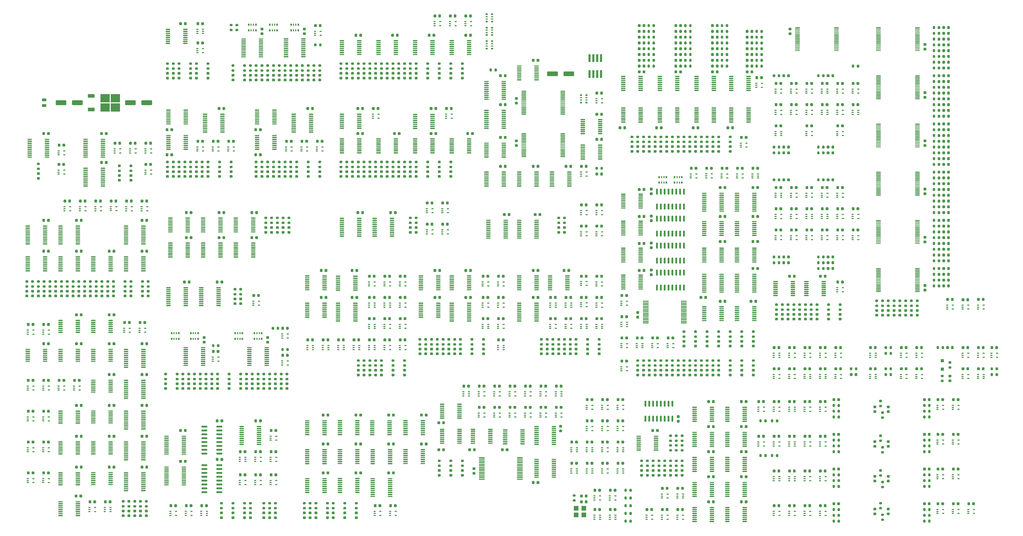
<source format=gbr>
G04 #@! TF.GenerationSoftware,KiCad,Pcbnew,(5.1.9)-1*
G04 #@! TF.CreationDate,2021-05-31T10:42:36+02:00*
G04 #@! TF.ProjectId,psMCU,70734d43-552e-46b6-9963-61645f706362,rev?*
G04 #@! TF.SameCoordinates,Original*
G04 #@! TF.FileFunction,Paste,Top*
G04 #@! TF.FilePolarity,Positive*
%FSLAX46Y46*%
G04 Gerber Fmt 4.6, Leading zero omitted, Abs format (unit mm)*
G04 Created by KiCad (PCBNEW (5.1.9)-1) date 2021-05-31 10:42:36*
%MOMM*%
%LPD*%
G01*
G04 APERTURE LIST*
%ADD10R,0.650000X0.400000*%
%ADD11R,0.500000X0.800000*%
%ADD12R,0.400000X0.800000*%
%ADD13R,0.800000X0.500000*%
%ADD14R,0.800000X0.400000*%
%ADD15R,0.760000X2.650000*%
%ADD16R,1.600000X1.500000*%
%ADD17R,3.050000X2.750000*%
%ADD18R,2.200000X1.200000*%
%ADD19R,1.870000X0.380000*%
%ADD20R,1.100000X1.100000*%
G04 APERTURE END LIST*
G36*
G01*
X253515000Y-114705000D02*
X253215000Y-114705000D01*
G75*
G02*
X253065000Y-114555000I0J150000D01*
G01*
X253065000Y-112905000D01*
G75*
G02*
X253215000Y-112755000I150000J0D01*
G01*
X253515000Y-112755000D01*
G75*
G02*
X253665000Y-112905000I0J-150000D01*
G01*
X253665000Y-114555000D01*
G75*
G02*
X253515000Y-114705000I-150000J0D01*
G01*
G37*
G36*
G01*
X254785000Y-114705000D02*
X254485000Y-114705000D01*
G75*
G02*
X254335000Y-114555000I0J150000D01*
G01*
X254335000Y-112905000D01*
G75*
G02*
X254485000Y-112755000I150000J0D01*
G01*
X254785000Y-112755000D01*
G75*
G02*
X254935000Y-112905000I0J-150000D01*
G01*
X254935000Y-114555000D01*
G75*
G02*
X254785000Y-114705000I-150000J0D01*
G01*
G37*
G36*
G01*
X256055000Y-114705000D02*
X255755000Y-114705000D01*
G75*
G02*
X255605000Y-114555000I0J150000D01*
G01*
X255605000Y-112905000D01*
G75*
G02*
X255755000Y-112755000I150000J0D01*
G01*
X256055000Y-112755000D01*
G75*
G02*
X256205000Y-112905000I0J-150000D01*
G01*
X256205000Y-114555000D01*
G75*
G02*
X256055000Y-114705000I-150000J0D01*
G01*
G37*
G36*
G01*
X257325000Y-114705000D02*
X257025000Y-114705000D01*
G75*
G02*
X256875000Y-114555000I0J150000D01*
G01*
X256875000Y-112905000D01*
G75*
G02*
X257025000Y-112755000I150000J0D01*
G01*
X257325000Y-112755000D01*
G75*
G02*
X257475000Y-112905000I0J-150000D01*
G01*
X257475000Y-114555000D01*
G75*
G02*
X257325000Y-114705000I-150000J0D01*
G01*
G37*
G36*
G01*
X258595000Y-114705000D02*
X258295000Y-114705000D01*
G75*
G02*
X258145000Y-114555000I0J150000D01*
G01*
X258145000Y-112905000D01*
G75*
G02*
X258295000Y-112755000I150000J0D01*
G01*
X258595000Y-112755000D01*
G75*
G02*
X258745000Y-112905000I0J-150000D01*
G01*
X258745000Y-114555000D01*
G75*
G02*
X258595000Y-114705000I-150000J0D01*
G01*
G37*
G36*
G01*
X259865000Y-114705000D02*
X259565000Y-114705000D01*
G75*
G02*
X259415000Y-114555000I0J150000D01*
G01*
X259415000Y-112905000D01*
G75*
G02*
X259565000Y-112755000I150000J0D01*
G01*
X259865000Y-112755000D01*
G75*
G02*
X260015000Y-112905000I0J-150000D01*
G01*
X260015000Y-114555000D01*
G75*
G02*
X259865000Y-114705000I-150000J0D01*
G01*
G37*
G36*
G01*
X261135000Y-114705000D02*
X260835000Y-114705000D01*
G75*
G02*
X260685000Y-114555000I0J150000D01*
G01*
X260685000Y-112905000D01*
G75*
G02*
X260835000Y-112755000I150000J0D01*
G01*
X261135000Y-112755000D01*
G75*
G02*
X261285000Y-112905000I0J-150000D01*
G01*
X261285000Y-114555000D01*
G75*
G02*
X261135000Y-114705000I-150000J0D01*
G01*
G37*
G36*
G01*
X262405000Y-114705000D02*
X262105000Y-114705000D01*
G75*
G02*
X261955000Y-114555000I0J150000D01*
G01*
X261955000Y-112905000D01*
G75*
G02*
X262105000Y-112755000I150000J0D01*
G01*
X262405000Y-112755000D01*
G75*
G02*
X262555000Y-112905000I0J-150000D01*
G01*
X262555000Y-114555000D01*
G75*
G02*
X262405000Y-114705000I-150000J0D01*
G01*
G37*
G36*
G01*
X262405000Y-119655000D02*
X262105000Y-119655000D01*
G75*
G02*
X261955000Y-119505000I0J150000D01*
G01*
X261955000Y-117855000D01*
G75*
G02*
X262105000Y-117705000I150000J0D01*
G01*
X262405000Y-117705000D01*
G75*
G02*
X262555000Y-117855000I0J-150000D01*
G01*
X262555000Y-119505000D01*
G75*
G02*
X262405000Y-119655000I-150000J0D01*
G01*
G37*
G36*
G01*
X261135000Y-119655000D02*
X260835000Y-119655000D01*
G75*
G02*
X260685000Y-119505000I0J150000D01*
G01*
X260685000Y-117855000D01*
G75*
G02*
X260835000Y-117705000I150000J0D01*
G01*
X261135000Y-117705000D01*
G75*
G02*
X261285000Y-117855000I0J-150000D01*
G01*
X261285000Y-119505000D01*
G75*
G02*
X261135000Y-119655000I-150000J0D01*
G01*
G37*
G36*
G01*
X259865000Y-119655000D02*
X259565000Y-119655000D01*
G75*
G02*
X259415000Y-119505000I0J150000D01*
G01*
X259415000Y-117855000D01*
G75*
G02*
X259565000Y-117705000I150000J0D01*
G01*
X259865000Y-117705000D01*
G75*
G02*
X260015000Y-117855000I0J-150000D01*
G01*
X260015000Y-119505000D01*
G75*
G02*
X259865000Y-119655000I-150000J0D01*
G01*
G37*
G36*
G01*
X258595000Y-119655000D02*
X258295000Y-119655000D01*
G75*
G02*
X258145000Y-119505000I0J150000D01*
G01*
X258145000Y-117855000D01*
G75*
G02*
X258295000Y-117705000I150000J0D01*
G01*
X258595000Y-117705000D01*
G75*
G02*
X258745000Y-117855000I0J-150000D01*
G01*
X258745000Y-119505000D01*
G75*
G02*
X258595000Y-119655000I-150000J0D01*
G01*
G37*
G36*
G01*
X257325000Y-119655000D02*
X257025000Y-119655000D01*
G75*
G02*
X256875000Y-119505000I0J150000D01*
G01*
X256875000Y-117855000D01*
G75*
G02*
X257025000Y-117705000I150000J0D01*
G01*
X257325000Y-117705000D01*
G75*
G02*
X257475000Y-117855000I0J-150000D01*
G01*
X257475000Y-119505000D01*
G75*
G02*
X257325000Y-119655000I-150000J0D01*
G01*
G37*
G36*
G01*
X256055000Y-119655000D02*
X255755000Y-119655000D01*
G75*
G02*
X255605000Y-119505000I0J150000D01*
G01*
X255605000Y-117855000D01*
G75*
G02*
X255755000Y-117705000I150000J0D01*
G01*
X256055000Y-117705000D01*
G75*
G02*
X256205000Y-117855000I0J-150000D01*
G01*
X256205000Y-119505000D01*
G75*
G02*
X256055000Y-119655000I-150000J0D01*
G01*
G37*
G36*
G01*
X254785000Y-119655000D02*
X254485000Y-119655000D01*
G75*
G02*
X254335000Y-119505000I0J150000D01*
G01*
X254335000Y-117855000D01*
G75*
G02*
X254485000Y-117705000I150000J0D01*
G01*
X254785000Y-117705000D01*
G75*
G02*
X254935000Y-117855000I0J-150000D01*
G01*
X254935000Y-119505000D01*
G75*
G02*
X254785000Y-119655000I-150000J0D01*
G01*
G37*
G36*
G01*
X253515000Y-119655000D02*
X253215000Y-119655000D01*
G75*
G02*
X253065000Y-119505000I0J150000D01*
G01*
X253065000Y-117855000D01*
G75*
G02*
X253215000Y-117705000I150000J0D01*
G01*
X253515000Y-117705000D01*
G75*
G02*
X253665000Y-117855000I0J-150000D01*
G01*
X253665000Y-119505000D01*
G75*
G02*
X253515000Y-119655000I-150000J0D01*
G01*
G37*
G36*
G01*
X233900000Y-98525000D02*
X233900000Y-98325000D01*
G75*
G02*
X234000000Y-98225000I100000J0D01*
G01*
X235275000Y-98225000D01*
G75*
G02*
X235375000Y-98325000I0J-100000D01*
G01*
X235375000Y-98525000D01*
G75*
G02*
X235275000Y-98625000I-100000J0D01*
G01*
X234000000Y-98625000D01*
G75*
G02*
X233900000Y-98525000I0J100000D01*
G01*
G37*
G36*
G01*
X233900000Y-99175000D02*
X233900000Y-98975000D01*
G75*
G02*
X234000000Y-98875000I100000J0D01*
G01*
X235275000Y-98875000D01*
G75*
G02*
X235375000Y-98975000I0J-100000D01*
G01*
X235375000Y-99175000D01*
G75*
G02*
X235275000Y-99275000I-100000J0D01*
G01*
X234000000Y-99275000D01*
G75*
G02*
X233900000Y-99175000I0J100000D01*
G01*
G37*
G36*
G01*
X233900000Y-99825000D02*
X233900000Y-99625000D01*
G75*
G02*
X234000000Y-99525000I100000J0D01*
G01*
X235275000Y-99525000D01*
G75*
G02*
X235375000Y-99625000I0J-100000D01*
G01*
X235375000Y-99825000D01*
G75*
G02*
X235275000Y-99925000I-100000J0D01*
G01*
X234000000Y-99925000D01*
G75*
G02*
X233900000Y-99825000I0J100000D01*
G01*
G37*
G36*
G01*
X233900000Y-100475000D02*
X233900000Y-100275000D01*
G75*
G02*
X234000000Y-100175000I100000J0D01*
G01*
X235275000Y-100175000D01*
G75*
G02*
X235375000Y-100275000I0J-100000D01*
G01*
X235375000Y-100475000D01*
G75*
G02*
X235275000Y-100575000I-100000J0D01*
G01*
X234000000Y-100575000D01*
G75*
G02*
X233900000Y-100475000I0J100000D01*
G01*
G37*
G36*
G01*
X233900000Y-101125000D02*
X233900000Y-100925000D01*
G75*
G02*
X234000000Y-100825000I100000J0D01*
G01*
X235275000Y-100825000D01*
G75*
G02*
X235375000Y-100925000I0J-100000D01*
G01*
X235375000Y-101125000D01*
G75*
G02*
X235275000Y-101225000I-100000J0D01*
G01*
X234000000Y-101225000D01*
G75*
G02*
X233900000Y-101125000I0J100000D01*
G01*
G37*
G36*
G01*
X233900000Y-101775000D02*
X233900000Y-101575000D01*
G75*
G02*
X234000000Y-101475000I100000J0D01*
G01*
X235275000Y-101475000D01*
G75*
G02*
X235375000Y-101575000I0J-100000D01*
G01*
X235375000Y-101775000D01*
G75*
G02*
X235275000Y-101875000I-100000J0D01*
G01*
X234000000Y-101875000D01*
G75*
G02*
X233900000Y-101775000I0J100000D01*
G01*
G37*
G36*
G01*
X233900000Y-102425000D02*
X233900000Y-102225000D01*
G75*
G02*
X234000000Y-102125000I100000J0D01*
G01*
X235275000Y-102125000D01*
G75*
G02*
X235375000Y-102225000I0J-100000D01*
G01*
X235375000Y-102425000D01*
G75*
G02*
X235275000Y-102525000I-100000J0D01*
G01*
X234000000Y-102525000D01*
G75*
G02*
X233900000Y-102425000I0J100000D01*
G01*
G37*
G36*
G01*
X233900000Y-103075000D02*
X233900000Y-102875000D01*
G75*
G02*
X234000000Y-102775000I100000J0D01*
G01*
X235275000Y-102775000D01*
G75*
G02*
X235375000Y-102875000I0J-100000D01*
G01*
X235375000Y-103075000D01*
G75*
G02*
X235275000Y-103175000I-100000J0D01*
G01*
X234000000Y-103175000D01*
G75*
G02*
X233900000Y-103075000I0J100000D01*
G01*
G37*
G36*
G01*
X228175000Y-103075000D02*
X228175000Y-102875000D01*
G75*
G02*
X228275000Y-102775000I100000J0D01*
G01*
X229550000Y-102775000D01*
G75*
G02*
X229650000Y-102875000I0J-100000D01*
G01*
X229650000Y-103075000D01*
G75*
G02*
X229550000Y-103175000I-100000J0D01*
G01*
X228275000Y-103175000D01*
G75*
G02*
X228175000Y-103075000I0J100000D01*
G01*
G37*
G36*
G01*
X228175000Y-102425000D02*
X228175000Y-102225000D01*
G75*
G02*
X228275000Y-102125000I100000J0D01*
G01*
X229550000Y-102125000D01*
G75*
G02*
X229650000Y-102225000I0J-100000D01*
G01*
X229650000Y-102425000D01*
G75*
G02*
X229550000Y-102525000I-100000J0D01*
G01*
X228275000Y-102525000D01*
G75*
G02*
X228175000Y-102425000I0J100000D01*
G01*
G37*
G36*
G01*
X228175000Y-101775000D02*
X228175000Y-101575000D01*
G75*
G02*
X228275000Y-101475000I100000J0D01*
G01*
X229550000Y-101475000D01*
G75*
G02*
X229650000Y-101575000I0J-100000D01*
G01*
X229650000Y-101775000D01*
G75*
G02*
X229550000Y-101875000I-100000J0D01*
G01*
X228275000Y-101875000D01*
G75*
G02*
X228175000Y-101775000I0J100000D01*
G01*
G37*
G36*
G01*
X228175000Y-101125000D02*
X228175000Y-100925000D01*
G75*
G02*
X228275000Y-100825000I100000J0D01*
G01*
X229550000Y-100825000D01*
G75*
G02*
X229650000Y-100925000I0J-100000D01*
G01*
X229650000Y-101125000D01*
G75*
G02*
X229550000Y-101225000I-100000J0D01*
G01*
X228275000Y-101225000D01*
G75*
G02*
X228175000Y-101125000I0J100000D01*
G01*
G37*
G36*
G01*
X228175000Y-100475000D02*
X228175000Y-100275000D01*
G75*
G02*
X228275000Y-100175000I100000J0D01*
G01*
X229550000Y-100175000D01*
G75*
G02*
X229650000Y-100275000I0J-100000D01*
G01*
X229650000Y-100475000D01*
G75*
G02*
X229550000Y-100575000I-100000J0D01*
G01*
X228275000Y-100575000D01*
G75*
G02*
X228175000Y-100475000I0J100000D01*
G01*
G37*
G36*
G01*
X228175000Y-99825000D02*
X228175000Y-99625000D01*
G75*
G02*
X228275000Y-99525000I100000J0D01*
G01*
X229550000Y-99525000D01*
G75*
G02*
X229650000Y-99625000I0J-100000D01*
G01*
X229650000Y-99825000D01*
G75*
G02*
X229550000Y-99925000I-100000J0D01*
G01*
X228275000Y-99925000D01*
G75*
G02*
X228175000Y-99825000I0J100000D01*
G01*
G37*
G36*
G01*
X228175000Y-99175000D02*
X228175000Y-98975000D01*
G75*
G02*
X228275000Y-98875000I100000J0D01*
G01*
X229550000Y-98875000D01*
G75*
G02*
X229650000Y-98975000I0J-100000D01*
G01*
X229650000Y-99175000D01*
G75*
G02*
X229550000Y-99275000I-100000J0D01*
G01*
X228275000Y-99275000D01*
G75*
G02*
X228175000Y-99175000I0J100000D01*
G01*
G37*
G36*
G01*
X228175000Y-98525000D02*
X228175000Y-98325000D01*
G75*
G02*
X228275000Y-98225000I100000J0D01*
G01*
X229550000Y-98225000D01*
G75*
G02*
X229650000Y-98325000I0J-100000D01*
G01*
X229650000Y-98525000D01*
G75*
G02*
X229550000Y-98625000I-100000J0D01*
G01*
X228275000Y-98625000D01*
G75*
G02*
X228175000Y-98525000I0J100000D01*
G01*
G37*
G36*
G01*
X183295000Y-188230000D02*
X183295000Y-188430000D01*
G75*
G02*
X183195000Y-188530000I-100000J0D01*
G01*
X181920000Y-188530000D01*
G75*
G02*
X181820000Y-188430000I0J100000D01*
G01*
X181820000Y-188230000D01*
G75*
G02*
X181920000Y-188130000I100000J0D01*
G01*
X183195000Y-188130000D01*
G75*
G02*
X183295000Y-188230000I0J-100000D01*
G01*
G37*
G36*
G01*
X183295000Y-187580000D02*
X183295000Y-187780000D01*
G75*
G02*
X183195000Y-187880000I-100000J0D01*
G01*
X181920000Y-187880000D01*
G75*
G02*
X181820000Y-187780000I0J100000D01*
G01*
X181820000Y-187580000D01*
G75*
G02*
X181920000Y-187480000I100000J0D01*
G01*
X183195000Y-187480000D01*
G75*
G02*
X183295000Y-187580000I0J-100000D01*
G01*
G37*
G36*
G01*
X183295000Y-186930000D02*
X183295000Y-187130000D01*
G75*
G02*
X183195000Y-187230000I-100000J0D01*
G01*
X181920000Y-187230000D01*
G75*
G02*
X181820000Y-187130000I0J100000D01*
G01*
X181820000Y-186930000D01*
G75*
G02*
X181920000Y-186830000I100000J0D01*
G01*
X183195000Y-186830000D01*
G75*
G02*
X183295000Y-186930000I0J-100000D01*
G01*
G37*
G36*
G01*
X183295000Y-186280000D02*
X183295000Y-186480000D01*
G75*
G02*
X183195000Y-186580000I-100000J0D01*
G01*
X181920000Y-186580000D01*
G75*
G02*
X181820000Y-186480000I0J100000D01*
G01*
X181820000Y-186280000D01*
G75*
G02*
X181920000Y-186180000I100000J0D01*
G01*
X183195000Y-186180000D01*
G75*
G02*
X183295000Y-186280000I0J-100000D01*
G01*
G37*
G36*
G01*
X183295000Y-185630000D02*
X183295000Y-185830000D01*
G75*
G02*
X183195000Y-185930000I-100000J0D01*
G01*
X181920000Y-185930000D01*
G75*
G02*
X181820000Y-185830000I0J100000D01*
G01*
X181820000Y-185630000D01*
G75*
G02*
X181920000Y-185530000I100000J0D01*
G01*
X183195000Y-185530000D01*
G75*
G02*
X183295000Y-185630000I0J-100000D01*
G01*
G37*
G36*
G01*
X183295000Y-184980000D02*
X183295000Y-185180000D01*
G75*
G02*
X183195000Y-185280000I-100000J0D01*
G01*
X181920000Y-185280000D01*
G75*
G02*
X181820000Y-185180000I0J100000D01*
G01*
X181820000Y-184980000D01*
G75*
G02*
X181920000Y-184880000I100000J0D01*
G01*
X183195000Y-184880000D01*
G75*
G02*
X183295000Y-184980000I0J-100000D01*
G01*
G37*
G36*
G01*
X183295000Y-184330000D02*
X183295000Y-184530000D01*
G75*
G02*
X183195000Y-184630000I-100000J0D01*
G01*
X181920000Y-184630000D01*
G75*
G02*
X181820000Y-184530000I0J100000D01*
G01*
X181820000Y-184330000D01*
G75*
G02*
X181920000Y-184230000I100000J0D01*
G01*
X183195000Y-184230000D01*
G75*
G02*
X183295000Y-184330000I0J-100000D01*
G01*
G37*
G36*
G01*
X183295000Y-183680000D02*
X183295000Y-183880000D01*
G75*
G02*
X183195000Y-183980000I-100000J0D01*
G01*
X181920000Y-183980000D01*
G75*
G02*
X181820000Y-183880000I0J100000D01*
G01*
X181820000Y-183680000D01*
G75*
G02*
X181920000Y-183580000I100000J0D01*
G01*
X183195000Y-183580000D01*
G75*
G02*
X183295000Y-183680000I0J-100000D01*
G01*
G37*
G36*
G01*
X189020000Y-183680000D02*
X189020000Y-183880000D01*
G75*
G02*
X188920000Y-183980000I-100000J0D01*
G01*
X187645000Y-183980000D01*
G75*
G02*
X187545000Y-183880000I0J100000D01*
G01*
X187545000Y-183680000D01*
G75*
G02*
X187645000Y-183580000I100000J0D01*
G01*
X188920000Y-183580000D01*
G75*
G02*
X189020000Y-183680000I0J-100000D01*
G01*
G37*
G36*
G01*
X189020000Y-184330000D02*
X189020000Y-184530000D01*
G75*
G02*
X188920000Y-184630000I-100000J0D01*
G01*
X187645000Y-184630000D01*
G75*
G02*
X187545000Y-184530000I0J100000D01*
G01*
X187545000Y-184330000D01*
G75*
G02*
X187645000Y-184230000I100000J0D01*
G01*
X188920000Y-184230000D01*
G75*
G02*
X189020000Y-184330000I0J-100000D01*
G01*
G37*
G36*
G01*
X189020000Y-184980000D02*
X189020000Y-185180000D01*
G75*
G02*
X188920000Y-185280000I-100000J0D01*
G01*
X187645000Y-185280000D01*
G75*
G02*
X187545000Y-185180000I0J100000D01*
G01*
X187545000Y-184980000D01*
G75*
G02*
X187645000Y-184880000I100000J0D01*
G01*
X188920000Y-184880000D01*
G75*
G02*
X189020000Y-184980000I0J-100000D01*
G01*
G37*
G36*
G01*
X189020000Y-185630000D02*
X189020000Y-185830000D01*
G75*
G02*
X188920000Y-185930000I-100000J0D01*
G01*
X187645000Y-185930000D01*
G75*
G02*
X187545000Y-185830000I0J100000D01*
G01*
X187545000Y-185630000D01*
G75*
G02*
X187645000Y-185530000I100000J0D01*
G01*
X188920000Y-185530000D01*
G75*
G02*
X189020000Y-185630000I0J-100000D01*
G01*
G37*
G36*
G01*
X189020000Y-186280000D02*
X189020000Y-186480000D01*
G75*
G02*
X188920000Y-186580000I-100000J0D01*
G01*
X187645000Y-186580000D01*
G75*
G02*
X187545000Y-186480000I0J100000D01*
G01*
X187545000Y-186280000D01*
G75*
G02*
X187645000Y-186180000I100000J0D01*
G01*
X188920000Y-186180000D01*
G75*
G02*
X189020000Y-186280000I0J-100000D01*
G01*
G37*
G36*
G01*
X189020000Y-186930000D02*
X189020000Y-187130000D01*
G75*
G02*
X188920000Y-187230000I-100000J0D01*
G01*
X187645000Y-187230000D01*
G75*
G02*
X187545000Y-187130000I0J100000D01*
G01*
X187545000Y-186930000D01*
G75*
G02*
X187645000Y-186830000I100000J0D01*
G01*
X188920000Y-186830000D01*
G75*
G02*
X189020000Y-186930000I0J-100000D01*
G01*
G37*
G36*
G01*
X189020000Y-187580000D02*
X189020000Y-187780000D01*
G75*
G02*
X188920000Y-187880000I-100000J0D01*
G01*
X187645000Y-187880000D01*
G75*
G02*
X187545000Y-187780000I0J100000D01*
G01*
X187545000Y-187580000D01*
G75*
G02*
X187645000Y-187480000I100000J0D01*
G01*
X188920000Y-187480000D01*
G75*
G02*
X189020000Y-187580000I0J-100000D01*
G01*
G37*
G36*
G01*
X189020000Y-188230000D02*
X189020000Y-188430000D01*
G75*
G02*
X188920000Y-188530000I-100000J0D01*
G01*
X187645000Y-188530000D01*
G75*
G02*
X187545000Y-188430000I0J100000D01*
G01*
X187545000Y-188230000D01*
G75*
G02*
X187645000Y-188130000I100000J0D01*
G01*
X188920000Y-188130000D01*
G75*
G02*
X189020000Y-188230000I0J-100000D01*
G01*
G37*
D10*
X299400000Y-128255000D03*
X299400000Y-129555000D03*
X297500000Y-128905000D03*
X297500000Y-129555000D03*
X297500000Y-128255000D03*
G36*
G01*
X327090000Y-98925000D02*
X327090000Y-99075000D01*
G75*
G02*
X327015000Y-99150000I-75000J0D01*
G01*
X325615000Y-99150000D01*
G75*
G02*
X325540000Y-99075000I0J75000D01*
G01*
X325540000Y-98925000D01*
G75*
G02*
X325615000Y-98850000I75000J0D01*
G01*
X327015000Y-98850000D01*
G75*
G02*
X327090000Y-98925000I0J-75000D01*
G01*
G37*
G36*
G01*
X327090000Y-98425000D02*
X327090000Y-98575000D01*
G75*
G02*
X327015000Y-98650000I-75000J0D01*
G01*
X325615000Y-98650000D01*
G75*
G02*
X325540000Y-98575000I0J75000D01*
G01*
X325540000Y-98425000D01*
G75*
G02*
X325615000Y-98350000I75000J0D01*
G01*
X327015000Y-98350000D01*
G75*
G02*
X327090000Y-98425000I0J-75000D01*
G01*
G37*
G36*
G01*
X327090000Y-97925000D02*
X327090000Y-98075000D01*
G75*
G02*
X327015000Y-98150000I-75000J0D01*
G01*
X325615000Y-98150000D01*
G75*
G02*
X325540000Y-98075000I0J75000D01*
G01*
X325540000Y-97925000D01*
G75*
G02*
X325615000Y-97850000I75000J0D01*
G01*
X327015000Y-97850000D01*
G75*
G02*
X327090000Y-97925000I0J-75000D01*
G01*
G37*
G36*
G01*
X327090000Y-97425000D02*
X327090000Y-97575000D01*
G75*
G02*
X327015000Y-97650000I-75000J0D01*
G01*
X325615000Y-97650000D01*
G75*
G02*
X325540000Y-97575000I0J75000D01*
G01*
X325540000Y-97425000D01*
G75*
G02*
X325615000Y-97350000I75000J0D01*
G01*
X327015000Y-97350000D01*
G75*
G02*
X327090000Y-97425000I0J-75000D01*
G01*
G37*
G36*
G01*
X327090000Y-96925000D02*
X327090000Y-97075000D01*
G75*
G02*
X327015000Y-97150000I-75000J0D01*
G01*
X325615000Y-97150000D01*
G75*
G02*
X325540000Y-97075000I0J75000D01*
G01*
X325540000Y-96925000D01*
G75*
G02*
X325615000Y-96850000I75000J0D01*
G01*
X327015000Y-96850000D01*
G75*
G02*
X327090000Y-96925000I0J-75000D01*
G01*
G37*
G36*
G01*
X327090000Y-96425000D02*
X327090000Y-96575000D01*
G75*
G02*
X327015000Y-96650000I-75000J0D01*
G01*
X325615000Y-96650000D01*
G75*
G02*
X325540000Y-96575000I0J75000D01*
G01*
X325540000Y-96425000D01*
G75*
G02*
X325615000Y-96350000I75000J0D01*
G01*
X327015000Y-96350000D01*
G75*
G02*
X327090000Y-96425000I0J-75000D01*
G01*
G37*
G36*
G01*
X327090000Y-95925000D02*
X327090000Y-96075000D01*
G75*
G02*
X327015000Y-96150000I-75000J0D01*
G01*
X325615000Y-96150000D01*
G75*
G02*
X325540000Y-96075000I0J75000D01*
G01*
X325540000Y-95925000D01*
G75*
G02*
X325615000Y-95850000I75000J0D01*
G01*
X327015000Y-95850000D01*
G75*
G02*
X327090000Y-95925000I0J-75000D01*
G01*
G37*
G36*
G01*
X327090000Y-95425000D02*
X327090000Y-95575000D01*
G75*
G02*
X327015000Y-95650000I-75000J0D01*
G01*
X325615000Y-95650000D01*
G75*
G02*
X325540000Y-95575000I0J75000D01*
G01*
X325540000Y-95425000D01*
G75*
G02*
X325615000Y-95350000I75000J0D01*
G01*
X327015000Y-95350000D01*
G75*
G02*
X327090000Y-95425000I0J-75000D01*
G01*
G37*
G36*
G01*
X327090000Y-94925000D02*
X327090000Y-95075000D01*
G75*
G02*
X327015000Y-95150000I-75000J0D01*
G01*
X325615000Y-95150000D01*
G75*
G02*
X325540000Y-95075000I0J75000D01*
G01*
X325540000Y-94925000D01*
G75*
G02*
X325615000Y-94850000I75000J0D01*
G01*
X327015000Y-94850000D01*
G75*
G02*
X327090000Y-94925000I0J-75000D01*
G01*
G37*
G36*
G01*
X327090000Y-94425000D02*
X327090000Y-94575000D01*
G75*
G02*
X327015000Y-94650000I-75000J0D01*
G01*
X325615000Y-94650000D01*
G75*
G02*
X325540000Y-94575000I0J75000D01*
G01*
X325540000Y-94425000D01*
G75*
G02*
X325615000Y-94350000I75000J0D01*
G01*
X327015000Y-94350000D01*
G75*
G02*
X327090000Y-94425000I0J-75000D01*
G01*
G37*
G36*
G01*
X327090000Y-93925000D02*
X327090000Y-94075000D01*
G75*
G02*
X327015000Y-94150000I-75000J0D01*
G01*
X325615000Y-94150000D01*
G75*
G02*
X325540000Y-94075000I0J75000D01*
G01*
X325540000Y-93925000D01*
G75*
G02*
X325615000Y-93850000I75000J0D01*
G01*
X327015000Y-93850000D01*
G75*
G02*
X327090000Y-93925000I0J-75000D01*
G01*
G37*
G36*
G01*
X327090000Y-93425000D02*
X327090000Y-93575000D01*
G75*
G02*
X327015000Y-93650000I-75000J0D01*
G01*
X325615000Y-93650000D01*
G75*
G02*
X325540000Y-93575000I0J75000D01*
G01*
X325540000Y-93425000D01*
G75*
G02*
X325615000Y-93350000I75000J0D01*
G01*
X327015000Y-93350000D01*
G75*
G02*
X327090000Y-93425000I0J-75000D01*
G01*
G37*
G36*
G01*
X327090000Y-92925000D02*
X327090000Y-93075000D01*
G75*
G02*
X327015000Y-93150000I-75000J0D01*
G01*
X325615000Y-93150000D01*
G75*
G02*
X325540000Y-93075000I0J75000D01*
G01*
X325540000Y-92925000D01*
G75*
G02*
X325615000Y-92850000I75000J0D01*
G01*
X327015000Y-92850000D01*
G75*
G02*
X327090000Y-92925000I0J-75000D01*
G01*
G37*
G36*
G01*
X327090000Y-92425000D02*
X327090000Y-92575000D01*
G75*
G02*
X327015000Y-92650000I-75000J0D01*
G01*
X325615000Y-92650000D01*
G75*
G02*
X325540000Y-92575000I0J75000D01*
G01*
X325540000Y-92425000D01*
G75*
G02*
X325615000Y-92350000I75000J0D01*
G01*
X327015000Y-92350000D01*
G75*
G02*
X327090000Y-92425000I0J-75000D01*
G01*
G37*
G36*
G01*
X327090000Y-91925000D02*
X327090000Y-92075000D01*
G75*
G02*
X327015000Y-92150000I-75000J0D01*
G01*
X325615000Y-92150000D01*
G75*
G02*
X325540000Y-92075000I0J75000D01*
G01*
X325540000Y-91925000D01*
G75*
G02*
X325615000Y-91850000I75000J0D01*
G01*
X327015000Y-91850000D01*
G75*
G02*
X327090000Y-91925000I0J-75000D01*
G01*
G37*
G36*
G01*
X327090000Y-91425000D02*
X327090000Y-91575000D01*
G75*
G02*
X327015000Y-91650000I-75000J0D01*
G01*
X325615000Y-91650000D01*
G75*
G02*
X325540000Y-91575000I0J75000D01*
G01*
X325540000Y-91425000D01*
G75*
G02*
X325615000Y-91350000I75000J0D01*
G01*
X327015000Y-91350000D01*
G75*
G02*
X327090000Y-91425000I0J-75000D01*
G01*
G37*
G36*
G01*
X339940000Y-91425000D02*
X339940000Y-91575000D01*
G75*
G02*
X339865000Y-91650000I-75000J0D01*
G01*
X338465000Y-91650000D01*
G75*
G02*
X338390000Y-91575000I0J75000D01*
G01*
X338390000Y-91425000D01*
G75*
G02*
X338465000Y-91350000I75000J0D01*
G01*
X339865000Y-91350000D01*
G75*
G02*
X339940000Y-91425000I0J-75000D01*
G01*
G37*
G36*
G01*
X339940000Y-91925000D02*
X339940000Y-92075000D01*
G75*
G02*
X339865000Y-92150000I-75000J0D01*
G01*
X338465000Y-92150000D01*
G75*
G02*
X338390000Y-92075000I0J75000D01*
G01*
X338390000Y-91925000D01*
G75*
G02*
X338465000Y-91850000I75000J0D01*
G01*
X339865000Y-91850000D01*
G75*
G02*
X339940000Y-91925000I0J-75000D01*
G01*
G37*
G36*
G01*
X339940000Y-92425000D02*
X339940000Y-92575000D01*
G75*
G02*
X339865000Y-92650000I-75000J0D01*
G01*
X338465000Y-92650000D01*
G75*
G02*
X338390000Y-92575000I0J75000D01*
G01*
X338390000Y-92425000D01*
G75*
G02*
X338465000Y-92350000I75000J0D01*
G01*
X339865000Y-92350000D01*
G75*
G02*
X339940000Y-92425000I0J-75000D01*
G01*
G37*
G36*
G01*
X339940000Y-92925000D02*
X339940000Y-93075000D01*
G75*
G02*
X339865000Y-93150000I-75000J0D01*
G01*
X338465000Y-93150000D01*
G75*
G02*
X338390000Y-93075000I0J75000D01*
G01*
X338390000Y-92925000D01*
G75*
G02*
X338465000Y-92850000I75000J0D01*
G01*
X339865000Y-92850000D01*
G75*
G02*
X339940000Y-92925000I0J-75000D01*
G01*
G37*
G36*
G01*
X339940000Y-93425000D02*
X339940000Y-93575000D01*
G75*
G02*
X339865000Y-93650000I-75000J0D01*
G01*
X338465000Y-93650000D01*
G75*
G02*
X338390000Y-93575000I0J75000D01*
G01*
X338390000Y-93425000D01*
G75*
G02*
X338465000Y-93350000I75000J0D01*
G01*
X339865000Y-93350000D01*
G75*
G02*
X339940000Y-93425000I0J-75000D01*
G01*
G37*
G36*
G01*
X339940000Y-93925000D02*
X339940000Y-94075000D01*
G75*
G02*
X339865000Y-94150000I-75000J0D01*
G01*
X338465000Y-94150000D01*
G75*
G02*
X338390000Y-94075000I0J75000D01*
G01*
X338390000Y-93925000D01*
G75*
G02*
X338465000Y-93850000I75000J0D01*
G01*
X339865000Y-93850000D01*
G75*
G02*
X339940000Y-93925000I0J-75000D01*
G01*
G37*
G36*
G01*
X339940000Y-94425000D02*
X339940000Y-94575000D01*
G75*
G02*
X339865000Y-94650000I-75000J0D01*
G01*
X338465000Y-94650000D01*
G75*
G02*
X338390000Y-94575000I0J75000D01*
G01*
X338390000Y-94425000D01*
G75*
G02*
X338465000Y-94350000I75000J0D01*
G01*
X339865000Y-94350000D01*
G75*
G02*
X339940000Y-94425000I0J-75000D01*
G01*
G37*
G36*
G01*
X339940000Y-94925000D02*
X339940000Y-95075000D01*
G75*
G02*
X339865000Y-95150000I-75000J0D01*
G01*
X338465000Y-95150000D01*
G75*
G02*
X338390000Y-95075000I0J75000D01*
G01*
X338390000Y-94925000D01*
G75*
G02*
X338465000Y-94850000I75000J0D01*
G01*
X339865000Y-94850000D01*
G75*
G02*
X339940000Y-94925000I0J-75000D01*
G01*
G37*
G36*
G01*
X339940000Y-95425000D02*
X339940000Y-95575000D01*
G75*
G02*
X339865000Y-95650000I-75000J0D01*
G01*
X338465000Y-95650000D01*
G75*
G02*
X338390000Y-95575000I0J75000D01*
G01*
X338390000Y-95425000D01*
G75*
G02*
X338465000Y-95350000I75000J0D01*
G01*
X339865000Y-95350000D01*
G75*
G02*
X339940000Y-95425000I0J-75000D01*
G01*
G37*
G36*
G01*
X339940000Y-95925000D02*
X339940000Y-96075000D01*
G75*
G02*
X339865000Y-96150000I-75000J0D01*
G01*
X338465000Y-96150000D01*
G75*
G02*
X338390000Y-96075000I0J75000D01*
G01*
X338390000Y-95925000D01*
G75*
G02*
X338465000Y-95850000I75000J0D01*
G01*
X339865000Y-95850000D01*
G75*
G02*
X339940000Y-95925000I0J-75000D01*
G01*
G37*
G36*
G01*
X339940000Y-96425000D02*
X339940000Y-96575000D01*
G75*
G02*
X339865000Y-96650000I-75000J0D01*
G01*
X338465000Y-96650000D01*
G75*
G02*
X338390000Y-96575000I0J75000D01*
G01*
X338390000Y-96425000D01*
G75*
G02*
X338465000Y-96350000I75000J0D01*
G01*
X339865000Y-96350000D01*
G75*
G02*
X339940000Y-96425000I0J-75000D01*
G01*
G37*
G36*
G01*
X339940000Y-96925000D02*
X339940000Y-97075000D01*
G75*
G02*
X339865000Y-97150000I-75000J0D01*
G01*
X338465000Y-97150000D01*
G75*
G02*
X338390000Y-97075000I0J75000D01*
G01*
X338390000Y-96925000D01*
G75*
G02*
X338465000Y-96850000I75000J0D01*
G01*
X339865000Y-96850000D01*
G75*
G02*
X339940000Y-96925000I0J-75000D01*
G01*
G37*
G36*
G01*
X339940000Y-97425000D02*
X339940000Y-97575000D01*
G75*
G02*
X339865000Y-97650000I-75000J0D01*
G01*
X338465000Y-97650000D01*
G75*
G02*
X338390000Y-97575000I0J75000D01*
G01*
X338390000Y-97425000D01*
G75*
G02*
X338465000Y-97350000I75000J0D01*
G01*
X339865000Y-97350000D01*
G75*
G02*
X339940000Y-97425000I0J-75000D01*
G01*
G37*
G36*
G01*
X339940000Y-97925000D02*
X339940000Y-98075000D01*
G75*
G02*
X339865000Y-98150000I-75000J0D01*
G01*
X338465000Y-98150000D01*
G75*
G02*
X338390000Y-98075000I0J75000D01*
G01*
X338390000Y-97925000D01*
G75*
G02*
X338465000Y-97850000I75000J0D01*
G01*
X339865000Y-97850000D01*
G75*
G02*
X339940000Y-97925000I0J-75000D01*
G01*
G37*
G36*
G01*
X339940000Y-98425000D02*
X339940000Y-98575000D01*
G75*
G02*
X339865000Y-98650000I-75000J0D01*
G01*
X338465000Y-98650000D01*
G75*
G02*
X338390000Y-98575000I0J75000D01*
G01*
X338390000Y-98425000D01*
G75*
G02*
X338465000Y-98350000I75000J0D01*
G01*
X339865000Y-98350000D01*
G75*
G02*
X339940000Y-98425000I0J-75000D01*
G01*
G37*
G36*
G01*
X339940000Y-98925000D02*
X339940000Y-99075000D01*
G75*
G02*
X339865000Y-99150000I-75000J0D01*
G01*
X338465000Y-99150000D01*
G75*
G02*
X338390000Y-99075000I0J75000D01*
G01*
X338390000Y-98925000D01*
G75*
G02*
X338465000Y-98850000I75000J0D01*
G01*
X339865000Y-98850000D01*
G75*
G02*
X339940000Y-98925000I0J-75000D01*
G01*
G37*
G36*
G01*
X154525000Y-122655000D02*
X154525000Y-122455000D01*
G75*
G02*
X154625000Y-122355000I100000J0D01*
G01*
X155900000Y-122355000D01*
G75*
G02*
X156000000Y-122455000I0J-100000D01*
G01*
X156000000Y-122655000D01*
G75*
G02*
X155900000Y-122755000I-100000J0D01*
G01*
X154625000Y-122755000D01*
G75*
G02*
X154525000Y-122655000I0J100000D01*
G01*
G37*
G36*
G01*
X154525000Y-123305000D02*
X154525000Y-123105000D01*
G75*
G02*
X154625000Y-123005000I100000J0D01*
G01*
X155900000Y-123005000D01*
G75*
G02*
X156000000Y-123105000I0J-100000D01*
G01*
X156000000Y-123305000D01*
G75*
G02*
X155900000Y-123405000I-100000J0D01*
G01*
X154625000Y-123405000D01*
G75*
G02*
X154525000Y-123305000I0J100000D01*
G01*
G37*
G36*
G01*
X154525000Y-123955000D02*
X154525000Y-123755000D01*
G75*
G02*
X154625000Y-123655000I100000J0D01*
G01*
X155900000Y-123655000D01*
G75*
G02*
X156000000Y-123755000I0J-100000D01*
G01*
X156000000Y-123955000D01*
G75*
G02*
X155900000Y-124055000I-100000J0D01*
G01*
X154625000Y-124055000D01*
G75*
G02*
X154525000Y-123955000I0J100000D01*
G01*
G37*
G36*
G01*
X154525000Y-124605000D02*
X154525000Y-124405000D01*
G75*
G02*
X154625000Y-124305000I100000J0D01*
G01*
X155900000Y-124305000D01*
G75*
G02*
X156000000Y-124405000I0J-100000D01*
G01*
X156000000Y-124605000D01*
G75*
G02*
X155900000Y-124705000I-100000J0D01*
G01*
X154625000Y-124705000D01*
G75*
G02*
X154525000Y-124605000I0J100000D01*
G01*
G37*
G36*
G01*
X154525000Y-125255000D02*
X154525000Y-125055000D01*
G75*
G02*
X154625000Y-124955000I100000J0D01*
G01*
X155900000Y-124955000D01*
G75*
G02*
X156000000Y-125055000I0J-100000D01*
G01*
X156000000Y-125255000D01*
G75*
G02*
X155900000Y-125355000I-100000J0D01*
G01*
X154625000Y-125355000D01*
G75*
G02*
X154525000Y-125255000I0J100000D01*
G01*
G37*
G36*
G01*
X154525000Y-125905000D02*
X154525000Y-125705000D01*
G75*
G02*
X154625000Y-125605000I100000J0D01*
G01*
X155900000Y-125605000D01*
G75*
G02*
X156000000Y-125705000I0J-100000D01*
G01*
X156000000Y-125905000D01*
G75*
G02*
X155900000Y-126005000I-100000J0D01*
G01*
X154625000Y-126005000D01*
G75*
G02*
X154525000Y-125905000I0J100000D01*
G01*
G37*
G36*
G01*
X154525000Y-126555000D02*
X154525000Y-126355000D01*
G75*
G02*
X154625000Y-126255000I100000J0D01*
G01*
X155900000Y-126255000D01*
G75*
G02*
X156000000Y-126355000I0J-100000D01*
G01*
X156000000Y-126555000D01*
G75*
G02*
X155900000Y-126655000I-100000J0D01*
G01*
X154625000Y-126655000D01*
G75*
G02*
X154525000Y-126555000I0J100000D01*
G01*
G37*
G36*
G01*
X154525000Y-127205000D02*
X154525000Y-127005000D01*
G75*
G02*
X154625000Y-126905000I100000J0D01*
G01*
X155900000Y-126905000D01*
G75*
G02*
X156000000Y-127005000I0J-100000D01*
G01*
X156000000Y-127205000D01*
G75*
G02*
X155900000Y-127305000I-100000J0D01*
G01*
X154625000Y-127305000D01*
G75*
G02*
X154525000Y-127205000I0J100000D01*
G01*
G37*
G36*
G01*
X154525000Y-127855000D02*
X154525000Y-127655000D01*
G75*
G02*
X154625000Y-127555000I100000J0D01*
G01*
X155900000Y-127555000D01*
G75*
G02*
X156000000Y-127655000I0J-100000D01*
G01*
X156000000Y-127855000D01*
G75*
G02*
X155900000Y-127955000I-100000J0D01*
G01*
X154625000Y-127955000D01*
G75*
G02*
X154525000Y-127855000I0J100000D01*
G01*
G37*
G36*
G01*
X154525000Y-128505000D02*
X154525000Y-128305000D01*
G75*
G02*
X154625000Y-128205000I100000J0D01*
G01*
X155900000Y-128205000D01*
G75*
G02*
X156000000Y-128305000I0J-100000D01*
G01*
X156000000Y-128505000D01*
G75*
G02*
X155900000Y-128605000I-100000J0D01*
G01*
X154625000Y-128605000D01*
G75*
G02*
X154525000Y-128505000I0J100000D01*
G01*
G37*
G36*
G01*
X148800000Y-128505000D02*
X148800000Y-128305000D01*
G75*
G02*
X148900000Y-128205000I100000J0D01*
G01*
X150175000Y-128205000D01*
G75*
G02*
X150275000Y-128305000I0J-100000D01*
G01*
X150275000Y-128505000D01*
G75*
G02*
X150175000Y-128605000I-100000J0D01*
G01*
X148900000Y-128605000D01*
G75*
G02*
X148800000Y-128505000I0J100000D01*
G01*
G37*
G36*
G01*
X148800000Y-127855000D02*
X148800000Y-127655000D01*
G75*
G02*
X148900000Y-127555000I100000J0D01*
G01*
X150175000Y-127555000D01*
G75*
G02*
X150275000Y-127655000I0J-100000D01*
G01*
X150275000Y-127855000D01*
G75*
G02*
X150175000Y-127955000I-100000J0D01*
G01*
X148900000Y-127955000D01*
G75*
G02*
X148800000Y-127855000I0J100000D01*
G01*
G37*
G36*
G01*
X148800000Y-127205000D02*
X148800000Y-127005000D01*
G75*
G02*
X148900000Y-126905000I100000J0D01*
G01*
X150175000Y-126905000D01*
G75*
G02*
X150275000Y-127005000I0J-100000D01*
G01*
X150275000Y-127205000D01*
G75*
G02*
X150175000Y-127305000I-100000J0D01*
G01*
X148900000Y-127305000D01*
G75*
G02*
X148800000Y-127205000I0J100000D01*
G01*
G37*
G36*
G01*
X148800000Y-126555000D02*
X148800000Y-126355000D01*
G75*
G02*
X148900000Y-126255000I100000J0D01*
G01*
X150175000Y-126255000D01*
G75*
G02*
X150275000Y-126355000I0J-100000D01*
G01*
X150275000Y-126555000D01*
G75*
G02*
X150175000Y-126655000I-100000J0D01*
G01*
X148900000Y-126655000D01*
G75*
G02*
X148800000Y-126555000I0J100000D01*
G01*
G37*
G36*
G01*
X148800000Y-125905000D02*
X148800000Y-125705000D01*
G75*
G02*
X148900000Y-125605000I100000J0D01*
G01*
X150175000Y-125605000D01*
G75*
G02*
X150275000Y-125705000I0J-100000D01*
G01*
X150275000Y-125905000D01*
G75*
G02*
X150175000Y-126005000I-100000J0D01*
G01*
X148900000Y-126005000D01*
G75*
G02*
X148800000Y-125905000I0J100000D01*
G01*
G37*
G36*
G01*
X148800000Y-125255000D02*
X148800000Y-125055000D01*
G75*
G02*
X148900000Y-124955000I100000J0D01*
G01*
X150175000Y-124955000D01*
G75*
G02*
X150275000Y-125055000I0J-100000D01*
G01*
X150275000Y-125255000D01*
G75*
G02*
X150175000Y-125355000I-100000J0D01*
G01*
X148900000Y-125355000D01*
G75*
G02*
X148800000Y-125255000I0J100000D01*
G01*
G37*
G36*
G01*
X148800000Y-124605000D02*
X148800000Y-124405000D01*
G75*
G02*
X148900000Y-124305000I100000J0D01*
G01*
X150175000Y-124305000D01*
G75*
G02*
X150275000Y-124405000I0J-100000D01*
G01*
X150275000Y-124605000D01*
G75*
G02*
X150175000Y-124705000I-100000J0D01*
G01*
X148900000Y-124705000D01*
G75*
G02*
X148800000Y-124605000I0J100000D01*
G01*
G37*
G36*
G01*
X148800000Y-123955000D02*
X148800000Y-123755000D01*
G75*
G02*
X148900000Y-123655000I100000J0D01*
G01*
X150175000Y-123655000D01*
G75*
G02*
X150275000Y-123755000I0J-100000D01*
G01*
X150275000Y-123955000D01*
G75*
G02*
X150175000Y-124055000I-100000J0D01*
G01*
X148900000Y-124055000D01*
G75*
G02*
X148800000Y-123955000I0J100000D01*
G01*
G37*
G36*
G01*
X148800000Y-123305000D02*
X148800000Y-123105000D01*
G75*
G02*
X148900000Y-123005000I100000J0D01*
G01*
X150175000Y-123005000D01*
G75*
G02*
X150275000Y-123105000I0J-100000D01*
G01*
X150275000Y-123305000D01*
G75*
G02*
X150175000Y-123405000I-100000J0D01*
G01*
X148900000Y-123405000D01*
G75*
G02*
X148800000Y-123305000I0J100000D01*
G01*
G37*
G36*
G01*
X148800000Y-122655000D02*
X148800000Y-122455000D01*
G75*
G02*
X148900000Y-122355000I100000J0D01*
G01*
X150175000Y-122355000D01*
G75*
G02*
X150275000Y-122455000I0J-100000D01*
G01*
X150275000Y-122655000D01*
G75*
G02*
X150175000Y-122755000I-100000J0D01*
G01*
X148900000Y-122755000D01*
G75*
G02*
X148800000Y-122655000I0J100000D01*
G01*
G37*
G36*
G01*
X138705000Y-72600000D02*
X138155000Y-72600000D01*
G75*
G02*
X137955000Y-72400000I0J200000D01*
G01*
X137955000Y-72000000D01*
G75*
G02*
X138155000Y-71800000I200000J0D01*
G01*
X138705000Y-71800000D01*
G75*
G02*
X138905000Y-72000000I0J-200000D01*
G01*
X138905000Y-72400000D01*
G75*
G02*
X138705000Y-72600000I-200000J0D01*
G01*
G37*
G36*
G01*
X138705000Y-74250000D02*
X138155000Y-74250000D01*
G75*
G02*
X137955000Y-74050000I0J200000D01*
G01*
X137955000Y-73650000D01*
G75*
G02*
X138155000Y-73450000I200000J0D01*
G01*
X138705000Y-73450000D01*
G75*
G02*
X138905000Y-73650000I0J-200000D01*
G01*
X138905000Y-74050000D01*
G75*
G02*
X138705000Y-74250000I-200000J0D01*
G01*
G37*
G36*
G01*
X134895000Y-72600000D02*
X134345000Y-72600000D01*
G75*
G02*
X134145000Y-72400000I0J200000D01*
G01*
X134145000Y-72000000D01*
G75*
G02*
X134345000Y-71800000I200000J0D01*
G01*
X134895000Y-71800000D01*
G75*
G02*
X135095000Y-72000000I0J-200000D01*
G01*
X135095000Y-72400000D01*
G75*
G02*
X134895000Y-72600000I-200000J0D01*
G01*
G37*
G36*
G01*
X134895000Y-74250000D02*
X134345000Y-74250000D01*
G75*
G02*
X134145000Y-74050000I0J200000D01*
G01*
X134145000Y-73650000D01*
G75*
G02*
X134345000Y-73450000I200000J0D01*
G01*
X134895000Y-73450000D01*
G75*
G02*
X135095000Y-73650000I0J-200000D01*
G01*
X135095000Y-74050000D01*
G75*
G02*
X134895000Y-74250000I-200000J0D01*
G01*
G37*
G36*
G01*
X129180000Y-72600000D02*
X128630000Y-72600000D01*
G75*
G02*
X128430000Y-72400000I0J200000D01*
G01*
X128430000Y-72000000D01*
G75*
G02*
X128630000Y-71800000I200000J0D01*
G01*
X129180000Y-71800000D01*
G75*
G02*
X129380000Y-72000000I0J-200000D01*
G01*
X129380000Y-72400000D01*
G75*
G02*
X129180000Y-72600000I-200000J0D01*
G01*
G37*
G36*
G01*
X129180000Y-74250000D02*
X128630000Y-74250000D01*
G75*
G02*
X128430000Y-74050000I0J200000D01*
G01*
X128430000Y-73650000D01*
G75*
G02*
X128630000Y-73450000I200000J0D01*
G01*
X129180000Y-73450000D01*
G75*
G02*
X129380000Y-73650000I0J-200000D01*
G01*
X129380000Y-74050000D01*
G75*
G02*
X129180000Y-74250000I-200000J0D01*
G01*
G37*
G36*
G01*
X125370000Y-72600000D02*
X124820000Y-72600000D01*
G75*
G02*
X124620000Y-72400000I0J200000D01*
G01*
X124620000Y-72000000D01*
G75*
G02*
X124820000Y-71800000I200000J0D01*
G01*
X125370000Y-71800000D01*
G75*
G02*
X125570000Y-72000000I0J-200000D01*
G01*
X125570000Y-72400000D01*
G75*
G02*
X125370000Y-72600000I-200000J0D01*
G01*
G37*
G36*
G01*
X125370000Y-74250000D02*
X124820000Y-74250000D01*
G75*
G02*
X124620000Y-74050000I0J200000D01*
G01*
X124620000Y-73650000D01*
G75*
G02*
X124820000Y-73450000I200000J0D01*
G01*
X125370000Y-73450000D01*
G75*
G02*
X125570000Y-73650000I0J-200000D01*
G01*
X125570000Y-74050000D01*
G75*
G02*
X125370000Y-74250000I-200000J0D01*
G01*
G37*
G36*
G01*
X142515000Y-72600000D02*
X141965000Y-72600000D01*
G75*
G02*
X141765000Y-72400000I0J200000D01*
G01*
X141765000Y-72000000D01*
G75*
G02*
X141965000Y-71800000I200000J0D01*
G01*
X142515000Y-71800000D01*
G75*
G02*
X142715000Y-72000000I0J-200000D01*
G01*
X142715000Y-72400000D01*
G75*
G02*
X142515000Y-72600000I-200000J0D01*
G01*
G37*
G36*
G01*
X142515000Y-74250000D02*
X141965000Y-74250000D01*
G75*
G02*
X141765000Y-74050000I0J200000D01*
G01*
X141765000Y-73650000D01*
G75*
G02*
X141965000Y-73450000I200000J0D01*
G01*
X142515000Y-73450000D01*
G75*
G02*
X142715000Y-73650000I0J-200000D01*
G01*
X142715000Y-74050000D01*
G75*
G02*
X142515000Y-74250000I-200000J0D01*
G01*
G37*
G36*
G01*
X140610000Y-72600000D02*
X140060000Y-72600000D01*
G75*
G02*
X139860000Y-72400000I0J200000D01*
G01*
X139860000Y-72000000D01*
G75*
G02*
X140060000Y-71800000I200000J0D01*
G01*
X140610000Y-71800000D01*
G75*
G02*
X140810000Y-72000000I0J-200000D01*
G01*
X140810000Y-72400000D01*
G75*
G02*
X140610000Y-72600000I-200000J0D01*
G01*
G37*
G36*
G01*
X140610000Y-74250000D02*
X140060000Y-74250000D01*
G75*
G02*
X139860000Y-74050000I0J200000D01*
G01*
X139860000Y-73650000D01*
G75*
G02*
X140060000Y-73450000I200000J0D01*
G01*
X140610000Y-73450000D01*
G75*
G02*
X140810000Y-73650000I0J-200000D01*
G01*
X140810000Y-74050000D01*
G75*
G02*
X140610000Y-74250000I-200000J0D01*
G01*
G37*
G36*
G01*
X136800000Y-72600000D02*
X136250000Y-72600000D01*
G75*
G02*
X136050000Y-72400000I0J200000D01*
G01*
X136050000Y-72000000D01*
G75*
G02*
X136250000Y-71800000I200000J0D01*
G01*
X136800000Y-71800000D01*
G75*
G02*
X137000000Y-72000000I0J-200000D01*
G01*
X137000000Y-72400000D01*
G75*
G02*
X136800000Y-72600000I-200000J0D01*
G01*
G37*
G36*
G01*
X136800000Y-74250000D02*
X136250000Y-74250000D01*
G75*
G02*
X136050000Y-74050000I0J200000D01*
G01*
X136050000Y-73650000D01*
G75*
G02*
X136250000Y-73450000I200000J0D01*
G01*
X136800000Y-73450000D01*
G75*
G02*
X137000000Y-73650000I0J-200000D01*
G01*
X137000000Y-74050000D01*
G75*
G02*
X136800000Y-74250000I-200000J0D01*
G01*
G37*
G36*
G01*
X132990000Y-72600000D02*
X132440000Y-72600000D01*
G75*
G02*
X132240000Y-72400000I0J200000D01*
G01*
X132240000Y-72000000D01*
G75*
G02*
X132440000Y-71800000I200000J0D01*
G01*
X132990000Y-71800000D01*
G75*
G02*
X133190000Y-72000000I0J-200000D01*
G01*
X133190000Y-72400000D01*
G75*
G02*
X132990000Y-72600000I-200000J0D01*
G01*
G37*
G36*
G01*
X132990000Y-74250000D02*
X132440000Y-74250000D01*
G75*
G02*
X132240000Y-74050000I0J200000D01*
G01*
X132240000Y-73650000D01*
G75*
G02*
X132440000Y-73450000I200000J0D01*
G01*
X132990000Y-73450000D01*
G75*
G02*
X133190000Y-73650000I0J-200000D01*
G01*
X133190000Y-74050000D01*
G75*
G02*
X132990000Y-74250000I-200000J0D01*
G01*
G37*
G36*
G01*
X131085000Y-72600000D02*
X130535000Y-72600000D01*
G75*
G02*
X130335000Y-72400000I0J200000D01*
G01*
X130335000Y-72000000D01*
G75*
G02*
X130535000Y-71800000I200000J0D01*
G01*
X131085000Y-71800000D01*
G75*
G02*
X131285000Y-72000000I0J-200000D01*
G01*
X131285000Y-72400000D01*
G75*
G02*
X131085000Y-72600000I-200000J0D01*
G01*
G37*
G36*
G01*
X131085000Y-74250000D02*
X130535000Y-74250000D01*
G75*
G02*
X130335000Y-74050000I0J200000D01*
G01*
X130335000Y-73650000D01*
G75*
G02*
X130535000Y-73450000I200000J0D01*
G01*
X131085000Y-73450000D01*
G75*
G02*
X131285000Y-73650000I0J-200000D01*
G01*
X131285000Y-74050000D01*
G75*
G02*
X131085000Y-74250000I-200000J0D01*
G01*
G37*
G36*
G01*
X127275000Y-72600000D02*
X126725000Y-72600000D01*
G75*
G02*
X126525000Y-72400000I0J200000D01*
G01*
X126525000Y-72000000D01*
G75*
G02*
X126725000Y-71800000I200000J0D01*
G01*
X127275000Y-71800000D01*
G75*
G02*
X127475000Y-72000000I0J-200000D01*
G01*
X127475000Y-72400000D01*
G75*
G02*
X127275000Y-72600000I-200000J0D01*
G01*
G37*
G36*
G01*
X127275000Y-74250000D02*
X126725000Y-74250000D01*
G75*
G02*
X126525000Y-74050000I0J200000D01*
G01*
X126525000Y-73650000D01*
G75*
G02*
X126725000Y-73450000I200000J0D01*
G01*
X127275000Y-73450000D01*
G75*
G02*
X127475000Y-73650000I0J-200000D01*
G01*
X127475000Y-74050000D01*
G75*
G02*
X127275000Y-74250000I-200000J0D01*
G01*
G37*
G36*
G01*
X123465000Y-72600000D02*
X122915000Y-72600000D01*
G75*
G02*
X122715000Y-72400000I0J200000D01*
G01*
X122715000Y-72000000D01*
G75*
G02*
X122915000Y-71800000I200000J0D01*
G01*
X123465000Y-71800000D01*
G75*
G02*
X123665000Y-72000000I0J-200000D01*
G01*
X123665000Y-72400000D01*
G75*
G02*
X123465000Y-72600000I-200000J0D01*
G01*
G37*
G36*
G01*
X123465000Y-74250000D02*
X122915000Y-74250000D01*
G75*
G02*
X122715000Y-74050000I0J200000D01*
G01*
X122715000Y-73650000D01*
G75*
G02*
X122915000Y-73450000I200000J0D01*
G01*
X123465000Y-73450000D01*
G75*
G02*
X123665000Y-73650000I0J-200000D01*
G01*
X123665000Y-74050000D01*
G75*
G02*
X123465000Y-74250000I-200000J0D01*
G01*
G37*
G36*
G01*
X114660000Y-60115000D02*
X115210000Y-60115000D01*
G75*
G02*
X115410000Y-60315000I0J-200000D01*
G01*
X115410000Y-60715000D01*
G75*
G02*
X115210000Y-60915000I-200000J0D01*
G01*
X114660000Y-60915000D01*
G75*
G02*
X114460000Y-60715000I0J200000D01*
G01*
X114460000Y-60315000D01*
G75*
G02*
X114660000Y-60115000I200000J0D01*
G01*
G37*
G36*
G01*
X114660000Y-58465000D02*
X115210000Y-58465000D01*
G75*
G02*
X115410000Y-58665000I0J-200000D01*
G01*
X115410000Y-59065000D01*
G75*
G02*
X115210000Y-59265000I-200000J0D01*
G01*
X114660000Y-59265000D01*
G75*
G02*
X114460000Y-59065000I0J200000D01*
G01*
X114460000Y-58665000D01*
G75*
G02*
X114660000Y-58465000I200000J0D01*
G01*
G37*
G36*
G01*
X119655000Y-72600000D02*
X119105000Y-72600000D01*
G75*
G02*
X118905000Y-72400000I0J200000D01*
G01*
X118905000Y-72000000D01*
G75*
G02*
X119105000Y-71800000I200000J0D01*
G01*
X119655000Y-71800000D01*
G75*
G02*
X119855000Y-72000000I0J-200000D01*
G01*
X119855000Y-72400000D01*
G75*
G02*
X119655000Y-72600000I-200000J0D01*
G01*
G37*
G36*
G01*
X119655000Y-74250000D02*
X119105000Y-74250000D01*
G75*
G02*
X118905000Y-74050000I0J200000D01*
G01*
X118905000Y-73650000D01*
G75*
G02*
X119105000Y-73450000I200000J0D01*
G01*
X119655000Y-73450000D01*
G75*
G02*
X119855000Y-73650000I0J-200000D01*
G01*
X119855000Y-74050000D01*
G75*
G02*
X119655000Y-74250000I-200000J0D01*
G01*
G37*
G36*
G01*
X113940000Y-72600000D02*
X113390000Y-72600000D01*
G75*
G02*
X113190000Y-72400000I0J200000D01*
G01*
X113190000Y-72000000D01*
G75*
G02*
X113390000Y-71800000I200000J0D01*
G01*
X113940000Y-71800000D01*
G75*
G02*
X114140000Y-72000000I0J-200000D01*
G01*
X114140000Y-72400000D01*
G75*
G02*
X113940000Y-72600000I-200000J0D01*
G01*
G37*
G36*
G01*
X113940000Y-74250000D02*
X113390000Y-74250000D01*
G75*
G02*
X113190000Y-74050000I0J200000D01*
G01*
X113190000Y-73650000D01*
G75*
G02*
X113390000Y-73450000I200000J0D01*
G01*
X113940000Y-73450000D01*
G75*
G02*
X114140000Y-73650000I0J-200000D01*
G01*
X114140000Y-74050000D01*
G75*
G02*
X113940000Y-74250000I-200000J0D01*
G01*
G37*
G36*
G01*
X142030000Y-65680000D02*
X142030000Y-65130000D01*
G75*
G02*
X142230000Y-64930000I200000J0D01*
G01*
X142630000Y-64930000D01*
G75*
G02*
X142830000Y-65130000I0J-200000D01*
G01*
X142830000Y-65680000D01*
G75*
G02*
X142630000Y-65880000I-200000J0D01*
G01*
X142230000Y-65880000D01*
G75*
G02*
X142030000Y-65680000I0J200000D01*
G01*
G37*
G36*
G01*
X140380000Y-65680000D02*
X140380000Y-65130000D01*
G75*
G02*
X140580000Y-64930000I200000J0D01*
G01*
X140980000Y-64930000D01*
G75*
G02*
X141180000Y-65130000I0J-200000D01*
G01*
X141180000Y-65680000D01*
G75*
G02*
X140980000Y-65880000I-200000J0D01*
G01*
X140580000Y-65880000D01*
G75*
G02*
X140380000Y-65680000I0J200000D01*
G01*
G37*
G36*
G01*
X121560000Y-72600000D02*
X121010000Y-72600000D01*
G75*
G02*
X120810000Y-72400000I0J200000D01*
G01*
X120810000Y-72000000D01*
G75*
G02*
X121010000Y-71800000I200000J0D01*
G01*
X121560000Y-71800000D01*
G75*
G02*
X121760000Y-72000000I0J-200000D01*
G01*
X121760000Y-72400000D01*
G75*
G02*
X121560000Y-72600000I-200000J0D01*
G01*
G37*
G36*
G01*
X121560000Y-74250000D02*
X121010000Y-74250000D01*
G75*
G02*
X120810000Y-74050000I0J200000D01*
G01*
X120810000Y-73650000D01*
G75*
G02*
X121010000Y-73450000I200000J0D01*
G01*
X121560000Y-73450000D01*
G75*
G02*
X121760000Y-73650000I0J-200000D01*
G01*
X121760000Y-74050000D01*
G75*
G02*
X121560000Y-74250000I-200000J0D01*
G01*
G37*
G36*
G01*
X117750000Y-72600000D02*
X117200000Y-72600000D01*
G75*
G02*
X117000000Y-72400000I0J200000D01*
G01*
X117000000Y-72000000D01*
G75*
G02*
X117200000Y-71800000I200000J0D01*
G01*
X117750000Y-71800000D01*
G75*
G02*
X117950000Y-72000000I0J-200000D01*
G01*
X117950000Y-72400000D01*
G75*
G02*
X117750000Y-72600000I-200000J0D01*
G01*
G37*
G36*
G01*
X117750000Y-74250000D02*
X117200000Y-74250000D01*
G75*
G02*
X117000000Y-74050000I0J200000D01*
G01*
X117000000Y-73650000D01*
G75*
G02*
X117200000Y-73450000I200000J0D01*
G01*
X117750000Y-73450000D01*
G75*
G02*
X117950000Y-73650000I0J-200000D01*
G01*
X117950000Y-74050000D01*
G75*
G02*
X117750000Y-74250000I-200000J0D01*
G01*
G37*
G36*
G01*
X112755000Y-60115000D02*
X113305000Y-60115000D01*
G75*
G02*
X113505000Y-60315000I0J-200000D01*
G01*
X113505000Y-60715000D01*
G75*
G02*
X113305000Y-60915000I-200000J0D01*
G01*
X112755000Y-60915000D01*
G75*
G02*
X112555000Y-60715000I0J200000D01*
G01*
X112555000Y-60315000D01*
G75*
G02*
X112755000Y-60115000I200000J0D01*
G01*
G37*
G36*
G01*
X112755000Y-58465000D02*
X113305000Y-58465000D01*
G75*
G02*
X113505000Y-58665000I0J-200000D01*
G01*
X113505000Y-59065000D01*
G75*
G02*
X113305000Y-59265000I-200000J0D01*
G01*
X112755000Y-59265000D01*
G75*
G02*
X112555000Y-59065000I0J200000D01*
G01*
X112555000Y-58665000D01*
G75*
G02*
X112755000Y-58465000I200000J0D01*
G01*
G37*
G36*
G01*
X136110000Y-63532500D02*
X136110000Y-63332500D01*
G75*
G02*
X136210000Y-63232500I100000J0D01*
G01*
X137485000Y-63232500D01*
G75*
G02*
X137585000Y-63332500I0J-100000D01*
G01*
X137585000Y-63532500D01*
G75*
G02*
X137485000Y-63632500I-100000J0D01*
G01*
X136210000Y-63632500D01*
G75*
G02*
X136110000Y-63532500I0J100000D01*
G01*
G37*
G36*
G01*
X136110000Y-64182500D02*
X136110000Y-63982500D01*
G75*
G02*
X136210000Y-63882500I100000J0D01*
G01*
X137485000Y-63882500D01*
G75*
G02*
X137585000Y-63982500I0J-100000D01*
G01*
X137585000Y-64182500D01*
G75*
G02*
X137485000Y-64282500I-100000J0D01*
G01*
X136210000Y-64282500D01*
G75*
G02*
X136110000Y-64182500I0J100000D01*
G01*
G37*
G36*
G01*
X136110000Y-64832500D02*
X136110000Y-64632500D01*
G75*
G02*
X136210000Y-64532500I100000J0D01*
G01*
X137485000Y-64532500D01*
G75*
G02*
X137585000Y-64632500I0J-100000D01*
G01*
X137585000Y-64832500D01*
G75*
G02*
X137485000Y-64932500I-100000J0D01*
G01*
X136210000Y-64932500D01*
G75*
G02*
X136110000Y-64832500I0J100000D01*
G01*
G37*
G36*
G01*
X136110000Y-65482500D02*
X136110000Y-65282500D01*
G75*
G02*
X136210000Y-65182500I100000J0D01*
G01*
X137485000Y-65182500D01*
G75*
G02*
X137585000Y-65282500I0J-100000D01*
G01*
X137585000Y-65482500D01*
G75*
G02*
X137485000Y-65582500I-100000J0D01*
G01*
X136210000Y-65582500D01*
G75*
G02*
X136110000Y-65482500I0J100000D01*
G01*
G37*
G36*
G01*
X136110000Y-66132500D02*
X136110000Y-65932500D01*
G75*
G02*
X136210000Y-65832500I100000J0D01*
G01*
X137485000Y-65832500D01*
G75*
G02*
X137585000Y-65932500I0J-100000D01*
G01*
X137585000Y-66132500D01*
G75*
G02*
X137485000Y-66232500I-100000J0D01*
G01*
X136210000Y-66232500D01*
G75*
G02*
X136110000Y-66132500I0J100000D01*
G01*
G37*
G36*
G01*
X136110000Y-66782500D02*
X136110000Y-66582500D01*
G75*
G02*
X136210000Y-66482500I100000J0D01*
G01*
X137485000Y-66482500D01*
G75*
G02*
X137585000Y-66582500I0J-100000D01*
G01*
X137585000Y-66782500D01*
G75*
G02*
X137485000Y-66882500I-100000J0D01*
G01*
X136210000Y-66882500D01*
G75*
G02*
X136110000Y-66782500I0J100000D01*
G01*
G37*
G36*
G01*
X136110000Y-67432500D02*
X136110000Y-67232500D01*
G75*
G02*
X136210000Y-67132500I100000J0D01*
G01*
X137485000Y-67132500D01*
G75*
G02*
X137585000Y-67232500I0J-100000D01*
G01*
X137585000Y-67432500D01*
G75*
G02*
X137485000Y-67532500I-100000J0D01*
G01*
X136210000Y-67532500D01*
G75*
G02*
X136110000Y-67432500I0J100000D01*
G01*
G37*
G36*
G01*
X136110000Y-68082500D02*
X136110000Y-67882500D01*
G75*
G02*
X136210000Y-67782500I100000J0D01*
G01*
X137485000Y-67782500D01*
G75*
G02*
X137585000Y-67882500I0J-100000D01*
G01*
X137585000Y-68082500D01*
G75*
G02*
X137485000Y-68182500I-100000J0D01*
G01*
X136210000Y-68182500D01*
G75*
G02*
X136110000Y-68082500I0J100000D01*
G01*
G37*
G36*
G01*
X136110000Y-68732500D02*
X136110000Y-68532500D01*
G75*
G02*
X136210000Y-68432500I100000J0D01*
G01*
X137485000Y-68432500D01*
G75*
G02*
X137585000Y-68532500I0J-100000D01*
G01*
X137585000Y-68732500D01*
G75*
G02*
X137485000Y-68832500I-100000J0D01*
G01*
X136210000Y-68832500D01*
G75*
G02*
X136110000Y-68732500I0J100000D01*
G01*
G37*
G36*
G01*
X136110000Y-69382500D02*
X136110000Y-69182500D01*
G75*
G02*
X136210000Y-69082500I100000J0D01*
G01*
X137485000Y-69082500D01*
G75*
G02*
X137585000Y-69182500I0J-100000D01*
G01*
X137585000Y-69382500D01*
G75*
G02*
X137485000Y-69482500I-100000J0D01*
G01*
X136210000Y-69482500D01*
G75*
G02*
X136110000Y-69382500I0J100000D01*
G01*
G37*
G36*
G01*
X130385000Y-69382500D02*
X130385000Y-69182500D01*
G75*
G02*
X130485000Y-69082500I100000J0D01*
G01*
X131760000Y-69082500D01*
G75*
G02*
X131860000Y-69182500I0J-100000D01*
G01*
X131860000Y-69382500D01*
G75*
G02*
X131760000Y-69482500I-100000J0D01*
G01*
X130485000Y-69482500D01*
G75*
G02*
X130385000Y-69382500I0J100000D01*
G01*
G37*
G36*
G01*
X130385000Y-68732500D02*
X130385000Y-68532500D01*
G75*
G02*
X130485000Y-68432500I100000J0D01*
G01*
X131760000Y-68432500D01*
G75*
G02*
X131860000Y-68532500I0J-100000D01*
G01*
X131860000Y-68732500D01*
G75*
G02*
X131760000Y-68832500I-100000J0D01*
G01*
X130485000Y-68832500D01*
G75*
G02*
X130385000Y-68732500I0J100000D01*
G01*
G37*
G36*
G01*
X130385000Y-68082500D02*
X130385000Y-67882500D01*
G75*
G02*
X130485000Y-67782500I100000J0D01*
G01*
X131760000Y-67782500D01*
G75*
G02*
X131860000Y-67882500I0J-100000D01*
G01*
X131860000Y-68082500D01*
G75*
G02*
X131760000Y-68182500I-100000J0D01*
G01*
X130485000Y-68182500D01*
G75*
G02*
X130385000Y-68082500I0J100000D01*
G01*
G37*
G36*
G01*
X130385000Y-67432500D02*
X130385000Y-67232500D01*
G75*
G02*
X130485000Y-67132500I100000J0D01*
G01*
X131760000Y-67132500D01*
G75*
G02*
X131860000Y-67232500I0J-100000D01*
G01*
X131860000Y-67432500D01*
G75*
G02*
X131760000Y-67532500I-100000J0D01*
G01*
X130485000Y-67532500D01*
G75*
G02*
X130385000Y-67432500I0J100000D01*
G01*
G37*
G36*
G01*
X130385000Y-66782500D02*
X130385000Y-66582500D01*
G75*
G02*
X130485000Y-66482500I100000J0D01*
G01*
X131760000Y-66482500D01*
G75*
G02*
X131860000Y-66582500I0J-100000D01*
G01*
X131860000Y-66782500D01*
G75*
G02*
X131760000Y-66882500I-100000J0D01*
G01*
X130485000Y-66882500D01*
G75*
G02*
X130385000Y-66782500I0J100000D01*
G01*
G37*
G36*
G01*
X130385000Y-66132500D02*
X130385000Y-65932500D01*
G75*
G02*
X130485000Y-65832500I100000J0D01*
G01*
X131760000Y-65832500D01*
G75*
G02*
X131860000Y-65932500I0J-100000D01*
G01*
X131860000Y-66132500D01*
G75*
G02*
X131760000Y-66232500I-100000J0D01*
G01*
X130485000Y-66232500D01*
G75*
G02*
X130385000Y-66132500I0J100000D01*
G01*
G37*
G36*
G01*
X130385000Y-65482500D02*
X130385000Y-65282500D01*
G75*
G02*
X130485000Y-65182500I100000J0D01*
G01*
X131760000Y-65182500D01*
G75*
G02*
X131860000Y-65282500I0J-100000D01*
G01*
X131860000Y-65482500D01*
G75*
G02*
X131760000Y-65582500I-100000J0D01*
G01*
X130485000Y-65582500D01*
G75*
G02*
X130385000Y-65482500I0J100000D01*
G01*
G37*
G36*
G01*
X130385000Y-64832500D02*
X130385000Y-64632500D01*
G75*
G02*
X130485000Y-64532500I100000J0D01*
G01*
X131760000Y-64532500D01*
G75*
G02*
X131860000Y-64632500I0J-100000D01*
G01*
X131860000Y-64832500D01*
G75*
G02*
X131760000Y-64932500I-100000J0D01*
G01*
X130485000Y-64932500D01*
G75*
G02*
X130385000Y-64832500I0J100000D01*
G01*
G37*
G36*
G01*
X130385000Y-64182500D02*
X130385000Y-63982500D01*
G75*
G02*
X130485000Y-63882500I100000J0D01*
G01*
X131760000Y-63882500D01*
G75*
G02*
X131860000Y-63982500I0J-100000D01*
G01*
X131860000Y-64182500D01*
G75*
G02*
X131760000Y-64282500I-100000J0D01*
G01*
X130485000Y-64282500D01*
G75*
G02*
X130385000Y-64182500I0J100000D01*
G01*
G37*
G36*
G01*
X130385000Y-63532500D02*
X130385000Y-63332500D01*
G75*
G02*
X130485000Y-63232500I100000J0D01*
G01*
X131760000Y-63232500D01*
G75*
G02*
X131860000Y-63332500I0J-100000D01*
G01*
X131860000Y-63532500D01*
G75*
G02*
X131760000Y-63632500I-100000J0D01*
G01*
X130485000Y-63632500D01*
G75*
G02*
X130385000Y-63532500I0J100000D01*
G01*
G37*
X142555000Y-60945000D03*
X142555000Y-62245000D03*
X140655000Y-61595000D03*
X140655000Y-62245000D03*
X140655000Y-60945000D03*
G36*
G01*
X119636250Y-75850000D02*
X119123750Y-75850000D01*
G75*
G02*
X118905000Y-75631250I0J218750D01*
G01*
X118905000Y-75193750D01*
G75*
G02*
X119123750Y-74975000I218750J0D01*
G01*
X119636250Y-74975000D01*
G75*
G02*
X119855000Y-75193750I0J-218750D01*
G01*
X119855000Y-75631250D01*
G75*
G02*
X119636250Y-75850000I-218750J0D01*
G01*
G37*
G36*
G01*
X119636250Y-77425000D02*
X119123750Y-77425000D01*
G75*
G02*
X118905000Y-77206250I0J218750D01*
G01*
X118905000Y-76768750D01*
G75*
G02*
X119123750Y-76550000I218750J0D01*
G01*
X119636250Y-76550000D01*
G75*
G02*
X119855000Y-76768750I0J-218750D01*
G01*
X119855000Y-77206250D01*
G75*
G02*
X119636250Y-77425000I-218750J0D01*
G01*
G37*
G36*
G01*
X113921250Y-75850000D02*
X113408750Y-75850000D01*
G75*
G02*
X113190000Y-75631250I0J218750D01*
G01*
X113190000Y-75193750D01*
G75*
G02*
X113408750Y-74975000I218750J0D01*
G01*
X113921250Y-74975000D01*
G75*
G02*
X114140000Y-75193750I0J-218750D01*
G01*
X114140000Y-75631250D01*
G75*
G02*
X113921250Y-75850000I-218750J0D01*
G01*
G37*
G36*
G01*
X113921250Y-77425000D02*
X113408750Y-77425000D01*
G75*
G02*
X113190000Y-77206250I0J218750D01*
G01*
X113190000Y-76768750D01*
G75*
G02*
X113408750Y-76550000I218750J0D01*
G01*
X113921250Y-76550000D01*
G75*
G02*
X114140000Y-76768750I0J-218750D01*
G01*
X114140000Y-77206250D01*
G75*
G02*
X113921250Y-77425000I-218750J0D01*
G01*
G37*
G36*
G01*
X136781250Y-75850000D02*
X136268750Y-75850000D01*
G75*
G02*
X136050000Y-75631250I0J218750D01*
G01*
X136050000Y-75193750D01*
G75*
G02*
X136268750Y-74975000I218750J0D01*
G01*
X136781250Y-74975000D01*
G75*
G02*
X137000000Y-75193750I0J-218750D01*
G01*
X137000000Y-75631250D01*
G75*
G02*
X136781250Y-75850000I-218750J0D01*
G01*
G37*
G36*
G01*
X136781250Y-77425000D02*
X136268750Y-77425000D01*
G75*
G02*
X136050000Y-77206250I0J218750D01*
G01*
X136050000Y-76768750D01*
G75*
G02*
X136268750Y-76550000I218750J0D01*
G01*
X136781250Y-76550000D01*
G75*
G02*
X137000000Y-76768750I0J-218750D01*
G01*
X137000000Y-77206250D01*
G75*
G02*
X136781250Y-77425000I-218750J0D01*
G01*
G37*
G36*
G01*
X142496250Y-75850000D02*
X141983750Y-75850000D01*
G75*
G02*
X141765000Y-75631250I0J218750D01*
G01*
X141765000Y-75193750D01*
G75*
G02*
X141983750Y-74975000I218750J0D01*
G01*
X142496250Y-74975000D01*
G75*
G02*
X142715000Y-75193750I0J-218750D01*
G01*
X142715000Y-75631250D01*
G75*
G02*
X142496250Y-75850000I-218750J0D01*
G01*
G37*
G36*
G01*
X142496250Y-77425000D02*
X141983750Y-77425000D01*
G75*
G02*
X141765000Y-77206250I0J218750D01*
G01*
X141765000Y-76768750D01*
G75*
G02*
X141983750Y-76550000I218750J0D01*
G01*
X142496250Y-76550000D01*
G75*
G02*
X142715000Y-76768750I0J-218750D01*
G01*
X142715000Y-77206250D01*
G75*
G02*
X142496250Y-77425000I-218750J0D01*
G01*
G37*
G36*
G01*
X131066250Y-75850000D02*
X130553750Y-75850000D01*
G75*
G02*
X130335000Y-75631250I0J218750D01*
G01*
X130335000Y-75193750D01*
G75*
G02*
X130553750Y-74975000I218750J0D01*
G01*
X131066250Y-74975000D01*
G75*
G02*
X131285000Y-75193750I0J-218750D01*
G01*
X131285000Y-75631250D01*
G75*
G02*
X131066250Y-75850000I-218750J0D01*
G01*
G37*
G36*
G01*
X131066250Y-77425000D02*
X130553750Y-77425000D01*
G75*
G02*
X130335000Y-77206250I0J218750D01*
G01*
X130335000Y-76768750D01*
G75*
G02*
X130553750Y-76550000I218750J0D01*
G01*
X131066250Y-76550000D01*
G75*
G02*
X131285000Y-76768750I0J-218750D01*
G01*
X131285000Y-77206250D01*
G75*
G02*
X131066250Y-77425000I-218750J0D01*
G01*
G37*
G36*
G01*
X132971250Y-75850000D02*
X132458750Y-75850000D01*
G75*
G02*
X132240000Y-75631250I0J218750D01*
G01*
X132240000Y-75193750D01*
G75*
G02*
X132458750Y-74975000I218750J0D01*
G01*
X132971250Y-74975000D01*
G75*
G02*
X133190000Y-75193750I0J-218750D01*
G01*
X133190000Y-75631250D01*
G75*
G02*
X132971250Y-75850000I-218750J0D01*
G01*
G37*
G36*
G01*
X132971250Y-77425000D02*
X132458750Y-77425000D01*
G75*
G02*
X132240000Y-77206250I0J218750D01*
G01*
X132240000Y-76768750D01*
G75*
G02*
X132458750Y-76550000I218750J0D01*
G01*
X132971250Y-76550000D01*
G75*
G02*
X133190000Y-76768750I0J-218750D01*
G01*
X133190000Y-77206250D01*
G75*
G02*
X132971250Y-77425000I-218750J0D01*
G01*
G37*
G36*
G01*
X134876250Y-75850000D02*
X134363750Y-75850000D01*
G75*
G02*
X134145000Y-75631250I0J218750D01*
G01*
X134145000Y-75193750D01*
G75*
G02*
X134363750Y-74975000I218750J0D01*
G01*
X134876250Y-74975000D01*
G75*
G02*
X135095000Y-75193750I0J-218750D01*
G01*
X135095000Y-75631250D01*
G75*
G02*
X134876250Y-75850000I-218750J0D01*
G01*
G37*
G36*
G01*
X134876250Y-77425000D02*
X134363750Y-77425000D01*
G75*
G02*
X134145000Y-77206250I0J218750D01*
G01*
X134145000Y-76768750D01*
G75*
G02*
X134363750Y-76550000I218750J0D01*
G01*
X134876250Y-76550000D01*
G75*
G02*
X135095000Y-76768750I0J-218750D01*
G01*
X135095000Y-77206250D01*
G75*
G02*
X134876250Y-77425000I-218750J0D01*
G01*
G37*
G36*
G01*
X127256250Y-75850000D02*
X126743750Y-75850000D01*
G75*
G02*
X126525000Y-75631250I0J218750D01*
G01*
X126525000Y-75193750D01*
G75*
G02*
X126743750Y-74975000I218750J0D01*
G01*
X127256250Y-74975000D01*
G75*
G02*
X127475000Y-75193750I0J-218750D01*
G01*
X127475000Y-75631250D01*
G75*
G02*
X127256250Y-75850000I-218750J0D01*
G01*
G37*
G36*
G01*
X127256250Y-77425000D02*
X126743750Y-77425000D01*
G75*
G02*
X126525000Y-77206250I0J218750D01*
G01*
X126525000Y-76768750D01*
G75*
G02*
X126743750Y-76550000I218750J0D01*
G01*
X127256250Y-76550000D01*
G75*
G02*
X127475000Y-76768750I0J-218750D01*
G01*
X127475000Y-77206250D01*
G75*
G02*
X127256250Y-77425000I-218750J0D01*
G01*
G37*
G36*
G01*
X123446250Y-75850000D02*
X122933750Y-75850000D01*
G75*
G02*
X122715000Y-75631250I0J218750D01*
G01*
X122715000Y-75193750D01*
G75*
G02*
X122933750Y-74975000I218750J0D01*
G01*
X123446250Y-74975000D01*
G75*
G02*
X123665000Y-75193750I0J-218750D01*
G01*
X123665000Y-75631250D01*
G75*
G02*
X123446250Y-75850000I-218750J0D01*
G01*
G37*
G36*
G01*
X123446250Y-77425000D02*
X122933750Y-77425000D01*
G75*
G02*
X122715000Y-77206250I0J218750D01*
G01*
X122715000Y-76768750D01*
G75*
G02*
X122933750Y-76550000I218750J0D01*
G01*
X123446250Y-76550000D01*
G75*
G02*
X123665000Y-76768750I0J-218750D01*
G01*
X123665000Y-77206250D01*
G75*
G02*
X123446250Y-77425000I-218750J0D01*
G01*
G37*
G36*
G01*
X140591250Y-75850000D02*
X140078750Y-75850000D01*
G75*
G02*
X139860000Y-75631250I0J218750D01*
G01*
X139860000Y-75193750D01*
G75*
G02*
X140078750Y-74975000I218750J0D01*
G01*
X140591250Y-74975000D01*
G75*
G02*
X140810000Y-75193750I0J-218750D01*
G01*
X140810000Y-75631250D01*
G75*
G02*
X140591250Y-75850000I-218750J0D01*
G01*
G37*
G36*
G01*
X140591250Y-77425000D02*
X140078750Y-77425000D01*
G75*
G02*
X139860000Y-77206250I0J218750D01*
G01*
X139860000Y-76768750D01*
G75*
G02*
X140078750Y-76550000I218750J0D01*
G01*
X140591250Y-76550000D01*
G75*
G02*
X140810000Y-76768750I0J-218750D01*
G01*
X140810000Y-77206250D01*
G75*
G02*
X140591250Y-77425000I-218750J0D01*
G01*
G37*
G36*
G01*
X129161250Y-75850000D02*
X128648750Y-75850000D01*
G75*
G02*
X128430000Y-75631250I0J218750D01*
G01*
X128430000Y-75193750D01*
G75*
G02*
X128648750Y-74975000I218750J0D01*
G01*
X129161250Y-74975000D01*
G75*
G02*
X129380000Y-75193750I0J-218750D01*
G01*
X129380000Y-75631250D01*
G75*
G02*
X129161250Y-75850000I-218750J0D01*
G01*
G37*
G36*
G01*
X129161250Y-77425000D02*
X128648750Y-77425000D01*
G75*
G02*
X128430000Y-77206250I0J218750D01*
G01*
X128430000Y-76768750D01*
G75*
G02*
X128648750Y-76550000I218750J0D01*
G01*
X129161250Y-76550000D01*
G75*
G02*
X129380000Y-76768750I0J-218750D01*
G01*
X129380000Y-77206250D01*
G75*
G02*
X129161250Y-77425000I-218750J0D01*
G01*
G37*
G36*
G01*
X125351250Y-75850000D02*
X124838750Y-75850000D01*
G75*
G02*
X124620000Y-75631250I0J218750D01*
G01*
X124620000Y-75193750D01*
G75*
G02*
X124838750Y-74975000I218750J0D01*
G01*
X125351250Y-74975000D01*
G75*
G02*
X125570000Y-75193750I0J-218750D01*
G01*
X125570000Y-75631250D01*
G75*
G02*
X125351250Y-75850000I-218750J0D01*
G01*
G37*
G36*
G01*
X125351250Y-77425000D02*
X124838750Y-77425000D01*
G75*
G02*
X124620000Y-77206250I0J218750D01*
G01*
X124620000Y-76768750D01*
G75*
G02*
X124838750Y-76550000I218750J0D01*
G01*
X125351250Y-76550000D01*
G75*
G02*
X125570000Y-76768750I0J-218750D01*
G01*
X125570000Y-77206250D01*
G75*
G02*
X125351250Y-77425000I-218750J0D01*
G01*
G37*
G36*
G01*
X117731250Y-75850000D02*
X117218750Y-75850000D01*
G75*
G02*
X117000000Y-75631250I0J218750D01*
G01*
X117000000Y-75193750D01*
G75*
G02*
X117218750Y-74975000I218750J0D01*
G01*
X117731250Y-74975000D01*
G75*
G02*
X117950000Y-75193750I0J-218750D01*
G01*
X117950000Y-75631250D01*
G75*
G02*
X117731250Y-75850000I-218750J0D01*
G01*
G37*
G36*
G01*
X117731250Y-77425000D02*
X117218750Y-77425000D01*
G75*
G02*
X117000000Y-77206250I0J218750D01*
G01*
X117000000Y-76768750D01*
G75*
G02*
X117218750Y-76550000I218750J0D01*
G01*
X117731250Y-76550000D01*
G75*
G02*
X117950000Y-76768750I0J-218750D01*
G01*
X117950000Y-77206250D01*
G75*
G02*
X117731250Y-77425000I-218750J0D01*
G01*
G37*
G36*
G01*
X138686250Y-75850000D02*
X138173750Y-75850000D01*
G75*
G02*
X137955000Y-75631250I0J218750D01*
G01*
X137955000Y-75193750D01*
G75*
G02*
X138173750Y-74975000I218750J0D01*
G01*
X138686250Y-74975000D01*
G75*
G02*
X138905000Y-75193750I0J-218750D01*
G01*
X138905000Y-75631250D01*
G75*
G02*
X138686250Y-75850000I-218750J0D01*
G01*
G37*
G36*
G01*
X138686250Y-77425000D02*
X138173750Y-77425000D01*
G75*
G02*
X137955000Y-77206250I0J218750D01*
G01*
X137955000Y-76768750D01*
G75*
G02*
X138173750Y-76550000I218750J0D01*
G01*
X138686250Y-76550000D01*
G75*
G02*
X138905000Y-76768750I0J-218750D01*
G01*
X138905000Y-77206250D01*
G75*
G02*
X138686250Y-77425000I-218750J0D01*
G01*
G37*
G36*
G01*
X121541250Y-75850000D02*
X121028750Y-75850000D01*
G75*
G02*
X120810000Y-75631250I0J218750D01*
G01*
X120810000Y-75193750D01*
G75*
G02*
X121028750Y-74975000I218750J0D01*
G01*
X121541250Y-74975000D01*
G75*
G02*
X121760000Y-75193750I0J-218750D01*
G01*
X121760000Y-75631250D01*
G75*
G02*
X121541250Y-75850000I-218750J0D01*
G01*
G37*
G36*
G01*
X121541250Y-77425000D02*
X121028750Y-77425000D01*
G75*
G02*
X120810000Y-77206250I0J218750D01*
G01*
X120810000Y-76768750D01*
G75*
G02*
X121028750Y-76550000I218750J0D01*
G01*
X121541250Y-76550000D01*
G75*
G02*
X121760000Y-76768750I0J-218750D01*
G01*
X121760000Y-77206250D01*
G75*
G02*
X121541250Y-77425000I-218750J0D01*
G01*
G37*
G36*
G01*
X141930000Y-59305000D02*
X141930000Y-58805000D01*
G75*
G02*
X142155000Y-58580000I225000J0D01*
G01*
X142605000Y-58580000D01*
G75*
G02*
X142830000Y-58805000I0J-225000D01*
G01*
X142830000Y-59305000D01*
G75*
G02*
X142605000Y-59530000I-225000J0D01*
G01*
X142155000Y-59530000D01*
G75*
G02*
X141930000Y-59305000I0J225000D01*
G01*
G37*
G36*
G01*
X140380000Y-59305000D02*
X140380000Y-58805000D01*
G75*
G02*
X140605000Y-58580000I225000J0D01*
G01*
X141055000Y-58580000D01*
G75*
G02*
X141280000Y-58805000I0J-225000D01*
G01*
X141280000Y-59305000D01*
G75*
G02*
X141055000Y-59530000I-225000J0D01*
G01*
X140605000Y-59530000D01*
G75*
G02*
X140380000Y-59305000I0J225000D01*
G01*
G37*
G36*
G01*
X122940000Y-61285000D02*
X123440000Y-61285000D01*
G75*
G02*
X123665000Y-61510000I0J-225000D01*
G01*
X123665000Y-61960000D01*
G75*
G02*
X123440000Y-62185000I-225000J0D01*
G01*
X122940000Y-62185000D01*
G75*
G02*
X122715000Y-61960000I0J225000D01*
G01*
X122715000Y-61510000D01*
G75*
G02*
X122940000Y-61285000I225000J0D01*
G01*
G37*
G36*
G01*
X122940000Y-59735000D02*
X123440000Y-59735000D01*
G75*
G02*
X123665000Y-59960000I0J-225000D01*
G01*
X123665000Y-60410000D01*
G75*
G02*
X123440000Y-60635000I-225000J0D01*
G01*
X122940000Y-60635000D01*
G75*
G02*
X122715000Y-60410000I0J225000D01*
G01*
X122715000Y-59960000D01*
G75*
G02*
X122940000Y-59735000I225000J0D01*
G01*
G37*
G36*
G01*
X136910000Y-61285000D02*
X137410000Y-61285000D01*
G75*
G02*
X137635000Y-61510000I0J-225000D01*
G01*
X137635000Y-61960000D01*
G75*
G02*
X137410000Y-62185000I-225000J0D01*
G01*
X136910000Y-62185000D01*
G75*
G02*
X136685000Y-61960000I0J225000D01*
G01*
X136685000Y-61510000D01*
G75*
G02*
X136910000Y-61285000I225000J0D01*
G01*
G37*
G36*
G01*
X136910000Y-59735000D02*
X137410000Y-59735000D01*
G75*
G02*
X137635000Y-59960000I0J-225000D01*
G01*
X137635000Y-60410000D01*
G75*
G02*
X137410000Y-60635000I-225000J0D01*
G01*
X136910000Y-60635000D01*
G75*
G02*
X136685000Y-60410000I0J225000D01*
G01*
X136685000Y-59960000D01*
G75*
G02*
X136910000Y-59735000I225000J0D01*
G01*
G37*
D11*
X121215000Y-58790000D03*
D12*
X120415000Y-58790000D03*
D11*
X118815000Y-58790000D03*
D12*
X119615000Y-58790000D03*
D11*
X121215000Y-60590000D03*
D12*
X119615000Y-60590000D03*
X120415000Y-60590000D03*
D11*
X118815000Y-60590000D03*
X128200000Y-58790000D03*
D12*
X127400000Y-58790000D03*
D11*
X125800000Y-58790000D03*
D12*
X126600000Y-58790000D03*
D11*
X128200000Y-60590000D03*
D12*
X126600000Y-60590000D03*
X127400000Y-60590000D03*
D11*
X125800000Y-60590000D03*
X135185000Y-58790000D03*
D12*
X134385000Y-58790000D03*
D11*
X132785000Y-58790000D03*
D12*
X133585000Y-58790000D03*
D11*
X135185000Y-60590000D03*
D12*
X133585000Y-60590000D03*
X134385000Y-60590000D03*
D11*
X132785000Y-60590000D03*
G36*
G01*
X122140000Y-63600000D02*
X122140000Y-63400000D01*
G75*
G02*
X122240000Y-63300000I100000J0D01*
G01*
X123515000Y-63300000D01*
G75*
G02*
X123615000Y-63400000I0J-100000D01*
G01*
X123615000Y-63600000D01*
G75*
G02*
X123515000Y-63700000I-100000J0D01*
G01*
X122240000Y-63700000D01*
G75*
G02*
X122140000Y-63600000I0J100000D01*
G01*
G37*
G36*
G01*
X122140000Y-64250000D02*
X122140000Y-64050000D01*
G75*
G02*
X122240000Y-63950000I100000J0D01*
G01*
X123515000Y-63950000D01*
G75*
G02*
X123615000Y-64050000I0J-100000D01*
G01*
X123615000Y-64250000D01*
G75*
G02*
X123515000Y-64350000I-100000J0D01*
G01*
X122240000Y-64350000D01*
G75*
G02*
X122140000Y-64250000I0J100000D01*
G01*
G37*
G36*
G01*
X122140000Y-64900000D02*
X122140000Y-64700000D01*
G75*
G02*
X122240000Y-64600000I100000J0D01*
G01*
X123515000Y-64600000D01*
G75*
G02*
X123615000Y-64700000I0J-100000D01*
G01*
X123615000Y-64900000D01*
G75*
G02*
X123515000Y-65000000I-100000J0D01*
G01*
X122240000Y-65000000D01*
G75*
G02*
X122140000Y-64900000I0J100000D01*
G01*
G37*
G36*
G01*
X122140000Y-65550000D02*
X122140000Y-65350000D01*
G75*
G02*
X122240000Y-65250000I100000J0D01*
G01*
X123515000Y-65250000D01*
G75*
G02*
X123615000Y-65350000I0J-100000D01*
G01*
X123615000Y-65550000D01*
G75*
G02*
X123515000Y-65650000I-100000J0D01*
G01*
X122240000Y-65650000D01*
G75*
G02*
X122140000Y-65550000I0J100000D01*
G01*
G37*
G36*
G01*
X122140000Y-66200000D02*
X122140000Y-66000000D01*
G75*
G02*
X122240000Y-65900000I100000J0D01*
G01*
X123515000Y-65900000D01*
G75*
G02*
X123615000Y-66000000I0J-100000D01*
G01*
X123615000Y-66200000D01*
G75*
G02*
X123515000Y-66300000I-100000J0D01*
G01*
X122240000Y-66300000D01*
G75*
G02*
X122140000Y-66200000I0J100000D01*
G01*
G37*
G36*
G01*
X122140000Y-66850000D02*
X122140000Y-66650000D01*
G75*
G02*
X122240000Y-66550000I100000J0D01*
G01*
X123515000Y-66550000D01*
G75*
G02*
X123615000Y-66650000I0J-100000D01*
G01*
X123615000Y-66850000D01*
G75*
G02*
X123515000Y-66950000I-100000J0D01*
G01*
X122240000Y-66950000D01*
G75*
G02*
X122140000Y-66850000I0J100000D01*
G01*
G37*
G36*
G01*
X122140000Y-67500000D02*
X122140000Y-67300000D01*
G75*
G02*
X122240000Y-67200000I100000J0D01*
G01*
X123515000Y-67200000D01*
G75*
G02*
X123615000Y-67300000I0J-100000D01*
G01*
X123615000Y-67500000D01*
G75*
G02*
X123515000Y-67600000I-100000J0D01*
G01*
X122240000Y-67600000D01*
G75*
G02*
X122140000Y-67500000I0J100000D01*
G01*
G37*
G36*
G01*
X122140000Y-68150000D02*
X122140000Y-67950000D01*
G75*
G02*
X122240000Y-67850000I100000J0D01*
G01*
X123515000Y-67850000D01*
G75*
G02*
X123615000Y-67950000I0J-100000D01*
G01*
X123615000Y-68150000D01*
G75*
G02*
X123515000Y-68250000I-100000J0D01*
G01*
X122240000Y-68250000D01*
G75*
G02*
X122140000Y-68150000I0J100000D01*
G01*
G37*
G36*
G01*
X122140000Y-68800000D02*
X122140000Y-68600000D01*
G75*
G02*
X122240000Y-68500000I100000J0D01*
G01*
X123515000Y-68500000D01*
G75*
G02*
X123615000Y-68600000I0J-100000D01*
G01*
X123615000Y-68800000D01*
G75*
G02*
X123515000Y-68900000I-100000J0D01*
G01*
X122240000Y-68900000D01*
G75*
G02*
X122140000Y-68800000I0J100000D01*
G01*
G37*
G36*
G01*
X122140000Y-69450000D02*
X122140000Y-69250000D01*
G75*
G02*
X122240000Y-69150000I100000J0D01*
G01*
X123515000Y-69150000D01*
G75*
G02*
X123615000Y-69250000I0J-100000D01*
G01*
X123615000Y-69450000D01*
G75*
G02*
X123515000Y-69550000I-100000J0D01*
G01*
X122240000Y-69550000D01*
G75*
G02*
X122140000Y-69450000I0J100000D01*
G01*
G37*
G36*
G01*
X116415000Y-69450000D02*
X116415000Y-69250000D01*
G75*
G02*
X116515000Y-69150000I100000J0D01*
G01*
X117790000Y-69150000D01*
G75*
G02*
X117890000Y-69250000I0J-100000D01*
G01*
X117890000Y-69450000D01*
G75*
G02*
X117790000Y-69550000I-100000J0D01*
G01*
X116515000Y-69550000D01*
G75*
G02*
X116415000Y-69450000I0J100000D01*
G01*
G37*
G36*
G01*
X116415000Y-68800000D02*
X116415000Y-68600000D01*
G75*
G02*
X116515000Y-68500000I100000J0D01*
G01*
X117790000Y-68500000D01*
G75*
G02*
X117890000Y-68600000I0J-100000D01*
G01*
X117890000Y-68800000D01*
G75*
G02*
X117790000Y-68900000I-100000J0D01*
G01*
X116515000Y-68900000D01*
G75*
G02*
X116415000Y-68800000I0J100000D01*
G01*
G37*
G36*
G01*
X116415000Y-68150000D02*
X116415000Y-67950000D01*
G75*
G02*
X116515000Y-67850000I100000J0D01*
G01*
X117790000Y-67850000D01*
G75*
G02*
X117890000Y-67950000I0J-100000D01*
G01*
X117890000Y-68150000D01*
G75*
G02*
X117790000Y-68250000I-100000J0D01*
G01*
X116515000Y-68250000D01*
G75*
G02*
X116415000Y-68150000I0J100000D01*
G01*
G37*
G36*
G01*
X116415000Y-67500000D02*
X116415000Y-67300000D01*
G75*
G02*
X116515000Y-67200000I100000J0D01*
G01*
X117790000Y-67200000D01*
G75*
G02*
X117890000Y-67300000I0J-100000D01*
G01*
X117890000Y-67500000D01*
G75*
G02*
X117790000Y-67600000I-100000J0D01*
G01*
X116515000Y-67600000D01*
G75*
G02*
X116415000Y-67500000I0J100000D01*
G01*
G37*
G36*
G01*
X116415000Y-66850000D02*
X116415000Y-66650000D01*
G75*
G02*
X116515000Y-66550000I100000J0D01*
G01*
X117790000Y-66550000D01*
G75*
G02*
X117890000Y-66650000I0J-100000D01*
G01*
X117890000Y-66850000D01*
G75*
G02*
X117790000Y-66950000I-100000J0D01*
G01*
X116515000Y-66950000D01*
G75*
G02*
X116415000Y-66850000I0J100000D01*
G01*
G37*
G36*
G01*
X116415000Y-66200000D02*
X116415000Y-66000000D01*
G75*
G02*
X116515000Y-65900000I100000J0D01*
G01*
X117790000Y-65900000D01*
G75*
G02*
X117890000Y-66000000I0J-100000D01*
G01*
X117890000Y-66200000D01*
G75*
G02*
X117790000Y-66300000I-100000J0D01*
G01*
X116515000Y-66300000D01*
G75*
G02*
X116415000Y-66200000I0J100000D01*
G01*
G37*
G36*
G01*
X116415000Y-65550000D02*
X116415000Y-65350000D01*
G75*
G02*
X116515000Y-65250000I100000J0D01*
G01*
X117790000Y-65250000D01*
G75*
G02*
X117890000Y-65350000I0J-100000D01*
G01*
X117890000Y-65550000D01*
G75*
G02*
X117790000Y-65650000I-100000J0D01*
G01*
X116515000Y-65650000D01*
G75*
G02*
X116415000Y-65550000I0J100000D01*
G01*
G37*
G36*
G01*
X116415000Y-64900000D02*
X116415000Y-64700000D01*
G75*
G02*
X116515000Y-64600000I100000J0D01*
G01*
X117790000Y-64600000D01*
G75*
G02*
X117890000Y-64700000I0J-100000D01*
G01*
X117890000Y-64900000D01*
G75*
G02*
X117790000Y-65000000I-100000J0D01*
G01*
X116515000Y-65000000D01*
G75*
G02*
X116415000Y-64900000I0J100000D01*
G01*
G37*
G36*
G01*
X116415000Y-64250000D02*
X116415000Y-64050000D01*
G75*
G02*
X116515000Y-63950000I100000J0D01*
G01*
X117790000Y-63950000D01*
G75*
G02*
X117890000Y-64050000I0J-100000D01*
G01*
X117890000Y-64250000D01*
G75*
G02*
X117790000Y-64350000I-100000J0D01*
G01*
X116515000Y-64350000D01*
G75*
G02*
X116415000Y-64250000I0J100000D01*
G01*
G37*
G36*
G01*
X116415000Y-63600000D02*
X116415000Y-63400000D01*
G75*
G02*
X116515000Y-63300000I100000J0D01*
G01*
X117790000Y-63300000D01*
G75*
G02*
X117890000Y-63400000I0J-100000D01*
G01*
X117890000Y-63600000D01*
G75*
G02*
X117790000Y-63700000I-100000J0D01*
G01*
X116515000Y-63700000D01*
G75*
G02*
X116415000Y-63600000I0J100000D01*
G01*
G37*
D10*
X117790000Y-201280000D03*
X117790000Y-202580000D03*
X115890000Y-201930000D03*
X117790000Y-201930000D03*
X115890000Y-202580000D03*
X115890000Y-201280000D03*
X122870000Y-201280000D03*
X122870000Y-202580000D03*
X120970000Y-201930000D03*
X120970000Y-202580000D03*
X120970000Y-201280000D03*
X117790000Y-208900000D03*
X117790000Y-210200000D03*
X115890000Y-209550000D03*
X115890000Y-210200000D03*
X115890000Y-208900000D03*
X105090000Y-219060000D03*
X105090000Y-220360000D03*
X103190000Y-219710000D03*
X105090000Y-219710000D03*
X103190000Y-220360000D03*
X103190000Y-219060000D03*
X100010000Y-219060000D03*
X100010000Y-220360000D03*
X98110000Y-219710000D03*
X98110000Y-220360000D03*
X98110000Y-219060000D03*
X122870000Y-208900000D03*
X122870000Y-210200000D03*
X120970000Y-209550000D03*
X120970000Y-210200000D03*
X120970000Y-208900000D03*
X94930000Y-219060000D03*
X94930000Y-220360000D03*
X93030000Y-219710000D03*
X93030000Y-220360000D03*
X93030000Y-219060000D03*
G36*
G01*
X124100000Y-216745000D02*
X123550000Y-216745000D01*
G75*
G02*
X123350000Y-216545000I0J200000D01*
G01*
X123350000Y-216145000D01*
G75*
G02*
X123550000Y-215945000I200000J0D01*
G01*
X124100000Y-215945000D01*
G75*
G02*
X124300000Y-216145000I0J-200000D01*
G01*
X124300000Y-216545000D01*
G75*
G02*
X124100000Y-216745000I-200000J0D01*
G01*
G37*
G36*
G01*
X124100000Y-218395000D02*
X123550000Y-218395000D01*
G75*
G02*
X123350000Y-218195000I0J200000D01*
G01*
X123350000Y-217795000D01*
G75*
G02*
X123550000Y-217595000I200000J0D01*
G01*
X124100000Y-217595000D01*
G75*
G02*
X124300000Y-217795000I0J-200000D01*
G01*
X124300000Y-218195000D01*
G75*
G02*
X124100000Y-218395000I-200000J0D01*
G01*
G37*
G36*
G01*
X110130000Y-216745000D02*
X109580000Y-216745000D01*
G75*
G02*
X109380000Y-216545000I0J200000D01*
G01*
X109380000Y-216145000D01*
G75*
G02*
X109580000Y-215945000I200000J0D01*
G01*
X110130000Y-215945000D01*
G75*
G02*
X110330000Y-216145000I0J-200000D01*
G01*
X110330000Y-216545000D01*
G75*
G02*
X110130000Y-216745000I-200000J0D01*
G01*
G37*
G36*
G01*
X110130000Y-218395000D02*
X109580000Y-218395000D01*
G75*
G02*
X109380000Y-218195000I0J200000D01*
G01*
X109380000Y-217795000D01*
G75*
G02*
X109580000Y-217595000I200000J0D01*
G01*
X110130000Y-217595000D01*
G75*
G02*
X110330000Y-217795000I0J-200000D01*
G01*
X110330000Y-218195000D01*
G75*
G02*
X110130000Y-218395000I-200000J0D01*
G01*
G37*
G36*
G01*
X124081250Y-219995000D02*
X123568750Y-219995000D01*
G75*
G02*
X123350000Y-219776250I0J218750D01*
G01*
X123350000Y-219338750D01*
G75*
G02*
X123568750Y-219120000I218750J0D01*
G01*
X124081250Y-219120000D01*
G75*
G02*
X124300000Y-219338750I0J-218750D01*
G01*
X124300000Y-219776250D01*
G75*
G02*
X124081250Y-219995000I-218750J0D01*
G01*
G37*
G36*
G01*
X124081250Y-221570000D02*
X123568750Y-221570000D01*
G75*
G02*
X123350000Y-221351250I0J218750D01*
G01*
X123350000Y-220913750D01*
G75*
G02*
X123568750Y-220695000I218750J0D01*
G01*
X124081250Y-220695000D01*
G75*
G02*
X124300000Y-220913750I0J-218750D01*
G01*
X124300000Y-221351250D01*
G75*
G02*
X124081250Y-221570000I-218750J0D01*
G01*
G37*
G36*
G01*
X110111250Y-219995000D02*
X109598750Y-219995000D01*
G75*
G02*
X109380000Y-219776250I0J218750D01*
G01*
X109380000Y-219338750D01*
G75*
G02*
X109598750Y-219120000I218750J0D01*
G01*
X110111250Y-219120000D01*
G75*
G02*
X110330000Y-219338750I0J-218750D01*
G01*
X110330000Y-219776250D01*
G75*
G02*
X110111250Y-219995000I-218750J0D01*
G01*
G37*
G36*
G01*
X110111250Y-221570000D02*
X109598750Y-221570000D01*
G75*
G02*
X109380000Y-221351250I0J218750D01*
G01*
X109380000Y-220913750D01*
G75*
G02*
X109598750Y-220695000I218750J0D01*
G01*
X110111250Y-220695000D01*
G75*
G02*
X110330000Y-220913750I0J-218750D01*
G01*
X110330000Y-221351250D01*
G75*
G02*
X110111250Y-221570000I-218750J0D01*
G01*
G37*
G36*
G01*
X117165000Y-199640000D02*
X117165000Y-199140000D01*
G75*
G02*
X117390000Y-198915000I225000J0D01*
G01*
X117840000Y-198915000D01*
G75*
G02*
X118065000Y-199140000I0J-225000D01*
G01*
X118065000Y-199640000D01*
G75*
G02*
X117840000Y-199865000I-225000J0D01*
G01*
X117390000Y-199865000D01*
G75*
G02*
X117165000Y-199640000I0J225000D01*
G01*
G37*
G36*
G01*
X115615000Y-199640000D02*
X115615000Y-199140000D01*
G75*
G02*
X115840000Y-198915000I225000J0D01*
G01*
X116290000Y-198915000D01*
G75*
G02*
X116515000Y-199140000I0J-225000D01*
G01*
X116515000Y-199640000D01*
G75*
G02*
X116290000Y-199865000I-225000J0D01*
G01*
X115840000Y-199865000D01*
G75*
G02*
X115615000Y-199640000I0J225000D01*
G01*
G37*
G36*
G01*
X122245000Y-199640000D02*
X122245000Y-199140000D01*
G75*
G02*
X122470000Y-198915000I225000J0D01*
G01*
X122920000Y-198915000D01*
G75*
G02*
X123145000Y-199140000I0J-225000D01*
G01*
X123145000Y-199640000D01*
G75*
G02*
X122920000Y-199865000I-225000J0D01*
G01*
X122470000Y-199865000D01*
G75*
G02*
X122245000Y-199640000I0J225000D01*
G01*
G37*
G36*
G01*
X120695000Y-199640000D02*
X120695000Y-199140000D01*
G75*
G02*
X120920000Y-198915000I225000J0D01*
G01*
X121370000Y-198915000D01*
G75*
G02*
X121595000Y-199140000I0J-225000D01*
G01*
X121595000Y-199640000D01*
G75*
G02*
X121370000Y-199865000I-225000J0D01*
G01*
X120920000Y-199865000D01*
G75*
G02*
X120695000Y-199640000I0J225000D01*
G01*
G37*
G36*
G01*
X117165000Y-207260000D02*
X117165000Y-206760000D01*
G75*
G02*
X117390000Y-206535000I225000J0D01*
G01*
X117840000Y-206535000D01*
G75*
G02*
X118065000Y-206760000I0J-225000D01*
G01*
X118065000Y-207260000D01*
G75*
G02*
X117840000Y-207485000I-225000J0D01*
G01*
X117390000Y-207485000D01*
G75*
G02*
X117165000Y-207260000I0J225000D01*
G01*
G37*
G36*
G01*
X115615000Y-207260000D02*
X115615000Y-206760000D01*
G75*
G02*
X115840000Y-206535000I225000J0D01*
G01*
X116290000Y-206535000D01*
G75*
G02*
X116515000Y-206760000I0J-225000D01*
G01*
X116515000Y-207260000D01*
G75*
G02*
X116290000Y-207485000I-225000J0D01*
G01*
X115840000Y-207485000D01*
G75*
G02*
X115615000Y-207260000I0J225000D01*
G01*
G37*
G36*
G01*
X104465000Y-217420000D02*
X104465000Y-216920000D01*
G75*
G02*
X104690000Y-216695000I225000J0D01*
G01*
X105140000Y-216695000D01*
G75*
G02*
X105365000Y-216920000I0J-225000D01*
G01*
X105365000Y-217420000D01*
G75*
G02*
X105140000Y-217645000I-225000J0D01*
G01*
X104690000Y-217645000D01*
G75*
G02*
X104465000Y-217420000I0J225000D01*
G01*
G37*
G36*
G01*
X102915000Y-217420000D02*
X102915000Y-216920000D01*
G75*
G02*
X103140000Y-216695000I225000J0D01*
G01*
X103590000Y-216695000D01*
G75*
G02*
X103815000Y-216920000I0J-225000D01*
G01*
X103815000Y-217420000D01*
G75*
G02*
X103590000Y-217645000I-225000J0D01*
G01*
X103140000Y-217645000D01*
G75*
G02*
X102915000Y-217420000I0J225000D01*
G01*
G37*
G36*
G01*
X99385000Y-217420000D02*
X99385000Y-216920000D01*
G75*
G02*
X99610000Y-216695000I225000J0D01*
G01*
X100060000Y-216695000D01*
G75*
G02*
X100285000Y-216920000I0J-225000D01*
G01*
X100285000Y-217420000D01*
G75*
G02*
X100060000Y-217645000I-225000J0D01*
G01*
X99610000Y-217645000D01*
G75*
G02*
X99385000Y-217420000I0J225000D01*
G01*
G37*
G36*
G01*
X97835000Y-217420000D02*
X97835000Y-216920000D01*
G75*
G02*
X98060000Y-216695000I225000J0D01*
G01*
X98510000Y-216695000D01*
G75*
G02*
X98735000Y-216920000I0J-225000D01*
G01*
X98735000Y-217420000D01*
G75*
G02*
X98510000Y-217645000I-225000J0D01*
G01*
X98060000Y-217645000D01*
G75*
G02*
X97835000Y-217420000I0J225000D01*
G01*
G37*
G36*
G01*
X94305000Y-217420000D02*
X94305000Y-216920000D01*
G75*
G02*
X94530000Y-216695000I225000J0D01*
G01*
X94980000Y-216695000D01*
G75*
G02*
X95205000Y-216920000I0J-225000D01*
G01*
X95205000Y-217420000D01*
G75*
G02*
X94980000Y-217645000I-225000J0D01*
G01*
X94530000Y-217645000D01*
G75*
G02*
X94305000Y-217420000I0J225000D01*
G01*
G37*
G36*
G01*
X92755000Y-217420000D02*
X92755000Y-216920000D01*
G75*
G02*
X92980000Y-216695000I225000J0D01*
G01*
X93430000Y-216695000D01*
G75*
G02*
X93655000Y-216920000I0J-225000D01*
G01*
X93655000Y-217420000D01*
G75*
G02*
X93430000Y-217645000I-225000J0D01*
G01*
X92980000Y-217645000D01*
G75*
G02*
X92755000Y-217420000I0J225000D01*
G01*
G37*
G36*
G01*
X122245000Y-207260000D02*
X122245000Y-206760000D01*
G75*
G02*
X122470000Y-206535000I225000J0D01*
G01*
X122920000Y-206535000D01*
G75*
G02*
X123145000Y-206760000I0J-225000D01*
G01*
X123145000Y-207260000D01*
G75*
G02*
X122920000Y-207485000I-225000J0D01*
G01*
X122470000Y-207485000D01*
G75*
G02*
X122245000Y-207260000I0J225000D01*
G01*
G37*
G36*
G01*
X120695000Y-207260000D02*
X120695000Y-206760000D01*
G75*
G02*
X120920000Y-206535000I225000J0D01*
G01*
X121370000Y-206535000D01*
G75*
G02*
X121595000Y-206760000I0J-225000D01*
G01*
X121595000Y-207260000D01*
G75*
G02*
X121370000Y-207485000I-225000J0D01*
G01*
X120920000Y-207485000D01*
G75*
G02*
X120695000Y-207260000I0J225000D01*
G01*
G37*
X165415000Y-157465000D03*
X165415000Y-158765000D03*
X163515000Y-158115000D03*
X163515000Y-158765000D03*
X163515000Y-157465000D03*
G36*
G01*
X164790000Y-155825000D02*
X164790000Y-155325000D01*
G75*
G02*
X165015000Y-155100000I225000J0D01*
G01*
X165465000Y-155100000D01*
G75*
G02*
X165690000Y-155325000I0J-225000D01*
G01*
X165690000Y-155825000D01*
G75*
G02*
X165465000Y-156050000I-225000J0D01*
G01*
X165015000Y-156050000D01*
G75*
G02*
X164790000Y-155825000I0J225000D01*
G01*
G37*
G36*
G01*
X163240000Y-155825000D02*
X163240000Y-155325000D01*
G75*
G02*
X163465000Y-155100000I225000J0D01*
G01*
X163915000Y-155100000D01*
G75*
G02*
X164140000Y-155325000I0J-225000D01*
G01*
X164140000Y-155825000D01*
G75*
G02*
X163915000Y-156050000I-225000J0D01*
G01*
X163465000Y-156050000D01*
G75*
G02*
X163240000Y-155825000I0J225000D01*
G01*
G37*
X197800000Y-150480000D03*
X197800000Y-151780000D03*
X195900000Y-151130000D03*
X195900000Y-151780000D03*
X195900000Y-150480000D03*
G36*
G01*
X181300000Y-148840000D02*
X181300000Y-148340000D01*
G75*
G02*
X181525000Y-148115000I225000J0D01*
G01*
X181975000Y-148115000D01*
G75*
G02*
X182200000Y-148340000I0J-225000D01*
G01*
X182200000Y-148840000D01*
G75*
G02*
X181975000Y-149065000I-225000J0D01*
G01*
X181525000Y-149065000D01*
G75*
G02*
X181300000Y-148840000I0J225000D01*
G01*
G37*
G36*
G01*
X179750000Y-148840000D02*
X179750000Y-148340000D01*
G75*
G02*
X179975000Y-148115000I225000J0D01*
G01*
X180425000Y-148115000D01*
G75*
G02*
X180650000Y-148340000I0J-225000D01*
G01*
X180650000Y-148840000D01*
G75*
G02*
X180425000Y-149065000I-225000J0D01*
G01*
X179975000Y-149065000D01*
G75*
G02*
X179750000Y-148840000I0J225000D01*
G01*
G37*
D11*
X261550000Y-108955000D03*
D12*
X260750000Y-108955000D03*
D11*
X259150000Y-108955000D03*
D12*
X259950000Y-108955000D03*
D11*
X261550000Y-110755000D03*
D12*
X259950000Y-110755000D03*
X260750000Y-110755000D03*
D11*
X259150000Y-110755000D03*
G36*
G01*
X143095000Y-198855000D02*
X143095000Y-198655000D01*
G75*
G02*
X143195000Y-198555000I100000J0D01*
G01*
X144470000Y-198555000D01*
G75*
G02*
X144570000Y-198655000I0J-100000D01*
G01*
X144570000Y-198855000D01*
G75*
G02*
X144470000Y-198955000I-100000J0D01*
G01*
X143195000Y-198955000D01*
G75*
G02*
X143095000Y-198855000I0J100000D01*
G01*
G37*
G36*
G01*
X143095000Y-199505000D02*
X143095000Y-199305000D01*
G75*
G02*
X143195000Y-199205000I100000J0D01*
G01*
X144470000Y-199205000D01*
G75*
G02*
X144570000Y-199305000I0J-100000D01*
G01*
X144570000Y-199505000D01*
G75*
G02*
X144470000Y-199605000I-100000J0D01*
G01*
X143195000Y-199605000D01*
G75*
G02*
X143095000Y-199505000I0J100000D01*
G01*
G37*
G36*
G01*
X143095000Y-200155000D02*
X143095000Y-199955000D01*
G75*
G02*
X143195000Y-199855000I100000J0D01*
G01*
X144470000Y-199855000D01*
G75*
G02*
X144570000Y-199955000I0J-100000D01*
G01*
X144570000Y-200155000D01*
G75*
G02*
X144470000Y-200255000I-100000J0D01*
G01*
X143195000Y-200255000D01*
G75*
G02*
X143095000Y-200155000I0J100000D01*
G01*
G37*
G36*
G01*
X143095000Y-200805000D02*
X143095000Y-200605000D01*
G75*
G02*
X143195000Y-200505000I100000J0D01*
G01*
X144470000Y-200505000D01*
G75*
G02*
X144570000Y-200605000I0J-100000D01*
G01*
X144570000Y-200805000D01*
G75*
G02*
X144470000Y-200905000I-100000J0D01*
G01*
X143195000Y-200905000D01*
G75*
G02*
X143095000Y-200805000I0J100000D01*
G01*
G37*
G36*
G01*
X143095000Y-201455000D02*
X143095000Y-201255000D01*
G75*
G02*
X143195000Y-201155000I100000J0D01*
G01*
X144470000Y-201155000D01*
G75*
G02*
X144570000Y-201255000I0J-100000D01*
G01*
X144570000Y-201455000D01*
G75*
G02*
X144470000Y-201555000I-100000J0D01*
G01*
X143195000Y-201555000D01*
G75*
G02*
X143095000Y-201455000I0J100000D01*
G01*
G37*
G36*
G01*
X143095000Y-202105000D02*
X143095000Y-201905000D01*
G75*
G02*
X143195000Y-201805000I100000J0D01*
G01*
X144470000Y-201805000D01*
G75*
G02*
X144570000Y-201905000I0J-100000D01*
G01*
X144570000Y-202105000D01*
G75*
G02*
X144470000Y-202205000I-100000J0D01*
G01*
X143195000Y-202205000D01*
G75*
G02*
X143095000Y-202105000I0J100000D01*
G01*
G37*
G36*
G01*
X143095000Y-202755000D02*
X143095000Y-202555000D01*
G75*
G02*
X143195000Y-202455000I100000J0D01*
G01*
X144470000Y-202455000D01*
G75*
G02*
X144570000Y-202555000I0J-100000D01*
G01*
X144570000Y-202755000D01*
G75*
G02*
X144470000Y-202855000I-100000J0D01*
G01*
X143195000Y-202855000D01*
G75*
G02*
X143095000Y-202755000I0J100000D01*
G01*
G37*
G36*
G01*
X143095000Y-203405000D02*
X143095000Y-203205000D01*
G75*
G02*
X143195000Y-203105000I100000J0D01*
G01*
X144470000Y-203105000D01*
G75*
G02*
X144570000Y-203205000I0J-100000D01*
G01*
X144570000Y-203405000D01*
G75*
G02*
X144470000Y-203505000I-100000J0D01*
G01*
X143195000Y-203505000D01*
G75*
G02*
X143095000Y-203405000I0J100000D01*
G01*
G37*
G36*
G01*
X137370000Y-203405000D02*
X137370000Y-203205000D01*
G75*
G02*
X137470000Y-203105000I100000J0D01*
G01*
X138745000Y-203105000D01*
G75*
G02*
X138845000Y-203205000I0J-100000D01*
G01*
X138845000Y-203405000D01*
G75*
G02*
X138745000Y-203505000I-100000J0D01*
G01*
X137470000Y-203505000D01*
G75*
G02*
X137370000Y-203405000I0J100000D01*
G01*
G37*
G36*
G01*
X137370000Y-202755000D02*
X137370000Y-202555000D01*
G75*
G02*
X137470000Y-202455000I100000J0D01*
G01*
X138745000Y-202455000D01*
G75*
G02*
X138845000Y-202555000I0J-100000D01*
G01*
X138845000Y-202755000D01*
G75*
G02*
X138745000Y-202855000I-100000J0D01*
G01*
X137470000Y-202855000D01*
G75*
G02*
X137370000Y-202755000I0J100000D01*
G01*
G37*
G36*
G01*
X137370000Y-202105000D02*
X137370000Y-201905000D01*
G75*
G02*
X137470000Y-201805000I100000J0D01*
G01*
X138745000Y-201805000D01*
G75*
G02*
X138845000Y-201905000I0J-100000D01*
G01*
X138845000Y-202105000D01*
G75*
G02*
X138745000Y-202205000I-100000J0D01*
G01*
X137470000Y-202205000D01*
G75*
G02*
X137370000Y-202105000I0J100000D01*
G01*
G37*
G36*
G01*
X137370000Y-201455000D02*
X137370000Y-201255000D01*
G75*
G02*
X137470000Y-201155000I100000J0D01*
G01*
X138745000Y-201155000D01*
G75*
G02*
X138845000Y-201255000I0J-100000D01*
G01*
X138845000Y-201455000D01*
G75*
G02*
X138745000Y-201555000I-100000J0D01*
G01*
X137470000Y-201555000D01*
G75*
G02*
X137370000Y-201455000I0J100000D01*
G01*
G37*
G36*
G01*
X137370000Y-200805000D02*
X137370000Y-200605000D01*
G75*
G02*
X137470000Y-200505000I100000J0D01*
G01*
X138745000Y-200505000D01*
G75*
G02*
X138845000Y-200605000I0J-100000D01*
G01*
X138845000Y-200805000D01*
G75*
G02*
X138745000Y-200905000I-100000J0D01*
G01*
X137470000Y-200905000D01*
G75*
G02*
X137370000Y-200805000I0J100000D01*
G01*
G37*
G36*
G01*
X137370000Y-200155000D02*
X137370000Y-199955000D01*
G75*
G02*
X137470000Y-199855000I100000J0D01*
G01*
X138745000Y-199855000D01*
G75*
G02*
X138845000Y-199955000I0J-100000D01*
G01*
X138845000Y-200155000D01*
G75*
G02*
X138745000Y-200255000I-100000J0D01*
G01*
X137470000Y-200255000D01*
G75*
G02*
X137370000Y-200155000I0J100000D01*
G01*
G37*
G36*
G01*
X137370000Y-199505000D02*
X137370000Y-199305000D01*
G75*
G02*
X137470000Y-199205000I100000J0D01*
G01*
X138745000Y-199205000D01*
G75*
G02*
X138845000Y-199305000I0J-100000D01*
G01*
X138845000Y-199505000D01*
G75*
G02*
X138745000Y-199605000I-100000J0D01*
G01*
X137470000Y-199605000D01*
G75*
G02*
X137370000Y-199505000I0J100000D01*
G01*
G37*
G36*
G01*
X137370000Y-198855000D02*
X137370000Y-198655000D01*
G75*
G02*
X137470000Y-198555000I100000J0D01*
G01*
X138745000Y-198555000D01*
G75*
G02*
X138845000Y-198655000I0J-100000D01*
G01*
X138845000Y-198855000D01*
G75*
G02*
X138745000Y-198955000I-100000J0D01*
G01*
X137470000Y-198955000D01*
G75*
G02*
X137370000Y-198855000I0J100000D01*
G01*
G37*
G36*
G01*
X80285000Y-105620000D02*
X79735000Y-105620000D01*
G75*
G02*
X79535000Y-105420000I0J200000D01*
G01*
X79535000Y-105020000D01*
G75*
G02*
X79735000Y-104820000I200000J0D01*
G01*
X80285000Y-104820000D01*
G75*
G02*
X80485000Y-105020000I0J-200000D01*
G01*
X80485000Y-105420000D01*
G75*
G02*
X80285000Y-105620000I-200000J0D01*
G01*
G37*
G36*
G01*
X80285000Y-107270000D02*
X79735000Y-107270000D01*
G75*
G02*
X79535000Y-107070000I0J200000D01*
G01*
X79535000Y-106670000D01*
G75*
G02*
X79735000Y-106470000I200000J0D01*
G01*
X80285000Y-106470000D01*
G75*
G02*
X80485000Y-106670000I0J-200000D01*
G01*
X80485000Y-107070000D01*
G75*
G02*
X80285000Y-107270000I-200000J0D01*
G01*
G37*
G36*
G01*
X80266250Y-108870000D02*
X79753750Y-108870000D01*
G75*
G02*
X79535000Y-108651250I0J218750D01*
G01*
X79535000Y-108213750D01*
G75*
G02*
X79753750Y-107995000I218750J0D01*
G01*
X80266250Y-107995000D01*
G75*
G02*
X80485000Y-108213750I0J-218750D01*
G01*
X80485000Y-108651250D01*
G75*
G02*
X80266250Y-108870000I-218750J0D01*
G01*
G37*
G36*
G01*
X80266250Y-110445000D02*
X79753750Y-110445000D01*
G75*
G02*
X79535000Y-110226250I0J218750D01*
G01*
X79535000Y-109788750D01*
G75*
G02*
X79753750Y-109570000I218750J0D01*
G01*
X80266250Y-109570000D01*
G75*
G02*
X80485000Y-109788750I0J-218750D01*
G01*
X80485000Y-110226250D01*
G75*
G02*
X80266250Y-110445000I-218750J0D01*
G01*
G37*
G36*
G01*
X76475000Y-105620000D02*
X75925000Y-105620000D01*
G75*
G02*
X75725000Y-105420000I0J200000D01*
G01*
X75725000Y-105020000D01*
G75*
G02*
X75925000Y-104820000I200000J0D01*
G01*
X76475000Y-104820000D01*
G75*
G02*
X76675000Y-105020000I0J-200000D01*
G01*
X76675000Y-105420000D01*
G75*
G02*
X76475000Y-105620000I-200000J0D01*
G01*
G37*
G36*
G01*
X76475000Y-107270000D02*
X75925000Y-107270000D01*
G75*
G02*
X75725000Y-107070000I0J200000D01*
G01*
X75725000Y-106670000D01*
G75*
G02*
X75925000Y-106470000I200000J0D01*
G01*
X76475000Y-106470000D01*
G75*
G02*
X76675000Y-106670000I0J-200000D01*
G01*
X76675000Y-107070000D01*
G75*
G02*
X76475000Y-107270000I-200000J0D01*
G01*
G37*
G36*
G01*
X76456250Y-108870000D02*
X75943750Y-108870000D01*
G75*
G02*
X75725000Y-108651250I0J218750D01*
G01*
X75725000Y-108213750D01*
G75*
G02*
X75943750Y-107995000I218750J0D01*
G01*
X76456250Y-107995000D01*
G75*
G02*
X76675000Y-108213750I0J-218750D01*
G01*
X76675000Y-108651250D01*
G75*
G02*
X76456250Y-108870000I-218750J0D01*
G01*
G37*
G36*
G01*
X76456250Y-110445000D02*
X75943750Y-110445000D01*
G75*
G02*
X75725000Y-110226250I0J218750D01*
G01*
X75725000Y-109788750D01*
G75*
G02*
X75943750Y-109570000I218750J0D01*
G01*
X76456250Y-109570000D01*
G75*
G02*
X76675000Y-109788750I0J-218750D01*
G01*
X76675000Y-110226250D01*
G75*
G02*
X76456250Y-110445000I-218750J0D01*
G01*
G37*
D10*
X81595000Y-99680000D03*
X81595000Y-100980000D03*
X79695000Y-100330000D03*
X79695000Y-100980000D03*
X79695000Y-99680000D03*
X76515000Y-99680000D03*
X76515000Y-100980000D03*
X74615000Y-100330000D03*
X74615000Y-100980000D03*
X74615000Y-99680000D03*
G36*
G01*
X75890000Y-98040000D02*
X75890000Y-97540000D01*
G75*
G02*
X76115000Y-97315000I225000J0D01*
G01*
X76565000Y-97315000D01*
G75*
G02*
X76790000Y-97540000I0J-225000D01*
G01*
X76790000Y-98040000D01*
G75*
G02*
X76565000Y-98265000I-225000J0D01*
G01*
X76115000Y-98265000D01*
G75*
G02*
X75890000Y-98040000I0J225000D01*
G01*
G37*
G36*
G01*
X74340000Y-98040000D02*
X74340000Y-97540000D01*
G75*
G02*
X74565000Y-97315000I225000J0D01*
G01*
X75015000Y-97315000D01*
G75*
G02*
X75240000Y-97540000I0J-225000D01*
G01*
X75240000Y-98040000D01*
G75*
G02*
X75015000Y-98265000I-225000J0D01*
G01*
X74565000Y-98265000D01*
G75*
G02*
X74340000Y-98040000I0J225000D01*
G01*
G37*
G36*
G01*
X80970000Y-98040000D02*
X80970000Y-97540000D01*
G75*
G02*
X81195000Y-97315000I225000J0D01*
G01*
X81645000Y-97315000D01*
G75*
G02*
X81870000Y-97540000I0J-225000D01*
G01*
X81870000Y-98040000D01*
G75*
G02*
X81645000Y-98265000I-225000J0D01*
G01*
X81195000Y-98265000D01*
G75*
G02*
X80970000Y-98040000I0J225000D01*
G01*
G37*
G36*
G01*
X79420000Y-98040000D02*
X79420000Y-97540000D01*
G75*
G02*
X79645000Y-97315000I225000J0D01*
G01*
X80095000Y-97315000D01*
G75*
G02*
X80320000Y-97540000I0J-225000D01*
G01*
X80320000Y-98040000D01*
G75*
G02*
X80095000Y-98265000I-225000J0D01*
G01*
X79645000Y-98265000D01*
G75*
G02*
X79420000Y-98040000I0J225000D01*
G01*
G37*
G36*
G01*
X51020000Y-125195000D02*
X51020000Y-124995000D01*
G75*
G02*
X51120000Y-124895000I100000J0D01*
G01*
X52395000Y-124895000D01*
G75*
G02*
X52495000Y-124995000I0J-100000D01*
G01*
X52495000Y-125195000D01*
G75*
G02*
X52395000Y-125295000I-100000J0D01*
G01*
X51120000Y-125295000D01*
G75*
G02*
X51020000Y-125195000I0J100000D01*
G01*
G37*
G36*
G01*
X51020000Y-125845000D02*
X51020000Y-125645000D01*
G75*
G02*
X51120000Y-125545000I100000J0D01*
G01*
X52395000Y-125545000D01*
G75*
G02*
X52495000Y-125645000I0J-100000D01*
G01*
X52495000Y-125845000D01*
G75*
G02*
X52395000Y-125945000I-100000J0D01*
G01*
X51120000Y-125945000D01*
G75*
G02*
X51020000Y-125845000I0J100000D01*
G01*
G37*
G36*
G01*
X51020000Y-126495000D02*
X51020000Y-126295000D01*
G75*
G02*
X51120000Y-126195000I100000J0D01*
G01*
X52395000Y-126195000D01*
G75*
G02*
X52495000Y-126295000I0J-100000D01*
G01*
X52495000Y-126495000D01*
G75*
G02*
X52395000Y-126595000I-100000J0D01*
G01*
X51120000Y-126595000D01*
G75*
G02*
X51020000Y-126495000I0J100000D01*
G01*
G37*
G36*
G01*
X51020000Y-127145000D02*
X51020000Y-126945000D01*
G75*
G02*
X51120000Y-126845000I100000J0D01*
G01*
X52395000Y-126845000D01*
G75*
G02*
X52495000Y-126945000I0J-100000D01*
G01*
X52495000Y-127145000D01*
G75*
G02*
X52395000Y-127245000I-100000J0D01*
G01*
X51120000Y-127245000D01*
G75*
G02*
X51020000Y-127145000I0J100000D01*
G01*
G37*
G36*
G01*
X51020000Y-127795000D02*
X51020000Y-127595000D01*
G75*
G02*
X51120000Y-127495000I100000J0D01*
G01*
X52395000Y-127495000D01*
G75*
G02*
X52495000Y-127595000I0J-100000D01*
G01*
X52495000Y-127795000D01*
G75*
G02*
X52395000Y-127895000I-100000J0D01*
G01*
X51120000Y-127895000D01*
G75*
G02*
X51020000Y-127795000I0J100000D01*
G01*
G37*
G36*
G01*
X51020000Y-128445000D02*
X51020000Y-128245000D01*
G75*
G02*
X51120000Y-128145000I100000J0D01*
G01*
X52395000Y-128145000D01*
G75*
G02*
X52495000Y-128245000I0J-100000D01*
G01*
X52495000Y-128445000D01*
G75*
G02*
X52395000Y-128545000I-100000J0D01*
G01*
X51120000Y-128545000D01*
G75*
G02*
X51020000Y-128445000I0J100000D01*
G01*
G37*
G36*
G01*
X51020000Y-129095000D02*
X51020000Y-128895000D01*
G75*
G02*
X51120000Y-128795000I100000J0D01*
G01*
X52395000Y-128795000D01*
G75*
G02*
X52495000Y-128895000I0J-100000D01*
G01*
X52495000Y-129095000D01*
G75*
G02*
X52395000Y-129195000I-100000J0D01*
G01*
X51120000Y-129195000D01*
G75*
G02*
X51020000Y-129095000I0J100000D01*
G01*
G37*
G36*
G01*
X51020000Y-129745000D02*
X51020000Y-129545000D01*
G75*
G02*
X51120000Y-129445000I100000J0D01*
G01*
X52395000Y-129445000D01*
G75*
G02*
X52495000Y-129545000I0J-100000D01*
G01*
X52495000Y-129745000D01*
G75*
G02*
X52395000Y-129845000I-100000J0D01*
G01*
X51120000Y-129845000D01*
G75*
G02*
X51020000Y-129745000I0J100000D01*
G01*
G37*
G36*
G01*
X51020000Y-130395000D02*
X51020000Y-130195000D01*
G75*
G02*
X51120000Y-130095000I100000J0D01*
G01*
X52395000Y-130095000D01*
G75*
G02*
X52495000Y-130195000I0J-100000D01*
G01*
X52495000Y-130395000D01*
G75*
G02*
X52395000Y-130495000I-100000J0D01*
G01*
X51120000Y-130495000D01*
G75*
G02*
X51020000Y-130395000I0J100000D01*
G01*
G37*
G36*
G01*
X51020000Y-131045000D02*
X51020000Y-130845000D01*
G75*
G02*
X51120000Y-130745000I100000J0D01*
G01*
X52395000Y-130745000D01*
G75*
G02*
X52495000Y-130845000I0J-100000D01*
G01*
X52495000Y-131045000D01*
G75*
G02*
X52395000Y-131145000I-100000J0D01*
G01*
X51120000Y-131145000D01*
G75*
G02*
X51020000Y-131045000I0J100000D01*
G01*
G37*
G36*
G01*
X45295000Y-131045000D02*
X45295000Y-130845000D01*
G75*
G02*
X45395000Y-130745000I100000J0D01*
G01*
X46670000Y-130745000D01*
G75*
G02*
X46770000Y-130845000I0J-100000D01*
G01*
X46770000Y-131045000D01*
G75*
G02*
X46670000Y-131145000I-100000J0D01*
G01*
X45395000Y-131145000D01*
G75*
G02*
X45295000Y-131045000I0J100000D01*
G01*
G37*
G36*
G01*
X45295000Y-130395000D02*
X45295000Y-130195000D01*
G75*
G02*
X45395000Y-130095000I100000J0D01*
G01*
X46670000Y-130095000D01*
G75*
G02*
X46770000Y-130195000I0J-100000D01*
G01*
X46770000Y-130395000D01*
G75*
G02*
X46670000Y-130495000I-100000J0D01*
G01*
X45395000Y-130495000D01*
G75*
G02*
X45295000Y-130395000I0J100000D01*
G01*
G37*
G36*
G01*
X45295000Y-129745000D02*
X45295000Y-129545000D01*
G75*
G02*
X45395000Y-129445000I100000J0D01*
G01*
X46670000Y-129445000D01*
G75*
G02*
X46770000Y-129545000I0J-100000D01*
G01*
X46770000Y-129745000D01*
G75*
G02*
X46670000Y-129845000I-100000J0D01*
G01*
X45395000Y-129845000D01*
G75*
G02*
X45295000Y-129745000I0J100000D01*
G01*
G37*
G36*
G01*
X45295000Y-129095000D02*
X45295000Y-128895000D01*
G75*
G02*
X45395000Y-128795000I100000J0D01*
G01*
X46670000Y-128795000D01*
G75*
G02*
X46770000Y-128895000I0J-100000D01*
G01*
X46770000Y-129095000D01*
G75*
G02*
X46670000Y-129195000I-100000J0D01*
G01*
X45395000Y-129195000D01*
G75*
G02*
X45295000Y-129095000I0J100000D01*
G01*
G37*
G36*
G01*
X45295000Y-128445000D02*
X45295000Y-128245000D01*
G75*
G02*
X45395000Y-128145000I100000J0D01*
G01*
X46670000Y-128145000D01*
G75*
G02*
X46770000Y-128245000I0J-100000D01*
G01*
X46770000Y-128445000D01*
G75*
G02*
X46670000Y-128545000I-100000J0D01*
G01*
X45395000Y-128545000D01*
G75*
G02*
X45295000Y-128445000I0J100000D01*
G01*
G37*
G36*
G01*
X45295000Y-127795000D02*
X45295000Y-127595000D01*
G75*
G02*
X45395000Y-127495000I100000J0D01*
G01*
X46670000Y-127495000D01*
G75*
G02*
X46770000Y-127595000I0J-100000D01*
G01*
X46770000Y-127795000D01*
G75*
G02*
X46670000Y-127895000I-100000J0D01*
G01*
X45395000Y-127895000D01*
G75*
G02*
X45295000Y-127795000I0J100000D01*
G01*
G37*
G36*
G01*
X45295000Y-127145000D02*
X45295000Y-126945000D01*
G75*
G02*
X45395000Y-126845000I100000J0D01*
G01*
X46670000Y-126845000D01*
G75*
G02*
X46770000Y-126945000I0J-100000D01*
G01*
X46770000Y-127145000D01*
G75*
G02*
X46670000Y-127245000I-100000J0D01*
G01*
X45395000Y-127245000D01*
G75*
G02*
X45295000Y-127145000I0J100000D01*
G01*
G37*
G36*
G01*
X45295000Y-126495000D02*
X45295000Y-126295000D01*
G75*
G02*
X45395000Y-126195000I100000J0D01*
G01*
X46670000Y-126195000D01*
G75*
G02*
X46770000Y-126295000I0J-100000D01*
G01*
X46770000Y-126495000D01*
G75*
G02*
X46670000Y-126595000I-100000J0D01*
G01*
X45395000Y-126595000D01*
G75*
G02*
X45295000Y-126495000I0J100000D01*
G01*
G37*
G36*
G01*
X45295000Y-125845000D02*
X45295000Y-125645000D01*
G75*
G02*
X45395000Y-125545000I100000J0D01*
G01*
X46670000Y-125545000D01*
G75*
G02*
X46770000Y-125645000I0J-100000D01*
G01*
X46770000Y-125845000D01*
G75*
G02*
X46670000Y-125945000I-100000J0D01*
G01*
X45395000Y-125945000D01*
G75*
G02*
X45295000Y-125845000I0J100000D01*
G01*
G37*
G36*
G01*
X45295000Y-125195000D02*
X45295000Y-124995000D01*
G75*
G02*
X45395000Y-124895000I100000J0D01*
G01*
X46670000Y-124895000D01*
G75*
G02*
X46770000Y-124995000I0J-100000D01*
G01*
X46770000Y-125195000D01*
G75*
G02*
X46670000Y-125295000I-100000J0D01*
G01*
X45395000Y-125295000D01*
G75*
G02*
X45295000Y-125195000I0J100000D01*
G01*
G37*
G36*
G01*
X83405000Y-125195000D02*
X83405000Y-124995000D01*
G75*
G02*
X83505000Y-124895000I100000J0D01*
G01*
X84780000Y-124895000D01*
G75*
G02*
X84880000Y-124995000I0J-100000D01*
G01*
X84880000Y-125195000D01*
G75*
G02*
X84780000Y-125295000I-100000J0D01*
G01*
X83505000Y-125295000D01*
G75*
G02*
X83405000Y-125195000I0J100000D01*
G01*
G37*
G36*
G01*
X83405000Y-125845000D02*
X83405000Y-125645000D01*
G75*
G02*
X83505000Y-125545000I100000J0D01*
G01*
X84780000Y-125545000D01*
G75*
G02*
X84880000Y-125645000I0J-100000D01*
G01*
X84880000Y-125845000D01*
G75*
G02*
X84780000Y-125945000I-100000J0D01*
G01*
X83505000Y-125945000D01*
G75*
G02*
X83405000Y-125845000I0J100000D01*
G01*
G37*
G36*
G01*
X83405000Y-126495000D02*
X83405000Y-126295000D01*
G75*
G02*
X83505000Y-126195000I100000J0D01*
G01*
X84780000Y-126195000D01*
G75*
G02*
X84880000Y-126295000I0J-100000D01*
G01*
X84880000Y-126495000D01*
G75*
G02*
X84780000Y-126595000I-100000J0D01*
G01*
X83505000Y-126595000D01*
G75*
G02*
X83405000Y-126495000I0J100000D01*
G01*
G37*
G36*
G01*
X83405000Y-127145000D02*
X83405000Y-126945000D01*
G75*
G02*
X83505000Y-126845000I100000J0D01*
G01*
X84780000Y-126845000D01*
G75*
G02*
X84880000Y-126945000I0J-100000D01*
G01*
X84880000Y-127145000D01*
G75*
G02*
X84780000Y-127245000I-100000J0D01*
G01*
X83505000Y-127245000D01*
G75*
G02*
X83405000Y-127145000I0J100000D01*
G01*
G37*
G36*
G01*
X83405000Y-127795000D02*
X83405000Y-127595000D01*
G75*
G02*
X83505000Y-127495000I100000J0D01*
G01*
X84780000Y-127495000D01*
G75*
G02*
X84880000Y-127595000I0J-100000D01*
G01*
X84880000Y-127795000D01*
G75*
G02*
X84780000Y-127895000I-100000J0D01*
G01*
X83505000Y-127895000D01*
G75*
G02*
X83405000Y-127795000I0J100000D01*
G01*
G37*
G36*
G01*
X83405000Y-128445000D02*
X83405000Y-128245000D01*
G75*
G02*
X83505000Y-128145000I100000J0D01*
G01*
X84780000Y-128145000D01*
G75*
G02*
X84880000Y-128245000I0J-100000D01*
G01*
X84880000Y-128445000D01*
G75*
G02*
X84780000Y-128545000I-100000J0D01*
G01*
X83505000Y-128545000D01*
G75*
G02*
X83405000Y-128445000I0J100000D01*
G01*
G37*
G36*
G01*
X83405000Y-129095000D02*
X83405000Y-128895000D01*
G75*
G02*
X83505000Y-128795000I100000J0D01*
G01*
X84780000Y-128795000D01*
G75*
G02*
X84880000Y-128895000I0J-100000D01*
G01*
X84880000Y-129095000D01*
G75*
G02*
X84780000Y-129195000I-100000J0D01*
G01*
X83505000Y-129195000D01*
G75*
G02*
X83405000Y-129095000I0J100000D01*
G01*
G37*
G36*
G01*
X83405000Y-129745000D02*
X83405000Y-129545000D01*
G75*
G02*
X83505000Y-129445000I100000J0D01*
G01*
X84780000Y-129445000D01*
G75*
G02*
X84880000Y-129545000I0J-100000D01*
G01*
X84880000Y-129745000D01*
G75*
G02*
X84780000Y-129845000I-100000J0D01*
G01*
X83505000Y-129845000D01*
G75*
G02*
X83405000Y-129745000I0J100000D01*
G01*
G37*
G36*
G01*
X83405000Y-130395000D02*
X83405000Y-130195000D01*
G75*
G02*
X83505000Y-130095000I100000J0D01*
G01*
X84780000Y-130095000D01*
G75*
G02*
X84880000Y-130195000I0J-100000D01*
G01*
X84880000Y-130395000D01*
G75*
G02*
X84780000Y-130495000I-100000J0D01*
G01*
X83505000Y-130495000D01*
G75*
G02*
X83405000Y-130395000I0J100000D01*
G01*
G37*
G36*
G01*
X83405000Y-131045000D02*
X83405000Y-130845000D01*
G75*
G02*
X83505000Y-130745000I100000J0D01*
G01*
X84780000Y-130745000D01*
G75*
G02*
X84880000Y-130845000I0J-100000D01*
G01*
X84880000Y-131045000D01*
G75*
G02*
X84780000Y-131145000I-100000J0D01*
G01*
X83505000Y-131145000D01*
G75*
G02*
X83405000Y-131045000I0J100000D01*
G01*
G37*
G36*
G01*
X77680000Y-131045000D02*
X77680000Y-130845000D01*
G75*
G02*
X77780000Y-130745000I100000J0D01*
G01*
X79055000Y-130745000D01*
G75*
G02*
X79155000Y-130845000I0J-100000D01*
G01*
X79155000Y-131045000D01*
G75*
G02*
X79055000Y-131145000I-100000J0D01*
G01*
X77780000Y-131145000D01*
G75*
G02*
X77680000Y-131045000I0J100000D01*
G01*
G37*
G36*
G01*
X77680000Y-130395000D02*
X77680000Y-130195000D01*
G75*
G02*
X77780000Y-130095000I100000J0D01*
G01*
X79055000Y-130095000D01*
G75*
G02*
X79155000Y-130195000I0J-100000D01*
G01*
X79155000Y-130395000D01*
G75*
G02*
X79055000Y-130495000I-100000J0D01*
G01*
X77780000Y-130495000D01*
G75*
G02*
X77680000Y-130395000I0J100000D01*
G01*
G37*
G36*
G01*
X77680000Y-129745000D02*
X77680000Y-129545000D01*
G75*
G02*
X77780000Y-129445000I100000J0D01*
G01*
X79055000Y-129445000D01*
G75*
G02*
X79155000Y-129545000I0J-100000D01*
G01*
X79155000Y-129745000D01*
G75*
G02*
X79055000Y-129845000I-100000J0D01*
G01*
X77780000Y-129845000D01*
G75*
G02*
X77680000Y-129745000I0J100000D01*
G01*
G37*
G36*
G01*
X77680000Y-129095000D02*
X77680000Y-128895000D01*
G75*
G02*
X77780000Y-128795000I100000J0D01*
G01*
X79055000Y-128795000D01*
G75*
G02*
X79155000Y-128895000I0J-100000D01*
G01*
X79155000Y-129095000D01*
G75*
G02*
X79055000Y-129195000I-100000J0D01*
G01*
X77780000Y-129195000D01*
G75*
G02*
X77680000Y-129095000I0J100000D01*
G01*
G37*
G36*
G01*
X77680000Y-128445000D02*
X77680000Y-128245000D01*
G75*
G02*
X77780000Y-128145000I100000J0D01*
G01*
X79055000Y-128145000D01*
G75*
G02*
X79155000Y-128245000I0J-100000D01*
G01*
X79155000Y-128445000D01*
G75*
G02*
X79055000Y-128545000I-100000J0D01*
G01*
X77780000Y-128545000D01*
G75*
G02*
X77680000Y-128445000I0J100000D01*
G01*
G37*
G36*
G01*
X77680000Y-127795000D02*
X77680000Y-127595000D01*
G75*
G02*
X77780000Y-127495000I100000J0D01*
G01*
X79055000Y-127495000D01*
G75*
G02*
X79155000Y-127595000I0J-100000D01*
G01*
X79155000Y-127795000D01*
G75*
G02*
X79055000Y-127895000I-100000J0D01*
G01*
X77780000Y-127895000D01*
G75*
G02*
X77680000Y-127795000I0J100000D01*
G01*
G37*
G36*
G01*
X77680000Y-127145000D02*
X77680000Y-126945000D01*
G75*
G02*
X77780000Y-126845000I100000J0D01*
G01*
X79055000Y-126845000D01*
G75*
G02*
X79155000Y-126945000I0J-100000D01*
G01*
X79155000Y-127145000D01*
G75*
G02*
X79055000Y-127245000I-100000J0D01*
G01*
X77780000Y-127245000D01*
G75*
G02*
X77680000Y-127145000I0J100000D01*
G01*
G37*
G36*
G01*
X77680000Y-126495000D02*
X77680000Y-126295000D01*
G75*
G02*
X77780000Y-126195000I100000J0D01*
G01*
X79055000Y-126195000D01*
G75*
G02*
X79155000Y-126295000I0J-100000D01*
G01*
X79155000Y-126495000D01*
G75*
G02*
X79055000Y-126595000I-100000J0D01*
G01*
X77780000Y-126595000D01*
G75*
G02*
X77680000Y-126495000I0J100000D01*
G01*
G37*
G36*
G01*
X77680000Y-125845000D02*
X77680000Y-125645000D01*
G75*
G02*
X77780000Y-125545000I100000J0D01*
G01*
X79055000Y-125545000D01*
G75*
G02*
X79155000Y-125645000I0J-100000D01*
G01*
X79155000Y-125845000D01*
G75*
G02*
X79055000Y-125945000I-100000J0D01*
G01*
X77780000Y-125945000D01*
G75*
G02*
X77680000Y-125845000I0J100000D01*
G01*
G37*
G36*
G01*
X77680000Y-125195000D02*
X77680000Y-124995000D01*
G75*
G02*
X77780000Y-124895000I100000J0D01*
G01*
X79055000Y-124895000D01*
G75*
G02*
X79155000Y-124995000I0J-100000D01*
G01*
X79155000Y-125195000D01*
G75*
G02*
X79055000Y-125295000I-100000J0D01*
G01*
X77780000Y-125295000D01*
G75*
G02*
X77680000Y-125195000I0J100000D01*
G01*
G37*
G36*
G01*
X61815000Y-125195000D02*
X61815000Y-124995000D01*
G75*
G02*
X61915000Y-124895000I100000J0D01*
G01*
X63190000Y-124895000D01*
G75*
G02*
X63290000Y-124995000I0J-100000D01*
G01*
X63290000Y-125195000D01*
G75*
G02*
X63190000Y-125295000I-100000J0D01*
G01*
X61915000Y-125295000D01*
G75*
G02*
X61815000Y-125195000I0J100000D01*
G01*
G37*
G36*
G01*
X61815000Y-125845000D02*
X61815000Y-125645000D01*
G75*
G02*
X61915000Y-125545000I100000J0D01*
G01*
X63190000Y-125545000D01*
G75*
G02*
X63290000Y-125645000I0J-100000D01*
G01*
X63290000Y-125845000D01*
G75*
G02*
X63190000Y-125945000I-100000J0D01*
G01*
X61915000Y-125945000D01*
G75*
G02*
X61815000Y-125845000I0J100000D01*
G01*
G37*
G36*
G01*
X61815000Y-126495000D02*
X61815000Y-126295000D01*
G75*
G02*
X61915000Y-126195000I100000J0D01*
G01*
X63190000Y-126195000D01*
G75*
G02*
X63290000Y-126295000I0J-100000D01*
G01*
X63290000Y-126495000D01*
G75*
G02*
X63190000Y-126595000I-100000J0D01*
G01*
X61915000Y-126595000D01*
G75*
G02*
X61815000Y-126495000I0J100000D01*
G01*
G37*
G36*
G01*
X61815000Y-127145000D02*
X61815000Y-126945000D01*
G75*
G02*
X61915000Y-126845000I100000J0D01*
G01*
X63190000Y-126845000D01*
G75*
G02*
X63290000Y-126945000I0J-100000D01*
G01*
X63290000Y-127145000D01*
G75*
G02*
X63190000Y-127245000I-100000J0D01*
G01*
X61915000Y-127245000D01*
G75*
G02*
X61815000Y-127145000I0J100000D01*
G01*
G37*
G36*
G01*
X61815000Y-127795000D02*
X61815000Y-127595000D01*
G75*
G02*
X61915000Y-127495000I100000J0D01*
G01*
X63190000Y-127495000D01*
G75*
G02*
X63290000Y-127595000I0J-100000D01*
G01*
X63290000Y-127795000D01*
G75*
G02*
X63190000Y-127895000I-100000J0D01*
G01*
X61915000Y-127895000D01*
G75*
G02*
X61815000Y-127795000I0J100000D01*
G01*
G37*
G36*
G01*
X61815000Y-128445000D02*
X61815000Y-128245000D01*
G75*
G02*
X61915000Y-128145000I100000J0D01*
G01*
X63190000Y-128145000D01*
G75*
G02*
X63290000Y-128245000I0J-100000D01*
G01*
X63290000Y-128445000D01*
G75*
G02*
X63190000Y-128545000I-100000J0D01*
G01*
X61915000Y-128545000D01*
G75*
G02*
X61815000Y-128445000I0J100000D01*
G01*
G37*
G36*
G01*
X61815000Y-129095000D02*
X61815000Y-128895000D01*
G75*
G02*
X61915000Y-128795000I100000J0D01*
G01*
X63190000Y-128795000D01*
G75*
G02*
X63290000Y-128895000I0J-100000D01*
G01*
X63290000Y-129095000D01*
G75*
G02*
X63190000Y-129195000I-100000J0D01*
G01*
X61915000Y-129195000D01*
G75*
G02*
X61815000Y-129095000I0J100000D01*
G01*
G37*
G36*
G01*
X61815000Y-129745000D02*
X61815000Y-129545000D01*
G75*
G02*
X61915000Y-129445000I100000J0D01*
G01*
X63190000Y-129445000D01*
G75*
G02*
X63290000Y-129545000I0J-100000D01*
G01*
X63290000Y-129745000D01*
G75*
G02*
X63190000Y-129845000I-100000J0D01*
G01*
X61915000Y-129845000D01*
G75*
G02*
X61815000Y-129745000I0J100000D01*
G01*
G37*
G36*
G01*
X61815000Y-130395000D02*
X61815000Y-130195000D01*
G75*
G02*
X61915000Y-130095000I100000J0D01*
G01*
X63190000Y-130095000D01*
G75*
G02*
X63290000Y-130195000I0J-100000D01*
G01*
X63290000Y-130395000D01*
G75*
G02*
X63190000Y-130495000I-100000J0D01*
G01*
X61915000Y-130495000D01*
G75*
G02*
X61815000Y-130395000I0J100000D01*
G01*
G37*
G36*
G01*
X61815000Y-131045000D02*
X61815000Y-130845000D01*
G75*
G02*
X61915000Y-130745000I100000J0D01*
G01*
X63190000Y-130745000D01*
G75*
G02*
X63290000Y-130845000I0J-100000D01*
G01*
X63290000Y-131045000D01*
G75*
G02*
X63190000Y-131145000I-100000J0D01*
G01*
X61915000Y-131145000D01*
G75*
G02*
X61815000Y-131045000I0J100000D01*
G01*
G37*
G36*
G01*
X56090000Y-131045000D02*
X56090000Y-130845000D01*
G75*
G02*
X56190000Y-130745000I100000J0D01*
G01*
X57465000Y-130745000D01*
G75*
G02*
X57565000Y-130845000I0J-100000D01*
G01*
X57565000Y-131045000D01*
G75*
G02*
X57465000Y-131145000I-100000J0D01*
G01*
X56190000Y-131145000D01*
G75*
G02*
X56090000Y-131045000I0J100000D01*
G01*
G37*
G36*
G01*
X56090000Y-130395000D02*
X56090000Y-130195000D01*
G75*
G02*
X56190000Y-130095000I100000J0D01*
G01*
X57465000Y-130095000D01*
G75*
G02*
X57565000Y-130195000I0J-100000D01*
G01*
X57565000Y-130395000D01*
G75*
G02*
X57465000Y-130495000I-100000J0D01*
G01*
X56190000Y-130495000D01*
G75*
G02*
X56090000Y-130395000I0J100000D01*
G01*
G37*
G36*
G01*
X56090000Y-129745000D02*
X56090000Y-129545000D01*
G75*
G02*
X56190000Y-129445000I100000J0D01*
G01*
X57465000Y-129445000D01*
G75*
G02*
X57565000Y-129545000I0J-100000D01*
G01*
X57565000Y-129745000D01*
G75*
G02*
X57465000Y-129845000I-100000J0D01*
G01*
X56190000Y-129845000D01*
G75*
G02*
X56090000Y-129745000I0J100000D01*
G01*
G37*
G36*
G01*
X56090000Y-129095000D02*
X56090000Y-128895000D01*
G75*
G02*
X56190000Y-128795000I100000J0D01*
G01*
X57465000Y-128795000D01*
G75*
G02*
X57565000Y-128895000I0J-100000D01*
G01*
X57565000Y-129095000D01*
G75*
G02*
X57465000Y-129195000I-100000J0D01*
G01*
X56190000Y-129195000D01*
G75*
G02*
X56090000Y-129095000I0J100000D01*
G01*
G37*
G36*
G01*
X56090000Y-128445000D02*
X56090000Y-128245000D01*
G75*
G02*
X56190000Y-128145000I100000J0D01*
G01*
X57465000Y-128145000D01*
G75*
G02*
X57565000Y-128245000I0J-100000D01*
G01*
X57565000Y-128445000D01*
G75*
G02*
X57465000Y-128545000I-100000J0D01*
G01*
X56190000Y-128545000D01*
G75*
G02*
X56090000Y-128445000I0J100000D01*
G01*
G37*
G36*
G01*
X56090000Y-127795000D02*
X56090000Y-127595000D01*
G75*
G02*
X56190000Y-127495000I100000J0D01*
G01*
X57465000Y-127495000D01*
G75*
G02*
X57565000Y-127595000I0J-100000D01*
G01*
X57565000Y-127795000D01*
G75*
G02*
X57465000Y-127895000I-100000J0D01*
G01*
X56190000Y-127895000D01*
G75*
G02*
X56090000Y-127795000I0J100000D01*
G01*
G37*
G36*
G01*
X56090000Y-127145000D02*
X56090000Y-126945000D01*
G75*
G02*
X56190000Y-126845000I100000J0D01*
G01*
X57465000Y-126845000D01*
G75*
G02*
X57565000Y-126945000I0J-100000D01*
G01*
X57565000Y-127145000D01*
G75*
G02*
X57465000Y-127245000I-100000J0D01*
G01*
X56190000Y-127245000D01*
G75*
G02*
X56090000Y-127145000I0J100000D01*
G01*
G37*
G36*
G01*
X56090000Y-126495000D02*
X56090000Y-126295000D01*
G75*
G02*
X56190000Y-126195000I100000J0D01*
G01*
X57465000Y-126195000D01*
G75*
G02*
X57565000Y-126295000I0J-100000D01*
G01*
X57565000Y-126495000D01*
G75*
G02*
X57465000Y-126595000I-100000J0D01*
G01*
X56190000Y-126595000D01*
G75*
G02*
X56090000Y-126495000I0J100000D01*
G01*
G37*
G36*
G01*
X56090000Y-125845000D02*
X56090000Y-125645000D01*
G75*
G02*
X56190000Y-125545000I100000J0D01*
G01*
X57465000Y-125545000D01*
G75*
G02*
X57565000Y-125645000I0J-100000D01*
G01*
X57565000Y-125845000D01*
G75*
G02*
X57465000Y-125945000I-100000J0D01*
G01*
X56190000Y-125945000D01*
G75*
G02*
X56090000Y-125845000I0J100000D01*
G01*
G37*
G36*
G01*
X56090000Y-125195000D02*
X56090000Y-124995000D01*
G75*
G02*
X56190000Y-124895000I100000J0D01*
G01*
X57465000Y-124895000D01*
G75*
G02*
X57565000Y-124995000I0J-100000D01*
G01*
X57565000Y-125195000D01*
G75*
G02*
X57465000Y-125295000I-100000J0D01*
G01*
X56190000Y-125295000D01*
G75*
G02*
X56090000Y-125195000I0J100000D01*
G01*
G37*
G36*
G01*
X51020000Y-135355000D02*
X51020000Y-135155000D01*
G75*
G02*
X51120000Y-135055000I100000J0D01*
G01*
X52395000Y-135055000D01*
G75*
G02*
X52495000Y-135155000I0J-100000D01*
G01*
X52495000Y-135355000D01*
G75*
G02*
X52395000Y-135455000I-100000J0D01*
G01*
X51120000Y-135455000D01*
G75*
G02*
X51020000Y-135355000I0J100000D01*
G01*
G37*
G36*
G01*
X51020000Y-136005000D02*
X51020000Y-135805000D01*
G75*
G02*
X51120000Y-135705000I100000J0D01*
G01*
X52395000Y-135705000D01*
G75*
G02*
X52495000Y-135805000I0J-100000D01*
G01*
X52495000Y-136005000D01*
G75*
G02*
X52395000Y-136105000I-100000J0D01*
G01*
X51120000Y-136105000D01*
G75*
G02*
X51020000Y-136005000I0J100000D01*
G01*
G37*
G36*
G01*
X51020000Y-136655000D02*
X51020000Y-136455000D01*
G75*
G02*
X51120000Y-136355000I100000J0D01*
G01*
X52395000Y-136355000D01*
G75*
G02*
X52495000Y-136455000I0J-100000D01*
G01*
X52495000Y-136655000D01*
G75*
G02*
X52395000Y-136755000I-100000J0D01*
G01*
X51120000Y-136755000D01*
G75*
G02*
X51020000Y-136655000I0J100000D01*
G01*
G37*
G36*
G01*
X51020000Y-137305000D02*
X51020000Y-137105000D01*
G75*
G02*
X51120000Y-137005000I100000J0D01*
G01*
X52395000Y-137005000D01*
G75*
G02*
X52495000Y-137105000I0J-100000D01*
G01*
X52495000Y-137305000D01*
G75*
G02*
X52395000Y-137405000I-100000J0D01*
G01*
X51120000Y-137405000D01*
G75*
G02*
X51020000Y-137305000I0J100000D01*
G01*
G37*
G36*
G01*
X51020000Y-137955000D02*
X51020000Y-137755000D01*
G75*
G02*
X51120000Y-137655000I100000J0D01*
G01*
X52395000Y-137655000D01*
G75*
G02*
X52495000Y-137755000I0J-100000D01*
G01*
X52495000Y-137955000D01*
G75*
G02*
X52395000Y-138055000I-100000J0D01*
G01*
X51120000Y-138055000D01*
G75*
G02*
X51020000Y-137955000I0J100000D01*
G01*
G37*
G36*
G01*
X51020000Y-138605000D02*
X51020000Y-138405000D01*
G75*
G02*
X51120000Y-138305000I100000J0D01*
G01*
X52395000Y-138305000D01*
G75*
G02*
X52495000Y-138405000I0J-100000D01*
G01*
X52495000Y-138605000D01*
G75*
G02*
X52395000Y-138705000I-100000J0D01*
G01*
X51120000Y-138705000D01*
G75*
G02*
X51020000Y-138605000I0J100000D01*
G01*
G37*
G36*
G01*
X51020000Y-139255000D02*
X51020000Y-139055000D01*
G75*
G02*
X51120000Y-138955000I100000J0D01*
G01*
X52395000Y-138955000D01*
G75*
G02*
X52495000Y-139055000I0J-100000D01*
G01*
X52495000Y-139255000D01*
G75*
G02*
X52395000Y-139355000I-100000J0D01*
G01*
X51120000Y-139355000D01*
G75*
G02*
X51020000Y-139255000I0J100000D01*
G01*
G37*
G36*
G01*
X51020000Y-139905000D02*
X51020000Y-139705000D01*
G75*
G02*
X51120000Y-139605000I100000J0D01*
G01*
X52395000Y-139605000D01*
G75*
G02*
X52495000Y-139705000I0J-100000D01*
G01*
X52495000Y-139905000D01*
G75*
G02*
X52395000Y-140005000I-100000J0D01*
G01*
X51120000Y-140005000D01*
G75*
G02*
X51020000Y-139905000I0J100000D01*
G01*
G37*
G36*
G01*
X45295000Y-139905000D02*
X45295000Y-139705000D01*
G75*
G02*
X45395000Y-139605000I100000J0D01*
G01*
X46670000Y-139605000D01*
G75*
G02*
X46770000Y-139705000I0J-100000D01*
G01*
X46770000Y-139905000D01*
G75*
G02*
X46670000Y-140005000I-100000J0D01*
G01*
X45395000Y-140005000D01*
G75*
G02*
X45295000Y-139905000I0J100000D01*
G01*
G37*
G36*
G01*
X45295000Y-139255000D02*
X45295000Y-139055000D01*
G75*
G02*
X45395000Y-138955000I100000J0D01*
G01*
X46670000Y-138955000D01*
G75*
G02*
X46770000Y-139055000I0J-100000D01*
G01*
X46770000Y-139255000D01*
G75*
G02*
X46670000Y-139355000I-100000J0D01*
G01*
X45395000Y-139355000D01*
G75*
G02*
X45295000Y-139255000I0J100000D01*
G01*
G37*
G36*
G01*
X45295000Y-138605000D02*
X45295000Y-138405000D01*
G75*
G02*
X45395000Y-138305000I100000J0D01*
G01*
X46670000Y-138305000D01*
G75*
G02*
X46770000Y-138405000I0J-100000D01*
G01*
X46770000Y-138605000D01*
G75*
G02*
X46670000Y-138705000I-100000J0D01*
G01*
X45395000Y-138705000D01*
G75*
G02*
X45295000Y-138605000I0J100000D01*
G01*
G37*
G36*
G01*
X45295000Y-137955000D02*
X45295000Y-137755000D01*
G75*
G02*
X45395000Y-137655000I100000J0D01*
G01*
X46670000Y-137655000D01*
G75*
G02*
X46770000Y-137755000I0J-100000D01*
G01*
X46770000Y-137955000D01*
G75*
G02*
X46670000Y-138055000I-100000J0D01*
G01*
X45395000Y-138055000D01*
G75*
G02*
X45295000Y-137955000I0J100000D01*
G01*
G37*
G36*
G01*
X45295000Y-137305000D02*
X45295000Y-137105000D01*
G75*
G02*
X45395000Y-137005000I100000J0D01*
G01*
X46670000Y-137005000D01*
G75*
G02*
X46770000Y-137105000I0J-100000D01*
G01*
X46770000Y-137305000D01*
G75*
G02*
X46670000Y-137405000I-100000J0D01*
G01*
X45395000Y-137405000D01*
G75*
G02*
X45295000Y-137305000I0J100000D01*
G01*
G37*
G36*
G01*
X45295000Y-136655000D02*
X45295000Y-136455000D01*
G75*
G02*
X45395000Y-136355000I100000J0D01*
G01*
X46670000Y-136355000D01*
G75*
G02*
X46770000Y-136455000I0J-100000D01*
G01*
X46770000Y-136655000D01*
G75*
G02*
X46670000Y-136755000I-100000J0D01*
G01*
X45395000Y-136755000D01*
G75*
G02*
X45295000Y-136655000I0J100000D01*
G01*
G37*
G36*
G01*
X45295000Y-136005000D02*
X45295000Y-135805000D01*
G75*
G02*
X45395000Y-135705000I100000J0D01*
G01*
X46670000Y-135705000D01*
G75*
G02*
X46770000Y-135805000I0J-100000D01*
G01*
X46770000Y-136005000D01*
G75*
G02*
X46670000Y-136105000I-100000J0D01*
G01*
X45395000Y-136105000D01*
G75*
G02*
X45295000Y-136005000I0J100000D01*
G01*
G37*
G36*
G01*
X45295000Y-135355000D02*
X45295000Y-135155000D01*
G75*
G02*
X45395000Y-135055000I100000J0D01*
G01*
X46670000Y-135055000D01*
G75*
G02*
X46770000Y-135155000I0J-100000D01*
G01*
X46770000Y-135355000D01*
G75*
G02*
X46670000Y-135455000I-100000J0D01*
G01*
X45395000Y-135455000D01*
G75*
G02*
X45295000Y-135355000I0J100000D01*
G01*
G37*
G36*
G01*
X61815000Y-135355000D02*
X61815000Y-135155000D01*
G75*
G02*
X61915000Y-135055000I100000J0D01*
G01*
X63190000Y-135055000D01*
G75*
G02*
X63290000Y-135155000I0J-100000D01*
G01*
X63290000Y-135355000D01*
G75*
G02*
X63190000Y-135455000I-100000J0D01*
G01*
X61915000Y-135455000D01*
G75*
G02*
X61815000Y-135355000I0J100000D01*
G01*
G37*
G36*
G01*
X61815000Y-136005000D02*
X61815000Y-135805000D01*
G75*
G02*
X61915000Y-135705000I100000J0D01*
G01*
X63190000Y-135705000D01*
G75*
G02*
X63290000Y-135805000I0J-100000D01*
G01*
X63290000Y-136005000D01*
G75*
G02*
X63190000Y-136105000I-100000J0D01*
G01*
X61915000Y-136105000D01*
G75*
G02*
X61815000Y-136005000I0J100000D01*
G01*
G37*
G36*
G01*
X61815000Y-136655000D02*
X61815000Y-136455000D01*
G75*
G02*
X61915000Y-136355000I100000J0D01*
G01*
X63190000Y-136355000D01*
G75*
G02*
X63290000Y-136455000I0J-100000D01*
G01*
X63290000Y-136655000D01*
G75*
G02*
X63190000Y-136755000I-100000J0D01*
G01*
X61915000Y-136755000D01*
G75*
G02*
X61815000Y-136655000I0J100000D01*
G01*
G37*
G36*
G01*
X61815000Y-137305000D02*
X61815000Y-137105000D01*
G75*
G02*
X61915000Y-137005000I100000J0D01*
G01*
X63190000Y-137005000D01*
G75*
G02*
X63290000Y-137105000I0J-100000D01*
G01*
X63290000Y-137305000D01*
G75*
G02*
X63190000Y-137405000I-100000J0D01*
G01*
X61915000Y-137405000D01*
G75*
G02*
X61815000Y-137305000I0J100000D01*
G01*
G37*
G36*
G01*
X61815000Y-137955000D02*
X61815000Y-137755000D01*
G75*
G02*
X61915000Y-137655000I100000J0D01*
G01*
X63190000Y-137655000D01*
G75*
G02*
X63290000Y-137755000I0J-100000D01*
G01*
X63290000Y-137955000D01*
G75*
G02*
X63190000Y-138055000I-100000J0D01*
G01*
X61915000Y-138055000D01*
G75*
G02*
X61815000Y-137955000I0J100000D01*
G01*
G37*
G36*
G01*
X61815000Y-138605000D02*
X61815000Y-138405000D01*
G75*
G02*
X61915000Y-138305000I100000J0D01*
G01*
X63190000Y-138305000D01*
G75*
G02*
X63290000Y-138405000I0J-100000D01*
G01*
X63290000Y-138605000D01*
G75*
G02*
X63190000Y-138705000I-100000J0D01*
G01*
X61915000Y-138705000D01*
G75*
G02*
X61815000Y-138605000I0J100000D01*
G01*
G37*
G36*
G01*
X61815000Y-139255000D02*
X61815000Y-139055000D01*
G75*
G02*
X61915000Y-138955000I100000J0D01*
G01*
X63190000Y-138955000D01*
G75*
G02*
X63290000Y-139055000I0J-100000D01*
G01*
X63290000Y-139255000D01*
G75*
G02*
X63190000Y-139355000I-100000J0D01*
G01*
X61915000Y-139355000D01*
G75*
G02*
X61815000Y-139255000I0J100000D01*
G01*
G37*
G36*
G01*
X61815000Y-139905000D02*
X61815000Y-139705000D01*
G75*
G02*
X61915000Y-139605000I100000J0D01*
G01*
X63190000Y-139605000D01*
G75*
G02*
X63290000Y-139705000I0J-100000D01*
G01*
X63290000Y-139905000D01*
G75*
G02*
X63190000Y-140005000I-100000J0D01*
G01*
X61915000Y-140005000D01*
G75*
G02*
X61815000Y-139905000I0J100000D01*
G01*
G37*
G36*
G01*
X56090000Y-139905000D02*
X56090000Y-139705000D01*
G75*
G02*
X56190000Y-139605000I100000J0D01*
G01*
X57465000Y-139605000D01*
G75*
G02*
X57565000Y-139705000I0J-100000D01*
G01*
X57565000Y-139905000D01*
G75*
G02*
X57465000Y-140005000I-100000J0D01*
G01*
X56190000Y-140005000D01*
G75*
G02*
X56090000Y-139905000I0J100000D01*
G01*
G37*
G36*
G01*
X56090000Y-139255000D02*
X56090000Y-139055000D01*
G75*
G02*
X56190000Y-138955000I100000J0D01*
G01*
X57465000Y-138955000D01*
G75*
G02*
X57565000Y-139055000I0J-100000D01*
G01*
X57565000Y-139255000D01*
G75*
G02*
X57465000Y-139355000I-100000J0D01*
G01*
X56190000Y-139355000D01*
G75*
G02*
X56090000Y-139255000I0J100000D01*
G01*
G37*
G36*
G01*
X56090000Y-138605000D02*
X56090000Y-138405000D01*
G75*
G02*
X56190000Y-138305000I100000J0D01*
G01*
X57465000Y-138305000D01*
G75*
G02*
X57565000Y-138405000I0J-100000D01*
G01*
X57565000Y-138605000D01*
G75*
G02*
X57465000Y-138705000I-100000J0D01*
G01*
X56190000Y-138705000D01*
G75*
G02*
X56090000Y-138605000I0J100000D01*
G01*
G37*
G36*
G01*
X56090000Y-137955000D02*
X56090000Y-137755000D01*
G75*
G02*
X56190000Y-137655000I100000J0D01*
G01*
X57465000Y-137655000D01*
G75*
G02*
X57565000Y-137755000I0J-100000D01*
G01*
X57565000Y-137955000D01*
G75*
G02*
X57465000Y-138055000I-100000J0D01*
G01*
X56190000Y-138055000D01*
G75*
G02*
X56090000Y-137955000I0J100000D01*
G01*
G37*
G36*
G01*
X56090000Y-137305000D02*
X56090000Y-137105000D01*
G75*
G02*
X56190000Y-137005000I100000J0D01*
G01*
X57465000Y-137005000D01*
G75*
G02*
X57565000Y-137105000I0J-100000D01*
G01*
X57565000Y-137305000D01*
G75*
G02*
X57465000Y-137405000I-100000J0D01*
G01*
X56190000Y-137405000D01*
G75*
G02*
X56090000Y-137305000I0J100000D01*
G01*
G37*
G36*
G01*
X56090000Y-136655000D02*
X56090000Y-136455000D01*
G75*
G02*
X56190000Y-136355000I100000J0D01*
G01*
X57465000Y-136355000D01*
G75*
G02*
X57565000Y-136455000I0J-100000D01*
G01*
X57565000Y-136655000D01*
G75*
G02*
X57465000Y-136755000I-100000J0D01*
G01*
X56190000Y-136755000D01*
G75*
G02*
X56090000Y-136655000I0J100000D01*
G01*
G37*
G36*
G01*
X56090000Y-136005000D02*
X56090000Y-135805000D01*
G75*
G02*
X56190000Y-135705000I100000J0D01*
G01*
X57465000Y-135705000D01*
G75*
G02*
X57565000Y-135805000I0J-100000D01*
G01*
X57565000Y-136005000D01*
G75*
G02*
X57465000Y-136105000I-100000J0D01*
G01*
X56190000Y-136105000D01*
G75*
G02*
X56090000Y-136005000I0J100000D01*
G01*
G37*
G36*
G01*
X56090000Y-135355000D02*
X56090000Y-135155000D01*
G75*
G02*
X56190000Y-135055000I100000J0D01*
G01*
X57465000Y-135055000D01*
G75*
G02*
X57565000Y-135155000I0J-100000D01*
G01*
X57565000Y-135355000D01*
G75*
G02*
X57465000Y-135455000I-100000J0D01*
G01*
X56190000Y-135455000D01*
G75*
G02*
X56090000Y-135355000I0J100000D01*
G01*
G37*
G36*
G01*
X72610000Y-135355000D02*
X72610000Y-135155000D01*
G75*
G02*
X72710000Y-135055000I100000J0D01*
G01*
X73985000Y-135055000D01*
G75*
G02*
X74085000Y-135155000I0J-100000D01*
G01*
X74085000Y-135355000D01*
G75*
G02*
X73985000Y-135455000I-100000J0D01*
G01*
X72710000Y-135455000D01*
G75*
G02*
X72610000Y-135355000I0J100000D01*
G01*
G37*
G36*
G01*
X72610000Y-136005000D02*
X72610000Y-135805000D01*
G75*
G02*
X72710000Y-135705000I100000J0D01*
G01*
X73985000Y-135705000D01*
G75*
G02*
X74085000Y-135805000I0J-100000D01*
G01*
X74085000Y-136005000D01*
G75*
G02*
X73985000Y-136105000I-100000J0D01*
G01*
X72710000Y-136105000D01*
G75*
G02*
X72610000Y-136005000I0J100000D01*
G01*
G37*
G36*
G01*
X72610000Y-136655000D02*
X72610000Y-136455000D01*
G75*
G02*
X72710000Y-136355000I100000J0D01*
G01*
X73985000Y-136355000D01*
G75*
G02*
X74085000Y-136455000I0J-100000D01*
G01*
X74085000Y-136655000D01*
G75*
G02*
X73985000Y-136755000I-100000J0D01*
G01*
X72710000Y-136755000D01*
G75*
G02*
X72610000Y-136655000I0J100000D01*
G01*
G37*
G36*
G01*
X72610000Y-137305000D02*
X72610000Y-137105000D01*
G75*
G02*
X72710000Y-137005000I100000J0D01*
G01*
X73985000Y-137005000D01*
G75*
G02*
X74085000Y-137105000I0J-100000D01*
G01*
X74085000Y-137305000D01*
G75*
G02*
X73985000Y-137405000I-100000J0D01*
G01*
X72710000Y-137405000D01*
G75*
G02*
X72610000Y-137305000I0J100000D01*
G01*
G37*
G36*
G01*
X72610000Y-137955000D02*
X72610000Y-137755000D01*
G75*
G02*
X72710000Y-137655000I100000J0D01*
G01*
X73985000Y-137655000D01*
G75*
G02*
X74085000Y-137755000I0J-100000D01*
G01*
X74085000Y-137955000D01*
G75*
G02*
X73985000Y-138055000I-100000J0D01*
G01*
X72710000Y-138055000D01*
G75*
G02*
X72610000Y-137955000I0J100000D01*
G01*
G37*
G36*
G01*
X72610000Y-138605000D02*
X72610000Y-138405000D01*
G75*
G02*
X72710000Y-138305000I100000J0D01*
G01*
X73985000Y-138305000D01*
G75*
G02*
X74085000Y-138405000I0J-100000D01*
G01*
X74085000Y-138605000D01*
G75*
G02*
X73985000Y-138705000I-100000J0D01*
G01*
X72710000Y-138705000D01*
G75*
G02*
X72610000Y-138605000I0J100000D01*
G01*
G37*
G36*
G01*
X72610000Y-139255000D02*
X72610000Y-139055000D01*
G75*
G02*
X72710000Y-138955000I100000J0D01*
G01*
X73985000Y-138955000D01*
G75*
G02*
X74085000Y-139055000I0J-100000D01*
G01*
X74085000Y-139255000D01*
G75*
G02*
X73985000Y-139355000I-100000J0D01*
G01*
X72710000Y-139355000D01*
G75*
G02*
X72610000Y-139255000I0J100000D01*
G01*
G37*
G36*
G01*
X72610000Y-139905000D02*
X72610000Y-139705000D01*
G75*
G02*
X72710000Y-139605000I100000J0D01*
G01*
X73985000Y-139605000D01*
G75*
G02*
X74085000Y-139705000I0J-100000D01*
G01*
X74085000Y-139905000D01*
G75*
G02*
X73985000Y-140005000I-100000J0D01*
G01*
X72710000Y-140005000D01*
G75*
G02*
X72610000Y-139905000I0J100000D01*
G01*
G37*
G36*
G01*
X66885000Y-139905000D02*
X66885000Y-139705000D01*
G75*
G02*
X66985000Y-139605000I100000J0D01*
G01*
X68260000Y-139605000D01*
G75*
G02*
X68360000Y-139705000I0J-100000D01*
G01*
X68360000Y-139905000D01*
G75*
G02*
X68260000Y-140005000I-100000J0D01*
G01*
X66985000Y-140005000D01*
G75*
G02*
X66885000Y-139905000I0J100000D01*
G01*
G37*
G36*
G01*
X66885000Y-139255000D02*
X66885000Y-139055000D01*
G75*
G02*
X66985000Y-138955000I100000J0D01*
G01*
X68260000Y-138955000D01*
G75*
G02*
X68360000Y-139055000I0J-100000D01*
G01*
X68360000Y-139255000D01*
G75*
G02*
X68260000Y-139355000I-100000J0D01*
G01*
X66985000Y-139355000D01*
G75*
G02*
X66885000Y-139255000I0J100000D01*
G01*
G37*
G36*
G01*
X66885000Y-138605000D02*
X66885000Y-138405000D01*
G75*
G02*
X66985000Y-138305000I100000J0D01*
G01*
X68260000Y-138305000D01*
G75*
G02*
X68360000Y-138405000I0J-100000D01*
G01*
X68360000Y-138605000D01*
G75*
G02*
X68260000Y-138705000I-100000J0D01*
G01*
X66985000Y-138705000D01*
G75*
G02*
X66885000Y-138605000I0J100000D01*
G01*
G37*
G36*
G01*
X66885000Y-137955000D02*
X66885000Y-137755000D01*
G75*
G02*
X66985000Y-137655000I100000J0D01*
G01*
X68260000Y-137655000D01*
G75*
G02*
X68360000Y-137755000I0J-100000D01*
G01*
X68360000Y-137955000D01*
G75*
G02*
X68260000Y-138055000I-100000J0D01*
G01*
X66985000Y-138055000D01*
G75*
G02*
X66885000Y-137955000I0J100000D01*
G01*
G37*
G36*
G01*
X66885000Y-137305000D02*
X66885000Y-137105000D01*
G75*
G02*
X66985000Y-137005000I100000J0D01*
G01*
X68260000Y-137005000D01*
G75*
G02*
X68360000Y-137105000I0J-100000D01*
G01*
X68360000Y-137305000D01*
G75*
G02*
X68260000Y-137405000I-100000J0D01*
G01*
X66985000Y-137405000D01*
G75*
G02*
X66885000Y-137305000I0J100000D01*
G01*
G37*
G36*
G01*
X66885000Y-136655000D02*
X66885000Y-136455000D01*
G75*
G02*
X66985000Y-136355000I100000J0D01*
G01*
X68260000Y-136355000D01*
G75*
G02*
X68360000Y-136455000I0J-100000D01*
G01*
X68360000Y-136655000D01*
G75*
G02*
X68260000Y-136755000I-100000J0D01*
G01*
X66985000Y-136755000D01*
G75*
G02*
X66885000Y-136655000I0J100000D01*
G01*
G37*
G36*
G01*
X66885000Y-136005000D02*
X66885000Y-135805000D01*
G75*
G02*
X66985000Y-135705000I100000J0D01*
G01*
X68260000Y-135705000D01*
G75*
G02*
X68360000Y-135805000I0J-100000D01*
G01*
X68360000Y-136005000D01*
G75*
G02*
X68260000Y-136105000I-100000J0D01*
G01*
X66985000Y-136105000D01*
G75*
G02*
X66885000Y-136005000I0J100000D01*
G01*
G37*
G36*
G01*
X66885000Y-135355000D02*
X66885000Y-135155000D01*
G75*
G02*
X66985000Y-135055000I100000J0D01*
G01*
X68260000Y-135055000D01*
G75*
G02*
X68360000Y-135155000I0J-100000D01*
G01*
X68360000Y-135355000D01*
G75*
G02*
X68260000Y-135455000I-100000J0D01*
G01*
X66985000Y-135455000D01*
G75*
G02*
X66885000Y-135355000I0J100000D01*
G01*
G37*
G36*
G01*
X83405000Y-135355000D02*
X83405000Y-135155000D01*
G75*
G02*
X83505000Y-135055000I100000J0D01*
G01*
X84780000Y-135055000D01*
G75*
G02*
X84880000Y-135155000I0J-100000D01*
G01*
X84880000Y-135355000D01*
G75*
G02*
X84780000Y-135455000I-100000J0D01*
G01*
X83505000Y-135455000D01*
G75*
G02*
X83405000Y-135355000I0J100000D01*
G01*
G37*
G36*
G01*
X83405000Y-136005000D02*
X83405000Y-135805000D01*
G75*
G02*
X83505000Y-135705000I100000J0D01*
G01*
X84780000Y-135705000D01*
G75*
G02*
X84880000Y-135805000I0J-100000D01*
G01*
X84880000Y-136005000D01*
G75*
G02*
X84780000Y-136105000I-100000J0D01*
G01*
X83505000Y-136105000D01*
G75*
G02*
X83405000Y-136005000I0J100000D01*
G01*
G37*
G36*
G01*
X83405000Y-136655000D02*
X83405000Y-136455000D01*
G75*
G02*
X83505000Y-136355000I100000J0D01*
G01*
X84780000Y-136355000D01*
G75*
G02*
X84880000Y-136455000I0J-100000D01*
G01*
X84880000Y-136655000D01*
G75*
G02*
X84780000Y-136755000I-100000J0D01*
G01*
X83505000Y-136755000D01*
G75*
G02*
X83405000Y-136655000I0J100000D01*
G01*
G37*
G36*
G01*
X83405000Y-137305000D02*
X83405000Y-137105000D01*
G75*
G02*
X83505000Y-137005000I100000J0D01*
G01*
X84780000Y-137005000D01*
G75*
G02*
X84880000Y-137105000I0J-100000D01*
G01*
X84880000Y-137305000D01*
G75*
G02*
X84780000Y-137405000I-100000J0D01*
G01*
X83505000Y-137405000D01*
G75*
G02*
X83405000Y-137305000I0J100000D01*
G01*
G37*
G36*
G01*
X83405000Y-137955000D02*
X83405000Y-137755000D01*
G75*
G02*
X83505000Y-137655000I100000J0D01*
G01*
X84780000Y-137655000D01*
G75*
G02*
X84880000Y-137755000I0J-100000D01*
G01*
X84880000Y-137955000D01*
G75*
G02*
X84780000Y-138055000I-100000J0D01*
G01*
X83505000Y-138055000D01*
G75*
G02*
X83405000Y-137955000I0J100000D01*
G01*
G37*
G36*
G01*
X83405000Y-138605000D02*
X83405000Y-138405000D01*
G75*
G02*
X83505000Y-138305000I100000J0D01*
G01*
X84780000Y-138305000D01*
G75*
G02*
X84880000Y-138405000I0J-100000D01*
G01*
X84880000Y-138605000D01*
G75*
G02*
X84780000Y-138705000I-100000J0D01*
G01*
X83505000Y-138705000D01*
G75*
G02*
X83405000Y-138605000I0J100000D01*
G01*
G37*
G36*
G01*
X83405000Y-139255000D02*
X83405000Y-139055000D01*
G75*
G02*
X83505000Y-138955000I100000J0D01*
G01*
X84780000Y-138955000D01*
G75*
G02*
X84880000Y-139055000I0J-100000D01*
G01*
X84880000Y-139255000D01*
G75*
G02*
X84780000Y-139355000I-100000J0D01*
G01*
X83505000Y-139355000D01*
G75*
G02*
X83405000Y-139255000I0J100000D01*
G01*
G37*
G36*
G01*
X83405000Y-139905000D02*
X83405000Y-139705000D01*
G75*
G02*
X83505000Y-139605000I100000J0D01*
G01*
X84780000Y-139605000D01*
G75*
G02*
X84880000Y-139705000I0J-100000D01*
G01*
X84880000Y-139905000D01*
G75*
G02*
X84780000Y-140005000I-100000J0D01*
G01*
X83505000Y-140005000D01*
G75*
G02*
X83405000Y-139905000I0J100000D01*
G01*
G37*
G36*
G01*
X77680000Y-139905000D02*
X77680000Y-139705000D01*
G75*
G02*
X77780000Y-139605000I100000J0D01*
G01*
X79055000Y-139605000D01*
G75*
G02*
X79155000Y-139705000I0J-100000D01*
G01*
X79155000Y-139905000D01*
G75*
G02*
X79055000Y-140005000I-100000J0D01*
G01*
X77780000Y-140005000D01*
G75*
G02*
X77680000Y-139905000I0J100000D01*
G01*
G37*
G36*
G01*
X77680000Y-139255000D02*
X77680000Y-139055000D01*
G75*
G02*
X77780000Y-138955000I100000J0D01*
G01*
X79055000Y-138955000D01*
G75*
G02*
X79155000Y-139055000I0J-100000D01*
G01*
X79155000Y-139255000D01*
G75*
G02*
X79055000Y-139355000I-100000J0D01*
G01*
X77780000Y-139355000D01*
G75*
G02*
X77680000Y-139255000I0J100000D01*
G01*
G37*
G36*
G01*
X77680000Y-138605000D02*
X77680000Y-138405000D01*
G75*
G02*
X77780000Y-138305000I100000J0D01*
G01*
X79055000Y-138305000D01*
G75*
G02*
X79155000Y-138405000I0J-100000D01*
G01*
X79155000Y-138605000D01*
G75*
G02*
X79055000Y-138705000I-100000J0D01*
G01*
X77780000Y-138705000D01*
G75*
G02*
X77680000Y-138605000I0J100000D01*
G01*
G37*
G36*
G01*
X77680000Y-137955000D02*
X77680000Y-137755000D01*
G75*
G02*
X77780000Y-137655000I100000J0D01*
G01*
X79055000Y-137655000D01*
G75*
G02*
X79155000Y-137755000I0J-100000D01*
G01*
X79155000Y-137955000D01*
G75*
G02*
X79055000Y-138055000I-100000J0D01*
G01*
X77780000Y-138055000D01*
G75*
G02*
X77680000Y-137955000I0J100000D01*
G01*
G37*
G36*
G01*
X77680000Y-137305000D02*
X77680000Y-137105000D01*
G75*
G02*
X77780000Y-137005000I100000J0D01*
G01*
X79055000Y-137005000D01*
G75*
G02*
X79155000Y-137105000I0J-100000D01*
G01*
X79155000Y-137305000D01*
G75*
G02*
X79055000Y-137405000I-100000J0D01*
G01*
X77780000Y-137405000D01*
G75*
G02*
X77680000Y-137305000I0J100000D01*
G01*
G37*
G36*
G01*
X77680000Y-136655000D02*
X77680000Y-136455000D01*
G75*
G02*
X77780000Y-136355000I100000J0D01*
G01*
X79055000Y-136355000D01*
G75*
G02*
X79155000Y-136455000I0J-100000D01*
G01*
X79155000Y-136655000D01*
G75*
G02*
X79055000Y-136755000I-100000J0D01*
G01*
X77780000Y-136755000D01*
G75*
G02*
X77680000Y-136655000I0J100000D01*
G01*
G37*
G36*
G01*
X77680000Y-136005000D02*
X77680000Y-135805000D01*
G75*
G02*
X77780000Y-135705000I100000J0D01*
G01*
X79055000Y-135705000D01*
G75*
G02*
X79155000Y-135805000I0J-100000D01*
G01*
X79155000Y-136005000D01*
G75*
G02*
X79055000Y-136105000I-100000J0D01*
G01*
X77780000Y-136105000D01*
G75*
G02*
X77680000Y-136005000I0J100000D01*
G01*
G37*
G36*
G01*
X77680000Y-135355000D02*
X77680000Y-135155000D01*
G75*
G02*
X77780000Y-135055000I100000J0D01*
G01*
X79055000Y-135055000D01*
G75*
G02*
X79155000Y-135155000I0J-100000D01*
G01*
X79155000Y-135355000D01*
G75*
G02*
X79055000Y-135455000I-100000J0D01*
G01*
X77780000Y-135455000D01*
G75*
G02*
X77680000Y-135355000I0J100000D01*
G01*
G37*
X80325000Y-118730000D03*
X80325000Y-120030000D03*
X78425000Y-119380000D03*
X78425000Y-120030000D03*
X78425000Y-118730000D03*
X65085000Y-118730000D03*
X65085000Y-120030000D03*
X63185000Y-119380000D03*
X63185000Y-120030000D03*
X63185000Y-118730000D03*
X75245000Y-118710000D03*
X75245000Y-120010000D03*
X73345000Y-119360000D03*
X73345000Y-120010000D03*
X73345000Y-118710000D03*
X60005000Y-118730000D03*
X60005000Y-120030000D03*
X58105000Y-119380000D03*
X58105000Y-120030000D03*
X58105000Y-118730000D03*
X85405000Y-118730000D03*
X85405000Y-120030000D03*
X83505000Y-119380000D03*
X83505000Y-120030000D03*
X83505000Y-118730000D03*
X70165000Y-118730000D03*
X70165000Y-120030000D03*
X68265000Y-119380000D03*
X68265000Y-120030000D03*
X68265000Y-118730000D03*
X86675000Y-99675000D03*
X86675000Y-100975000D03*
X84775000Y-100325000D03*
X84775000Y-100975000D03*
X84775000Y-99675000D03*
X86675000Y-106665000D03*
X86675000Y-107965000D03*
X84775000Y-107315000D03*
X84775000Y-107965000D03*
X84775000Y-106665000D03*
G36*
G01*
X74570000Y-143720000D02*
X74020000Y-143720000D01*
G75*
G02*
X73820000Y-143520000I0J200000D01*
G01*
X73820000Y-143120000D01*
G75*
G02*
X74020000Y-142920000I200000J0D01*
G01*
X74570000Y-142920000D01*
G75*
G02*
X74770000Y-143120000I0J-200000D01*
G01*
X74770000Y-143520000D01*
G75*
G02*
X74570000Y-143720000I-200000J0D01*
G01*
G37*
G36*
G01*
X74570000Y-145370000D02*
X74020000Y-145370000D01*
G75*
G02*
X73820000Y-145170000I0J200000D01*
G01*
X73820000Y-144770000D01*
G75*
G02*
X74020000Y-144570000I200000J0D01*
G01*
X74570000Y-144570000D01*
G75*
G02*
X74770000Y-144770000I0J-200000D01*
G01*
X74770000Y-145170000D01*
G75*
G02*
X74570000Y-145370000I-200000J0D01*
G01*
G37*
G36*
G01*
X72665000Y-143720000D02*
X72115000Y-143720000D01*
G75*
G02*
X71915000Y-143520000I0J200000D01*
G01*
X71915000Y-143120000D01*
G75*
G02*
X72115000Y-142920000I200000J0D01*
G01*
X72665000Y-142920000D01*
G75*
G02*
X72865000Y-143120000I0J-200000D01*
G01*
X72865000Y-143520000D01*
G75*
G02*
X72665000Y-143720000I-200000J0D01*
G01*
G37*
G36*
G01*
X72665000Y-145370000D02*
X72115000Y-145370000D01*
G75*
G02*
X71915000Y-145170000I0J200000D01*
G01*
X71915000Y-144770000D01*
G75*
G02*
X72115000Y-144570000I200000J0D01*
G01*
X72665000Y-144570000D01*
G75*
G02*
X72865000Y-144770000I0J-200000D01*
G01*
X72865000Y-145170000D01*
G75*
G02*
X72665000Y-145370000I-200000J0D01*
G01*
G37*
G36*
G01*
X70760000Y-143720000D02*
X70210000Y-143720000D01*
G75*
G02*
X70010000Y-143520000I0J200000D01*
G01*
X70010000Y-143120000D01*
G75*
G02*
X70210000Y-142920000I200000J0D01*
G01*
X70760000Y-142920000D01*
G75*
G02*
X70960000Y-143120000I0J-200000D01*
G01*
X70960000Y-143520000D01*
G75*
G02*
X70760000Y-143720000I-200000J0D01*
G01*
G37*
G36*
G01*
X70760000Y-145370000D02*
X70210000Y-145370000D01*
G75*
G02*
X70010000Y-145170000I0J200000D01*
G01*
X70010000Y-144770000D01*
G75*
G02*
X70210000Y-144570000I200000J0D01*
G01*
X70760000Y-144570000D01*
G75*
G02*
X70960000Y-144770000I0J-200000D01*
G01*
X70960000Y-145170000D01*
G75*
G02*
X70760000Y-145370000I-200000J0D01*
G01*
G37*
G36*
G01*
X68855000Y-143720000D02*
X68305000Y-143720000D01*
G75*
G02*
X68105000Y-143520000I0J200000D01*
G01*
X68105000Y-143120000D01*
G75*
G02*
X68305000Y-142920000I200000J0D01*
G01*
X68855000Y-142920000D01*
G75*
G02*
X69055000Y-143120000I0J-200000D01*
G01*
X69055000Y-143520000D01*
G75*
G02*
X68855000Y-143720000I-200000J0D01*
G01*
G37*
G36*
G01*
X68855000Y-145370000D02*
X68305000Y-145370000D01*
G75*
G02*
X68105000Y-145170000I0J200000D01*
G01*
X68105000Y-144770000D01*
G75*
G02*
X68305000Y-144570000I200000J0D01*
G01*
X68855000Y-144570000D01*
G75*
G02*
X69055000Y-144770000I0J-200000D01*
G01*
X69055000Y-145170000D01*
G75*
G02*
X68855000Y-145370000I-200000J0D01*
G01*
G37*
G36*
G01*
X66950000Y-143720000D02*
X66400000Y-143720000D01*
G75*
G02*
X66200000Y-143520000I0J200000D01*
G01*
X66200000Y-143120000D01*
G75*
G02*
X66400000Y-142920000I200000J0D01*
G01*
X66950000Y-142920000D01*
G75*
G02*
X67150000Y-143120000I0J-200000D01*
G01*
X67150000Y-143520000D01*
G75*
G02*
X66950000Y-143720000I-200000J0D01*
G01*
G37*
G36*
G01*
X66950000Y-145370000D02*
X66400000Y-145370000D01*
G75*
G02*
X66200000Y-145170000I0J200000D01*
G01*
X66200000Y-144770000D01*
G75*
G02*
X66400000Y-144570000I200000J0D01*
G01*
X66950000Y-144570000D01*
G75*
G02*
X67150000Y-144770000I0J-200000D01*
G01*
X67150000Y-145170000D01*
G75*
G02*
X66950000Y-145370000I-200000J0D01*
G01*
G37*
G36*
G01*
X65045000Y-143720000D02*
X64495000Y-143720000D01*
G75*
G02*
X64295000Y-143520000I0J200000D01*
G01*
X64295000Y-143120000D01*
G75*
G02*
X64495000Y-142920000I200000J0D01*
G01*
X65045000Y-142920000D01*
G75*
G02*
X65245000Y-143120000I0J-200000D01*
G01*
X65245000Y-143520000D01*
G75*
G02*
X65045000Y-143720000I-200000J0D01*
G01*
G37*
G36*
G01*
X65045000Y-145370000D02*
X64495000Y-145370000D01*
G75*
G02*
X64295000Y-145170000I0J200000D01*
G01*
X64295000Y-144770000D01*
G75*
G02*
X64495000Y-144570000I200000J0D01*
G01*
X65045000Y-144570000D01*
G75*
G02*
X65245000Y-144770000I0J-200000D01*
G01*
X65245000Y-145170000D01*
G75*
G02*
X65045000Y-145370000I-200000J0D01*
G01*
G37*
G36*
G01*
X63140000Y-143720000D02*
X62590000Y-143720000D01*
G75*
G02*
X62390000Y-143520000I0J200000D01*
G01*
X62390000Y-143120000D01*
G75*
G02*
X62590000Y-142920000I200000J0D01*
G01*
X63140000Y-142920000D01*
G75*
G02*
X63340000Y-143120000I0J-200000D01*
G01*
X63340000Y-143520000D01*
G75*
G02*
X63140000Y-143720000I-200000J0D01*
G01*
G37*
G36*
G01*
X63140000Y-145370000D02*
X62590000Y-145370000D01*
G75*
G02*
X62390000Y-145170000I0J200000D01*
G01*
X62390000Y-144770000D01*
G75*
G02*
X62590000Y-144570000I200000J0D01*
G01*
X63140000Y-144570000D01*
G75*
G02*
X63340000Y-144770000I0J-200000D01*
G01*
X63340000Y-145170000D01*
G75*
G02*
X63140000Y-145370000I-200000J0D01*
G01*
G37*
G36*
G01*
X61235000Y-143720000D02*
X60685000Y-143720000D01*
G75*
G02*
X60485000Y-143520000I0J200000D01*
G01*
X60485000Y-143120000D01*
G75*
G02*
X60685000Y-142920000I200000J0D01*
G01*
X61235000Y-142920000D01*
G75*
G02*
X61435000Y-143120000I0J-200000D01*
G01*
X61435000Y-143520000D01*
G75*
G02*
X61235000Y-143720000I-200000J0D01*
G01*
G37*
G36*
G01*
X61235000Y-145370000D02*
X60685000Y-145370000D01*
G75*
G02*
X60485000Y-145170000I0J200000D01*
G01*
X60485000Y-144770000D01*
G75*
G02*
X60685000Y-144570000I200000J0D01*
G01*
X61235000Y-144570000D01*
G75*
G02*
X61435000Y-144770000I0J-200000D01*
G01*
X61435000Y-145170000D01*
G75*
G02*
X61235000Y-145370000I-200000J0D01*
G01*
G37*
G36*
G01*
X59330000Y-143720000D02*
X58780000Y-143720000D01*
G75*
G02*
X58580000Y-143520000I0J200000D01*
G01*
X58580000Y-143120000D01*
G75*
G02*
X58780000Y-142920000I200000J0D01*
G01*
X59330000Y-142920000D01*
G75*
G02*
X59530000Y-143120000I0J-200000D01*
G01*
X59530000Y-143520000D01*
G75*
G02*
X59330000Y-143720000I-200000J0D01*
G01*
G37*
G36*
G01*
X59330000Y-145370000D02*
X58780000Y-145370000D01*
G75*
G02*
X58580000Y-145170000I0J200000D01*
G01*
X58580000Y-144770000D01*
G75*
G02*
X58780000Y-144570000I200000J0D01*
G01*
X59330000Y-144570000D01*
G75*
G02*
X59530000Y-144770000I0J-200000D01*
G01*
X59530000Y-145170000D01*
G75*
G02*
X59330000Y-145370000I-200000J0D01*
G01*
G37*
G36*
G01*
X57425000Y-143720000D02*
X56875000Y-143720000D01*
G75*
G02*
X56675000Y-143520000I0J200000D01*
G01*
X56675000Y-143120000D01*
G75*
G02*
X56875000Y-142920000I200000J0D01*
G01*
X57425000Y-142920000D01*
G75*
G02*
X57625000Y-143120000I0J-200000D01*
G01*
X57625000Y-143520000D01*
G75*
G02*
X57425000Y-143720000I-200000J0D01*
G01*
G37*
G36*
G01*
X57425000Y-145370000D02*
X56875000Y-145370000D01*
G75*
G02*
X56675000Y-145170000I0J200000D01*
G01*
X56675000Y-144770000D01*
G75*
G02*
X56875000Y-144570000I200000J0D01*
G01*
X57425000Y-144570000D01*
G75*
G02*
X57625000Y-144770000I0J-200000D01*
G01*
X57625000Y-145170000D01*
G75*
G02*
X57425000Y-145370000I-200000J0D01*
G01*
G37*
G36*
G01*
X55520000Y-143720000D02*
X54970000Y-143720000D01*
G75*
G02*
X54770000Y-143520000I0J200000D01*
G01*
X54770000Y-143120000D01*
G75*
G02*
X54970000Y-142920000I200000J0D01*
G01*
X55520000Y-142920000D01*
G75*
G02*
X55720000Y-143120000I0J-200000D01*
G01*
X55720000Y-143520000D01*
G75*
G02*
X55520000Y-143720000I-200000J0D01*
G01*
G37*
G36*
G01*
X55520000Y-145370000D02*
X54970000Y-145370000D01*
G75*
G02*
X54770000Y-145170000I0J200000D01*
G01*
X54770000Y-144770000D01*
G75*
G02*
X54970000Y-144570000I200000J0D01*
G01*
X55520000Y-144570000D01*
G75*
G02*
X55720000Y-144770000I0J-200000D01*
G01*
X55720000Y-145170000D01*
G75*
G02*
X55520000Y-145370000I-200000J0D01*
G01*
G37*
G36*
G01*
X53615000Y-143720000D02*
X53065000Y-143720000D01*
G75*
G02*
X52865000Y-143520000I0J200000D01*
G01*
X52865000Y-143120000D01*
G75*
G02*
X53065000Y-142920000I200000J0D01*
G01*
X53615000Y-142920000D01*
G75*
G02*
X53815000Y-143120000I0J-200000D01*
G01*
X53815000Y-143520000D01*
G75*
G02*
X53615000Y-143720000I-200000J0D01*
G01*
G37*
G36*
G01*
X53615000Y-145370000D02*
X53065000Y-145370000D01*
G75*
G02*
X52865000Y-145170000I0J200000D01*
G01*
X52865000Y-144770000D01*
G75*
G02*
X53065000Y-144570000I200000J0D01*
G01*
X53615000Y-144570000D01*
G75*
G02*
X53815000Y-144770000I0J-200000D01*
G01*
X53815000Y-145170000D01*
G75*
G02*
X53615000Y-145370000I-200000J0D01*
G01*
G37*
G36*
G01*
X51710000Y-143720000D02*
X51160000Y-143720000D01*
G75*
G02*
X50960000Y-143520000I0J200000D01*
G01*
X50960000Y-143120000D01*
G75*
G02*
X51160000Y-142920000I200000J0D01*
G01*
X51710000Y-142920000D01*
G75*
G02*
X51910000Y-143120000I0J-200000D01*
G01*
X51910000Y-143520000D01*
G75*
G02*
X51710000Y-143720000I-200000J0D01*
G01*
G37*
G36*
G01*
X51710000Y-145370000D02*
X51160000Y-145370000D01*
G75*
G02*
X50960000Y-145170000I0J200000D01*
G01*
X50960000Y-144770000D01*
G75*
G02*
X51160000Y-144570000I200000J0D01*
G01*
X51710000Y-144570000D01*
G75*
G02*
X51910000Y-144770000I0J-200000D01*
G01*
X51910000Y-145170000D01*
G75*
G02*
X51710000Y-145370000I-200000J0D01*
G01*
G37*
G36*
G01*
X49805000Y-143720000D02*
X49255000Y-143720000D01*
G75*
G02*
X49055000Y-143520000I0J200000D01*
G01*
X49055000Y-143120000D01*
G75*
G02*
X49255000Y-142920000I200000J0D01*
G01*
X49805000Y-142920000D01*
G75*
G02*
X50005000Y-143120000I0J-200000D01*
G01*
X50005000Y-143520000D01*
G75*
G02*
X49805000Y-143720000I-200000J0D01*
G01*
G37*
G36*
G01*
X49805000Y-145370000D02*
X49255000Y-145370000D01*
G75*
G02*
X49055000Y-145170000I0J200000D01*
G01*
X49055000Y-144770000D01*
G75*
G02*
X49255000Y-144570000I200000J0D01*
G01*
X49805000Y-144570000D01*
G75*
G02*
X50005000Y-144770000I0J-200000D01*
G01*
X50005000Y-145170000D01*
G75*
G02*
X49805000Y-145370000I-200000J0D01*
G01*
G37*
G36*
G01*
X47900000Y-143720000D02*
X47350000Y-143720000D01*
G75*
G02*
X47150000Y-143520000I0J200000D01*
G01*
X47150000Y-143120000D01*
G75*
G02*
X47350000Y-142920000I200000J0D01*
G01*
X47900000Y-142920000D01*
G75*
G02*
X48100000Y-143120000I0J-200000D01*
G01*
X48100000Y-143520000D01*
G75*
G02*
X47900000Y-143720000I-200000J0D01*
G01*
G37*
G36*
G01*
X47900000Y-145370000D02*
X47350000Y-145370000D01*
G75*
G02*
X47150000Y-145170000I0J200000D01*
G01*
X47150000Y-144770000D01*
G75*
G02*
X47350000Y-144570000I200000J0D01*
G01*
X47900000Y-144570000D01*
G75*
G02*
X48100000Y-144770000I0J-200000D01*
G01*
X48100000Y-145170000D01*
G75*
G02*
X47900000Y-145370000I-200000J0D01*
G01*
G37*
G36*
G01*
X45995000Y-143720000D02*
X45445000Y-143720000D01*
G75*
G02*
X45245000Y-143520000I0J200000D01*
G01*
X45245000Y-143120000D01*
G75*
G02*
X45445000Y-142920000I200000J0D01*
G01*
X45995000Y-142920000D01*
G75*
G02*
X46195000Y-143120000I0J-200000D01*
G01*
X46195000Y-143520000D01*
G75*
G02*
X45995000Y-143720000I-200000J0D01*
G01*
G37*
G36*
G01*
X45995000Y-145370000D02*
X45445000Y-145370000D01*
G75*
G02*
X45245000Y-145170000I0J200000D01*
G01*
X45245000Y-144770000D01*
G75*
G02*
X45445000Y-144570000I200000J0D01*
G01*
X45995000Y-144570000D01*
G75*
G02*
X46195000Y-144770000I0J-200000D01*
G01*
X46195000Y-145170000D01*
G75*
G02*
X45995000Y-145370000I-200000J0D01*
G01*
G37*
G36*
G01*
X86000000Y-143720000D02*
X85450000Y-143720000D01*
G75*
G02*
X85250000Y-143520000I0J200000D01*
G01*
X85250000Y-143120000D01*
G75*
G02*
X85450000Y-142920000I200000J0D01*
G01*
X86000000Y-142920000D01*
G75*
G02*
X86200000Y-143120000I0J-200000D01*
G01*
X86200000Y-143520000D01*
G75*
G02*
X86000000Y-143720000I-200000J0D01*
G01*
G37*
G36*
G01*
X86000000Y-145370000D02*
X85450000Y-145370000D01*
G75*
G02*
X85250000Y-145170000I0J200000D01*
G01*
X85250000Y-144770000D01*
G75*
G02*
X85450000Y-144570000I200000J0D01*
G01*
X86000000Y-144570000D01*
G75*
G02*
X86200000Y-144770000I0J-200000D01*
G01*
X86200000Y-145170000D01*
G75*
G02*
X86000000Y-145370000I-200000J0D01*
G01*
G37*
G36*
G01*
X80285000Y-143720000D02*
X79735000Y-143720000D01*
G75*
G02*
X79535000Y-143520000I0J200000D01*
G01*
X79535000Y-143120000D01*
G75*
G02*
X79735000Y-142920000I200000J0D01*
G01*
X80285000Y-142920000D01*
G75*
G02*
X80485000Y-143120000I0J-200000D01*
G01*
X80485000Y-143520000D01*
G75*
G02*
X80285000Y-143720000I-200000J0D01*
G01*
G37*
G36*
G01*
X80285000Y-145370000D02*
X79735000Y-145370000D01*
G75*
G02*
X79535000Y-145170000I0J200000D01*
G01*
X79535000Y-144770000D01*
G75*
G02*
X79735000Y-144570000I200000J0D01*
G01*
X80285000Y-144570000D01*
G75*
G02*
X80485000Y-144770000I0J-200000D01*
G01*
X80485000Y-145170000D01*
G75*
G02*
X80285000Y-145370000I-200000J0D01*
G01*
G37*
G36*
G01*
X78380000Y-143720000D02*
X77830000Y-143720000D01*
G75*
G02*
X77630000Y-143520000I0J200000D01*
G01*
X77630000Y-143120000D01*
G75*
G02*
X77830000Y-142920000I200000J0D01*
G01*
X78380000Y-142920000D01*
G75*
G02*
X78580000Y-143120000I0J-200000D01*
G01*
X78580000Y-143520000D01*
G75*
G02*
X78380000Y-143720000I-200000J0D01*
G01*
G37*
G36*
G01*
X78380000Y-145370000D02*
X77830000Y-145370000D01*
G75*
G02*
X77630000Y-145170000I0J200000D01*
G01*
X77630000Y-144770000D01*
G75*
G02*
X77830000Y-144570000I200000J0D01*
G01*
X78380000Y-144570000D01*
G75*
G02*
X78580000Y-144770000I0J-200000D01*
G01*
X78580000Y-145170000D01*
G75*
G02*
X78380000Y-145370000I-200000J0D01*
G01*
G37*
G36*
G01*
X84095000Y-143720000D02*
X83545000Y-143720000D01*
G75*
G02*
X83345000Y-143520000I0J200000D01*
G01*
X83345000Y-143120000D01*
G75*
G02*
X83545000Y-142920000I200000J0D01*
G01*
X84095000Y-142920000D01*
G75*
G02*
X84295000Y-143120000I0J-200000D01*
G01*
X84295000Y-143520000D01*
G75*
G02*
X84095000Y-143720000I-200000J0D01*
G01*
G37*
G36*
G01*
X84095000Y-145370000D02*
X83545000Y-145370000D01*
G75*
G02*
X83345000Y-145170000I0J200000D01*
G01*
X83345000Y-144770000D01*
G75*
G02*
X83545000Y-144570000I200000J0D01*
G01*
X84095000Y-144570000D01*
G75*
G02*
X84295000Y-144770000I0J-200000D01*
G01*
X84295000Y-145170000D01*
G75*
G02*
X84095000Y-145370000I-200000J0D01*
G01*
G37*
G36*
G01*
X72646250Y-146970000D02*
X72133750Y-146970000D01*
G75*
G02*
X71915000Y-146751250I0J218750D01*
G01*
X71915000Y-146313750D01*
G75*
G02*
X72133750Y-146095000I218750J0D01*
G01*
X72646250Y-146095000D01*
G75*
G02*
X72865000Y-146313750I0J-218750D01*
G01*
X72865000Y-146751250D01*
G75*
G02*
X72646250Y-146970000I-218750J0D01*
G01*
G37*
G36*
G01*
X72646250Y-148545000D02*
X72133750Y-148545000D01*
G75*
G02*
X71915000Y-148326250I0J218750D01*
G01*
X71915000Y-147888750D01*
G75*
G02*
X72133750Y-147670000I218750J0D01*
G01*
X72646250Y-147670000D01*
G75*
G02*
X72865000Y-147888750I0J-218750D01*
G01*
X72865000Y-148326250D01*
G75*
G02*
X72646250Y-148545000I-218750J0D01*
G01*
G37*
G36*
G01*
X68836250Y-146970000D02*
X68323750Y-146970000D01*
G75*
G02*
X68105000Y-146751250I0J218750D01*
G01*
X68105000Y-146313750D01*
G75*
G02*
X68323750Y-146095000I218750J0D01*
G01*
X68836250Y-146095000D01*
G75*
G02*
X69055000Y-146313750I0J-218750D01*
G01*
X69055000Y-146751250D01*
G75*
G02*
X68836250Y-146970000I-218750J0D01*
G01*
G37*
G36*
G01*
X68836250Y-148545000D02*
X68323750Y-148545000D01*
G75*
G02*
X68105000Y-148326250I0J218750D01*
G01*
X68105000Y-147888750D01*
G75*
G02*
X68323750Y-147670000I218750J0D01*
G01*
X68836250Y-147670000D01*
G75*
G02*
X69055000Y-147888750I0J-218750D01*
G01*
X69055000Y-148326250D01*
G75*
G02*
X68836250Y-148545000I-218750J0D01*
G01*
G37*
G36*
G01*
X65026250Y-146970000D02*
X64513750Y-146970000D01*
G75*
G02*
X64295000Y-146751250I0J218750D01*
G01*
X64295000Y-146313750D01*
G75*
G02*
X64513750Y-146095000I218750J0D01*
G01*
X65026250Y-146095000D01*
G75*
G02*
X65245000Y-146313750I0J-218750D01*
G01*
X65245000Y-146751250D01*
G75*
G02*
X65026250Y-146970000I-218750J0D01*
G01*
G37*
G36*
G01*
X65026250Y-148545000D02*
X64513750Y-148545000D01*
G75*
G02*
X64295000Y-148326250I0J218750D01*
G01*
X64295000Y-147888750D01*
G75*
G02*
X64513750Y-147670000I218750J0D01*
G01*
X65026250Y-147670000D01*
G75*
G02*
X65245000Y-147888750I0J-218750D01*
G01*
X65245000Y-148326250D01*
G75*
G02*
X65026250Y-148545000I-218750J0D01*
G01*
G37*
G36*
G01*
X61216250Y-146970000D02*
X60703750Y-146970000D01*
G75*
G02*
X60485000Y-146751250I0J218750D01*
G01*
X60485000Y-146313750D01*
G75*
G02*
X60703750Y-146095000I218750J0D01*
G01*
X61216250Y-146095000D01*
G75*
G02*
X61435000Y-146313750I0J-218750D01*
G01*
X61435000Y-146751250D01*
G75*
G02*
X61216250Y-146970000I-218750J0D01*
G01*
G37*
G36*
G01*
X61216250Y-148545000D02*
X60703750Y-148545000D01*
G75*
G02*
X60485000Y-148326250I0J218750D01*
G01*
X60485000Y-147888750D01*
G75*
G02*
X60703750Y-147670000I218750J0D01*
G01*
X61216250Y-147670000D01*
G75*
G02*
X61435000Y-147888750I0J-218750D01*
G01*
X61435000Y-148326250D01*
G75*
G02*
X61216250Y-148545000I-218750J0D01*
G01*
G37*
G36*
G01*
X57406250Y-146970000D02*
X56893750Y-146970000D01*
G75*
G02*
X56675000Y-146751250I0J218750D01*
G01*
X56675000Y-146313750D01*
G75*
G02*
X56893750Y-146095000I218750J0D01*
G01*
X57406250Y-146095000D01*
G75*
G02*
X57625000Y-146313750I0J-218750D01*
G01*
X57625000Y-146751250D01*
G75*
G02*
X57406250Y-146970000I-218750J0D01*
G01*
G37*
G36*
G01*
X57406250Y-148545000D02*
X56893750Y-148545000D01*
G75*
G02*
X56675000Y-148326250I0J218750D01*
G01*
X56675000Y-147888750D01*
G75*
G02*
X56893750Y-147670000I218750J0D01*
G01*
X57406250Y-147670000D01*
G75*
G02*
X57625000Y-147888750I0J-218750D01*
G01*
X57625000Y-148326250D01*
G75*
G02*
X57406250Y-148545000I-218750J0D01*
G01*
G37*
G36*
G01*
X53596250Y-146970000D02*
X53083750Y-146970000D01*
G75*
G02*
X52865000Y-146751250I0J218750D01*
G01*
X52865000Y-146313750D01*
G75*
G02*
X53083750Y-146095000I218750J0D01*
G01*
X53596250Y-146095000D01*
G75*
G02*
X53815000Y-146313750I0J-218750D01*
G01*
X53815000Y-146751250D01*
G75*
G02*
X53596250Y-146970000I-218750J0D01*
G01*
G37*
G36*
G01*
X53596250Y-148545000D02*
X53083750Y-148545000D01*
G75*
G02*
X52865000Y-148326250I0J218750D01*
G01*
X52865000Y-147888750D01*
G75*
G02*
X53083750Y-147670000I218750J0D01*
G01*
X53596250Y-147670000D01*
G75*
G02*
X53815000Y-147888750I0J-218750D01*
G01*
X53815000Y-148326250D01*
G75*
G02*
X53596250Y-148545000I-218750J0D01*
G01*
G37*
G36*
G01*
X49786250Y-146970000D02*
X49273750Y-146970000D01*
G75*
G02*
X49055000Y-146751250I0J218750D01*
G01*
X49055000Y-146313750D01*
G75*
G02*
X49273750Y-146095000I218750J0D01*
G01*
X49786250Y-146095000D01*
G75*
G02*
X50005000Y-146313750I0J-218750D01*
G01*
X50005000Y-146751250D01*
G75*
G02*
X49786250Y-146970000I-218750J0D01*
G01*
G37*
G36*
G01*
X49786250Y-148545000D02*
X49273750Y-148545000D01*
G75*
G02*
X49055000Y-148326250I0J218750D01*
G01*
X49055000Y-147888750D01*
G75*
G02*
X49273750Y-147670000I218750J0D01*
G01*
X49786250Y-147670000D01*
G75*
G02*
X50005000Y-147888750I0J-218750D01*
G01*
X50005000Y-148326250D01*
G75*
G02*
X49786250Y-148545000I-218750J0D01*
G01*
G37*
G36*
G01*
X45976250Y-146970000D02*
X45463750Y-146970000D01*
G75*
G02*
X45245000Y-146751250I0J218750D01*
G01*
X45245000Y-146313750D01*
G75*
G02*
X45463750Y-146095000I218750J0D01*
G01*
X45976250Y-146095000D01*
G75*
G02*
X46195000Y-146313750I0J-218750D01*
G01*
X46195000Y-146751250D01*
G75*
G02*
X45976250Y-146970000I-218750J0D01*
G01*
G37*
G36*
G01*
X45976250Y-148545000D02*
X45463750Y-148545000D01*
G75*
G02*
X45245000Y-148326250I0J218750D01*
G01*
X45245000Y-147888750D01*
G75*
G02*
X45463750Y-147670000I218750J0D01*
G01*
X45976250Y-147670000D01*
G75*
G02*
X46195000Y-147888750I0J-218750D01*
G01*
X46195000Y-148326250D01*
G75*
G02*
X45976250Y-148545000I-218750J0D01*
G01*
G37*
G36*
G01*
X74551250Y-146970000D02*
X74038750Y-146970000D01*
G75*
G02*
X73820000Y-146751250I0J218750D01*
G01*
X73820000Y-146313750D01*
G75*
G02*
X74038750Y-146095000I218750J0D01*
G01*
X74551250Y-146095000D01*
G75*
G02*
X74770000Y-146313750I0J-218750D01*
G01*
X74770000Y-146751250D01*
G75*
G02*
X74551250Y-146970000I-218750J0D01*
G01*
G37*
G36*
G01*
X74551250Y-148545000D02*
X74038750Y-148545000D01*
G75*
G02*
X73820000Y-148326250I0J218750D01*
G01*
X73820000Y-147888750D01*
G75*
G02*
X74038750Y-147670000I218750J0D01*
G01*
X74551250Y-147670000D01*
G75*
G02*
X74770000Y-147888750I0J-218750D01*
G01*
X74770000Y-148326250D01*
G75*
G02*
X74551250Y-148545000I-218750J0D01*
G01*
G37*
G36*
G01*
X70741250Y-146970000D02*
X70228750Y-146970000D01*
G75*
G02*
X70010000Y-146751250I0J218750D01*
G01*
X70010000Y-146313750D01*
G75*
G02*
X70228750Y-146095000I218750J0D01*
G01*
X70741250Y-146095000D01*
G75*
G02*
X70960000Y-146313750I0J-218750D01*
G01*
X70960000Y-146751250D01*
G75*
G02*
X70741250Y-146970000I-218750J0D01*
G01*
G37*
G36*
G01*
X70741250Y-148545000D02*
X70228750Y-148545000D01*
G75*
G02*
X70010000Y-148326250I0J218750D01*
G01*
X70010000Y-147888750D01*
G75*
G02*
X70228750Y-147670000I218750J0D01*
G01*
X70741250Y-147670000D01*
G75*
G02*
X70960000Y-147888750I0J-218750D01*
G01*
X70960000Y-148326250D01*
G75*
G02*
X70741250Y-148545000I-218750J0D01*
G01*
G37*
G36*
G01*
X66931250Y-146970000D02*
X66418750Y-146970000D01*
G75*
G02*
X66200000Y-146751250I0J218750D01*
G01*
X66200000Y-146313750D01*
G75*
G02*
X66418750Y-146095000I218750J0D01*
G01*
X66931250Y-146095000D01*
G75*
G02*
X67150000Y-146313750I0J-218750D01*
G01*
X67150000Y-146751250D01*
G75*
G02*
X66931250Y-146970000I-218750J0D01*
G01*
G37*
G36*
G01*
X66931250Y-148545000D02*
X66418750Y-148545000D01*
G75*
G02*
X66200000Y-148326250I0J218750D01*
G01*
X66200000Y-147888750D01*
G75*
G02*
X66418750Y-147670000I218750J0D01*
G01*
X66931250Y-147670000D01*
G75*
G02*
X67150000Y-147888750I0J-218750D01*
G01*
X67150000Y-148326250D01*
G75*
G02*
X66931250Y-148545000I-218750J0D01*
G01*
G37*
G36*
G01*
X63121250Y-146970000D02*
X62608750Y-146970000D01*
G75*
G02*
X62390000Y-146751250I0J218750D01*
G01*
X62390000Y-146313750D01*
G75*
G02*
X62608750Y-146095000I218750J0D01*
G01*
X63121250Y-146095000D01*
G75*
G02*
X63340000Y-146313750I0J-218750D01*
G01*
X63340000Y-146751250D01*
G75*
G02*
X63121250Y-146970000I-218750J0D01*
G01*
G37*
G36*
G01*
X63121250Y-148545000D02*
X62608750Y-148545000D01*
G75*
G02*
X62390000Y-148326250I0J218750D01*
G01*
X62390000Y-147888750D01*
G75*
G02*
X62608750Y-147670000I218750J0D01*
G01*
X63121250Y-147670000D01*
G75*
G02*
X63340000Y-147888750I0J-218750D01*
G01*
X63340000Y-148326250D01*
G75*
G02*
X63121250Y-148545000I-218750J0D01*
G01*
G37*
G36*
G01*
X59311250Y-146970000D02*
X58798750Y-146970000D01*
G75*
G02*
X58580000Y-146751250I0J218750D01*
G01*
X58580000Y-146313750D01*
G75*
G02*
X58798750Y-146095000I218750J0D01*
G01*
X59311250Y-146095000D01*
G75*
G02*
X59530000Y-146313750I0J-218750D01*
G01*
X59530000Y-146751250D01*
G75*
G02*
X59311250Y-146970000I-218750J0D01*
G01*
G37*
G36*
G01*
X59311250Y-148545000D02*
X58798750Y-148545000D01*
G75*
G02*
X58580000Y-148326250I0J218750D01*
G01*
X58580000Y-147888750D01*
G75*
G02*
X58798750Y-147670000I218750J0D01*
G01*
X59311250Y-147670000D01*
G75*
G02*
X59530000Y-147888750I0J-218750D01*
G01*
X59530000Y-148326250D01*
G75*
G02*
X59311250Y-148545000I-218750J0D01*
G01*
G37*
G36*
G01*
X55501250Y-146970000D02*
X54988750Y-146970000D01*
G75*
G02*
X54770000Y-146751250I0J218750D01*
G01*
X54770000Y-146313750D01*
G75*
G02*
X54988750Y-146095000I218750J0D01*
G01*
X55501250Y-146095000D01*
G75*
G02*
X55720000Y-146313750I0J-218750D01*
G01*
X55720000Y-146751250D01*
G75*
G02*
X55501250Y-146970000I-218750J0D01*
G01*
G37*
G36*
G01*
X55501250Y-148545000D02*
X54988750Y-148545000D01*
G75*
G02*
X54770000Y-148326250I0J218750D01*
G01*
X54770000Y-147888750D01*
G75*
G02*
X54988750Y-147670000I218750J0D01*
G01*
X55501250Y-147670000D01*
G75*
G02*
X55720000Y-147888750I0J-218750D01*
G01*
X55720000Y-148326250D01*
G75*
G02*
X55501250Y-148545000I-218750J0D01*
G01*
G37*
G36*
G01*
X51691250Y-146970000D02*
X51178750Y-146970000D01*
G75*
G02*
X50960000Y-146751250I0J218750D01*
G01*
X50960000Y-146313750D01*
G75*
G02*
X51178750Y-146095000I218750J0D01*
G01*
X51691250Y-146095000D01*
G75*
G02*
X51910000Y-146313750I0J-218750D01*
G01*
X51910000Y-146751250D01*
G75*
G02*
X51691250Y-146970000I-218750J0D01*
G01*
G37*
G36*
G01*
X51691250Y-148545000D02*
X51178750Y-148545000D01*
G75*
G02*
X50960000Y-148326250I0J218750D01*
G01*
X50960000Y-147888750D01*
G75*
G02*
X51178750Y-147670000I218750J0D01*
G01*
X51691250Y-147670000D01*
G75*
G02*
X51910000Y-147888750I0J-218750D01*
G01*
X51910000Y-148326250D01*
G75*
G02*
X51691250Y-148545000I-218750J0D01*
G01*
G37*
G36*
G01*
X47881250Y-146970000D02*
X47368750Y-146970000D01*
G75*
G02*
X47150000Y-146751250I0J218750D01*
G01*
X47150000Y-146313750D01*
G75*
G02*
X47368750Y-146095000I218750J0D01*
G01*
X47881250Y-146095000D01*
G75*
G02*
X48100000Y-146313750I0J-218750D01*
G01*
X48100000Y-146751250D01*
G75*
G02*
X47881250Y-146970000I-218750J0D01*
G01*
G37*
G36*
G01*
X47881250Y-148545000D02*
X47368750Y-148545000D01*
G75*
G02*
X47150000Y-148326250I0J218750D01*
G01*
X47150000Y-147888750D01*
G75*
G02*
X47368750Y-147670000I218750J0D01*
G01*
X47881250Y-147670000D01*
G75*
G02*
X48100000Y-147888750I0J-218750D01*
G01*
X48100000Y-148326250D01*
G75*
G02*
X47881250Y-148545000I-218750J0D01*
G01*
G37*
G36*
G01*
X84076250Y-146970000D02*
X83563750Y-146970000D01*
G75*
G02*
X83345000Y-146751250I0J218750D01*
G01*
X83345000Y-146313750D01*
G75*
G02*
X83563750Y-146095000I218750J0D01*
G01*
X84076250Y-146095000D01*
G75*
G02*
X84295000Y-146313750I0J-218750D01*
G01*
X84295000Y-146751250D01*
G75*
G02*
X84076250Y-146970000I-218750J0D01*
G01*
G37*
G36*
G01*
X84076250Y-148545000D02*
X83563750Y-148545000D01*
G75*
G02*
X83345000Y-148326250I0J218750D01*
G01*
X83345000Y-147888750D01*
G75*
G02*
X83563750Y-147670000I218750J0D01*
G01*
X84076250Y-147670000D01*
G75*
G02*
X84295000Y-147888750I0J-218750D01*
G01*
X84295000Y-148326250D01*
G75*
G02*
X84076250Y-148545000I-218750J0D01*
G01*
G37*
G36*
G01*
X85981250Y-146970000D02*
X85468750Y-146970000D01*
G75*
G02*
X85250000Y-146751250I0J218750D01*
G01*
X85250000Y-146313750D01*
G75*
G02*
X85468750Y-146095000I218750J0D01*
G01*
X85981250Y-146095000D01*
G75*
G02*
X86200000Y-146313750I0J-218750D01*
G01*
X86200000Y-146751250D01*
G75*
G02*
X85981250Y-146970000I-218750J0D01*
G01*
G37*
G36*
G01*
X85981250Y-148545000D02*
X85468750Y-148545000D01*
G75*
G02*
X85250000Y-148326250I0J218750D01*
G01*
X85250000Y-147888750D01*
G75*
G02*
X85468750Y-147670000I218750J0D01*
G01*
X85981250Y-147670000D01*
G75*
G02*
X86200000Y-147888750I0J-218750D01*
G01*
X86200000Y-148326250D01*
G75*
G02*
X85981250Y-148545000I-218750J0D01*
G01*
G37*
G36*
G01*
X80266250Y-146970000D02*
X79753750Y-146970000D01*
G75*
G02*
X79535000Y-146751250I0J218750D01*
G01*
X79535000Y-146313750D01*
G75*
G02*
X79753750Y-146095000I218750J0D01*
G01*
X80266250Y-146095000D01*
G75*
G02*
X80485000Y-146313750I0J-218750D01*
G01*
X80485000Y-146751250D01*
G75*
G02*
X80266250Y-146970000I-218750J0D01*
G01*
G37*
G36*
G01*
X80266250Y-148545000D02*
X79753750Y-148545000D01*
G75*
G02*
X79535000Y-148326250I0J218750D01*
G01*
X79535000Y-147888750D01*
G75*
G02*
X79753750Y-147670000I218750J0D01*
G01*
X80266250Y-147670000D01*
G75*
G02*
X80485000Y-147888750I0J-218750D01*
G01*
X80485000Y-148326250D01*
G75*
G02*
X80266250Y-148545000I-218750J0D01*
G01*
G37*
G36*
G01*
X78361250Y-146970000D02*
X77848750Y-146970000D01*
G75*
G02*
X77630000Y-146751250I0J218750D01*
G01*
X77630000Y-146313750D01*
G75*
G02*
X77848750Y-146095000I218750J0D01*
G01*
X78361250Y-146095000D01*
G75*
G02*
X78580000Y-146313750I0J-218750D01*
G01*
X78580000Y-146751250D01*
G75*
G02*
X78361250Y-146970000I-218750J0D01*
G01*
G37*
G36*
G01*
X78361250Y-148545000D02*
X77848750Y-148545000D01*
G75*
G02*
X77630000Y-148326250I0J218750D01*
G01*
X77630000Y-147888750D01*
G75*
G02*
X77848750Y-147670000I218750J0D01*
G01*
X78361250Y-147670000D01*
G75*
G02*
X78580000Y-147888750I0J-218750D01*
G01*
X78580000Y-148326250D01*
G75*
G02*
X78361250Y-148545000I-218750J0D01*
G01*
G37*
G36*
G01*
X52395000Y-123440000D02*
X52395000Y-122940000D01*
G75*
G02*
X52620000Y-122715000I225000J0D01*
G01*
X53070000Y-122715000D01*
G75*
G02*
X53295000Y-122940000I0J-225000D01*
G01*
X53295000Y-123440000D01*
G75*
G02*
X53070000Y-123665000I-225000J0D01*
G01*
X52620000Y-123665000D01*
G75*
G02*
X52395000Y-123440000I0J225000D01*
G01*
G37*
G36*
G01*
X50845000Y-123440000D02*
X50845000Y-122940000D01*
G75*
G02*
X51070000Y-122715000I225000J0D01*
G01*
X51520000Y-122715000D01*
G75*
G02*
X51745000Y-122940000I0J-225000D01*
G01*
X51745000Y-123440000D01*
G75*
G02*
X51520000Y-123665000I-225000J0D01*
G01*
X51070000Y-123665000D01*
G75*
G02*
X50845000Y-123440000I0J225000D01*
G01*
G37*
G36*
G01*
X84780000Y-123440000D02*
X84780000Y-122940000D01*
G75*
G02*
X85005000Y-122715000I225000J0D01*
G01*
X85455000Y-122715000D01*
G75*
G02*
X85680000Y-122940000I0J-225000D01*
G01*
X85680000Y-123440000D01*
G75*
G02*
X85455000Y-123665000I-225000J0D01*
G01*
X85005000Y-123665000D01*
G75*
G02*
X84780000Y-123440000I0J225000D01*
G01*
G37*
G36*
G01*
X83230000Y-123440000D02*
X83230000Y-122940000D01*
G75*
G02*
X83455000Y-122715000I225000J0D01*
G01*
X83905000Y-122715000D01*
G75*
G02*
X84130000Y-122940000I0J-225000D01*
G01*
X84130000Y-123440000D01*
G75*
G02*
X83905000Y-123665000I-225000J0D01*
G01*
X83455000Y-123665000D01*
G75*
G02*
X83230000Y-123440000I0J225000D01*
G01*
G37*
G36*
G01*
X63190000Y-123440000D02*
X63190000Y-122940000D01*
G75*
G02*
X63415000Y-122715000I225000J0D01*
G01*
X63865000Y-122715000D01*
G75*
G02*
X64090000Y-122940000I0J-225000D01*
G01*
X64090000Y-123440000D01*
G75*
G02*
X63865000Y-123665000I-225000J0D01*
G01*
X63415000Y-123665000D01*
G75*
G02*
X63190000Y-123440000I0J225000D01*
G01*
G37*
G36*
G01*
X61640000Y-123440000D02*
X61640000Y-122940000D01*
G75*
G02*
X61865000Y-122715000I225000J0D01*
G01*
X62315000Y-122715000D01*
G75*
G02*
X62540000Y-122940000I0J-225000D01*
G01*
X62540000Y-123440000D01*
G75*
G02*
X62315000Y-123665000I-225000J0D01*
G01*
X61865000Y-123665000D01*
G75*
G02*
X61640000Y-123440000I0J225000D01*
G01*
G37*
G36*
G01*
X52395000Y-133600000D02*
X52395000Y-133100000D01*
G75*
G02*
X52620000Y-132875000I225000J0D01*
G01*
X53070000Y-132875000D01*
G75*
G02*
X53295000Y-133100000I0J-225000D01*
G01*
X53295000Y-133600000D01*
G75*
G02*
X53070000Y-133825000I-225000J0D01*
G01*
X52620000Y-133825000D01*
G75*
G02*
X52395000Y-133600000I0J225000D01*
G01*
G37*
G36*
G01*
X50845000Y-133600000D02*
X50845000Y-133100000D01*
G75*
G02*
X51070000Y-132875000I225000J0D01*
G01*
X51520000Y-132875000D01*
G75*
G02*
X51745000Y-133100000I0J-225000D01*
G01*
X51745000Y-133600000D01*
G75*
G02*
X51520000Y-133825000I-225000J0D01*
G01*
X51070000Y-133825000D01*
G75*
G02*
X50845000Y-133600000I0J225000D01*
G01*
G37*
G36*
G01*
X63190000Y-133600000D02*
X63190000Y-133100000D01*
G75*
G02*
X63415000Y-132875000I225000J0D01*
G01*
X63865000Y-132875000D01*
G75*
G02*
X64090000Y-133100000I0J-225000D01*
G01*
X64090000Y-133600000D01*
G75*
G02*
X63865000Y-133825000I-225000J0D01*
G01*
X63415000Y-133825000D01*
G75*
G02*
X63190000Y-133600000I0J225000D01*
G01*
G37*
G36*
G01*
X61640000Y-133600000D02*
X61640000Y-133100000D01*
G75*
G02*
X61865000Y-132875000I225000J0D01*
G01*
X62315000Y-132875000D01*
G75*
G02*
X62540000Y-133100000I0J-225000D01*
G01*
X62540000Y-133600000D01*
G75*
G02*
X62315000Y-133825000I-225000J0D01*
G01*
X61865000Y-133825000D01*
G75*
G02*
X61640000Y-133600000I0J225000D01*
G01*
G37*
G36*
G01*
X73985000Y-133600000D02*
X73985000Y-133100000D01*
G75*
G02*
X74210000Y-132875000I225000J0D01*
G01*
X74660000Y-132875000D01*
G75*
G02*
X74885000Y-133100000I0J-225000D01*
G01*
X74885000Y-133600000D01*
G75*
G02*
X74660000Y-133825000I-225000J0D01*
G01*
X74210000Y-133825000D01*
G75*
G02*
X73985000Y-133600000I0J225000D01*
G01*
G37*
G36*
G01*
X72435000Y-133600000D02*
X72435000Y-133100000D01*
G75*
G02*
X72660000Y-132875000I225000J0D01*
G01*
X73110000Y-132875000D01*
G75*
G02*
X73335000Y-133100000I0J-225000D01*
G01*
X73335000Y-133600000D01*
G75*
G02*
X73110000Y-133825000I-225000J0D01*
G01*
X72660000Y-133825000D01*
G75*
G02*
X72435000Y-133600000I0J225000D01*
G01*
G37*
G36*
G01*
X84780000Y-133600000D02*
X84780000Y-133100000D01*
G75*
G02*
X85005000Y-132875000I225000J0D01*
G01*
X85455000Y-132875000D01*
G75*
G02*
X85680000Y-133100000I0J-225000D01*
G01*
X85680000Y-133600000D01*
G75*
G02*
X85455000Y-133825000I-225000J0D01*
G01*
X85005000Y-133825000D01*
G75*
G02*
X84780000Y-133600000I0J225000D01*
G01*
G37*
G36*
G01*
X83230000Y-133600000D02*
X83230000Y-133100000D01*
G75*
G02*
X83455000Y-132875000I225000J0D01*
G01*
X83905000Y-132875000D01*
G75*
G02*
X84130000Y-133100000I0J-225000D01*
G01*
X84130000Y-133600000D01*
G75*
G02*
X83905000Y-133825000I-225000J0D01*
G01*
X83455000Y-133825000D01*
G75*
G02*
X83230000Y-133600000I0J225000D01*
G01*
G37*
G36*
G01*
X74620000Y-117090000D02*
X74620000Y-116590000D01*
G75*
G02*
X74845000Y-116365000I225000J0D01*
G01*
X75295000Y-116365000D01*
G75*
G02*
X75520000Y-116590000I0J-225000D01*
G01*
X75520000Y-117090000D01*
G75*
G02*
X75295000Y-117315000I-225000J0D01*
G01*
X74845000Y-117315000D01*
G75*
G02*
X74620000Y-117090000I0J225000D01*
G01*
G37*
G36*
G01*
X73070000Y-117090000D02*
X73070000Y-116590000D01*
G75*
G02*
X73295000Y-116365000I225000J0D01*
G01*
X73745000Y-116365000D01*
G75*
G02*
X73970000Y-116590000I0J-225000D01*
G01*
X73970000Y-117090000D01*
G75*
G02*
X73745000Y-117315000I-225000J0D01*
G01*
X73295000Y-117315000D01*
G75*
G02*
X73070000Y-117090000I0J225000D01*
G01*
G37*
G36*
G01*
X84780000Y-117090000D02*
X84780000Y-116590000D01*
G75*
G02*
X85005000Y-116365000I225000J0D01*
G01*
X85455000Y-116365000D01*
G75*
G02*
X85680000Y-116590000I0J-225000D01*
G01*
X85680000Y-117090000D01*
G75*
G02*
X85455000Y-117315000I-225000J0D01*
G01*
X85005000Y-117315000D01*
G75*
G02*
X84780000Y-117090000I0J225000D01*
G01*
G37*
G36*
G01*
X83230000Y-117090000D02*
X83230000Y-116590000D01*
G75*
G02*
X83455000Y-116365000I225000J0D01*
G01*
X83905000Y-116365000D01*
G75*
G02*
X84130000Y-116590000I0J-225000D01*
G01*
X84130000Y-117090000D01*
G75*
G02*
X83905000Y-117315000I-225000J0D01*
G01*
X83455000Y-117315000D01*
G75*
G02*
X83230000Y-117090000I0J225000D01*
G01*
G37*
G36*
G01*
X79700000Y-117090000D02*
X79700000Y-116590000D01*
G75*
G02*
X79925000Y-116365000I225000J0D01*
G01*
X80375000Y-116365000D01*
G75*
G02*
X80600000Y-116590000I0J-225000D01*
G01*
X80600000Y-117090000D01*
G75*
G02*
X80375000Y-117315000I-225000J0D01*
G01*
X79925000Y-117315000D01*
G75*
G02*
X79700000Y-117090000I0J225000D01*
G01*
G37*
G36*
G01*
X78150000Y-117090000D02*
X78150000Y-116590000D01*
G75*
G02*
X78375000Y-116365000I225000J0D01*
G01*
X78825000Y-116365000D01*
G75*
G02*
X79050000Y-116590000I0J-225000D01*
G01*
X79050000Y-117090000D01*
G75*
G02*
X78825000Y-117315000I-225000J0D01*
G01*
X78375000Y-117315000D01*
G75*
G02*
X78150000Y-117090000I0J225000D01*
G01*
G37*
G36*
G01*
X64460000Y-117090000D02*
X64460000Y-116590000D01*
G75*
G02*
X64685000Y-116365000I225000J0D01*
G01*
X65135000Y-116365000D01*
G75*
G02*
X65360000Y-116590000I0J-225000D01*
G01*
X65360000Y-117090000D01*
G75*
G02*
X65135000Y-117315000I-225000J0D01*
G01*
X64685000Y-117315000D01*
G75*
G02*
X64460000Y-117090000I0J225000D01*
G01*
G37*
G36*
G01*
X62910000Y-117090000D02*
X62910000Y-116590000D01*
G75*
G02*
X63135000Y-116365000I225000J0D01*
G01*
X63585000Y-116365000D01*
G75*
G02*
X63810000Y-116590000I0J-225000D01*
G01*
X63810000Y-117090000D01*
G75*
G02*
X63585000Y-117315000I-225000J0D01*
G01*
X63135000Y-117315000D01*
G75*
G02*
X62910000Y-117090000I0J225000D01*
G01*
G37*
G36*
G01*
X59380000Y-117090000D02*
X59380000Y-116590000D01*
G75*
G02*
X59605000Y-116365000I225000J0D01*
G01*
X60055000Y-116365000D01*
G75*
G02*
X60280000Y-116590000I0J-225000D01*
G01*
X60280000Y-117090000D01*
G75*
G02*
X60055000Y-117315000I-225000J0D01*
G01*
X59605000Y-117315000D01*
G75*
G02*
X59380000Y-117090000I0J225000D01*
G01*
G37*
G36*
G01*
X57830000Y-117090000D02*
X57830000Y-116590000D01*
G75*
G02*
X58055000Y-116365000I225000J0D01*
G01*
X58505000Y-116365000D01*
G75*
G02*
X58730000Y-116590000I0J-225000D01*
G01*
X58730000Y-117090000D01*
G75*
G02*
X58505000Y-117315000I-225000J0D01*
G01*
X58055000Y-117315000D01*
G75*
G02*
X57830000Y-117090000I0J225000D01*
G01*
G37*
G36*
G01*
X69540000Y-117090000D02*
X69540000Y-116590000D01*
G75*
G02*
X69765000Y-116365000I225000J0D01*
G01*
X70215000Y-116365000D01*
G75*
G02*
X70440000Y-116590000I0J-225000D01*
G01*
X70440000Y-117090000D01*
G75*
G02*
X70215000Y-117315000I-225000J0D01*
G01*
X69765000Y-117315000D01*
G75*
G02*
X69540000Y-117090000I0J225000D01*
G01*
G37*
G36*
G01*
X67990000Y-117090000D02*
X67990000Y-116590000D01*
G75*
G02*
X68215000Y-116365000I225000J0D01*
G01*
X68665000Y-116365000D01*
G75*
G02*
X68890000Y-116590000I0J-225000D01*
G01*
X68890000Y-117090000D01*
G75*
G02*
X68665000Y-117315000I-225000J0D01*
G01*
X68215000Y-117315000D01*
G75*
G02*
X67990000Y-117090000I0J225000D01*
G01*
G37*
G36*
G01*
X86050000Y-105025000D02*
X86050000Y-104525000D01*
G75*
G02*
X86275000Y-104300000I225000J0D01*
G01*
X86725000Y-104300000D01*
G75*
G02*
X86950000Y-104525000I0J-225000D01*
G01*
X86950000Y-105025000D01*
G75*
G02*
X86725000Y-105250000I-225000J0D01*
G01*
X86275000Y-105250000D01*
G75*
G02*
X86050000Y-105025000I0J225000D01*
G01*
G37*
G36*
G01*
X84500000Y-105025000D02*
X84500000Y-104525000D01*
G75*
G02*
X84725000Y-104300000I225000J0D01*
G01*
X85175000Y-104300000D01*
G75*
G02*
X85400000Y-104525000I0J-225000D01*
G01*
X85400000Y-105025000D01*
G75*
G02*
X85175000Y-105250000I-225000J0D01*
G01*
X84725000Y-105250000D01*
G75*
G02*
X84500000Y-105025000I0J225000D01*
G01*
G37*
G36*
G01*
X86050000Y-98040000D02*
X86050000Y-97540000D01*
G75*
G02*
X86275000Y-97315000I225000J0D01*
G01*
X86725000Y-97315000D01*
G75*
G02*
X86950000Y-97540000I0J-225000D01*
G01*
X86950000Y-98040000D01*
G75*
G02*
X86725000Y-98265000I-225000J0D01*
G01*
X86275000Y-98265000D01*
G75*
G02*
X86050000Y-98040000I0J225000D01*
G01*
G37*
G36*
G01*
X84500000Y-98040000D02*
X84500000Y-97540000D01*
G75*
G02*
X84725000Y-97315000I225000J0D01*
G01*
X85175000Y-97315000D01*
G75*
G02*
X85400000Y-97540000I0J-225000D01*
G01*
X85400000Y-98040000D01*
G75*
G02*
X85175000Y-98265000I-225000J0D01*
G01*
X84725000Y-98265000D01*
G75*
G02*
X84500000Y-98040000I0J225000D01*
G01*
G37*
G36*
G01*
X229560000Y-105660000D02*
X229560000Y-105160000D01*
G75*
G02*
X229785000Y-104935000I225000J0D01*
G01*
X230235000Y-104935000D01*
G75*
G02*
X230460000Y-105160000I0J-225000D01*
G01*
X230460000Y-105660000D01*
G75*
G02*
X230235000Y-105885000I-225000J0D01*
G01*
X229785000Y-105885000D01*
G75*
G02*
X229560000Y-105660000I0J225000D01*
G01*
G37*
G36*
G01*
X228010000Y-105660000D02*
X228010000Y-105160000D01*
G75*
G02*
X228235000Y-104935000I225000J0D01*
G01*
X228685000Y-104935000D01*
G75*
G02*
X228910000Y-105160000I0J-225000D01*
G01*
X228910000Y-105660000D01*
G75*
G02*
X228685000Y-105885000I-225000J0D01*
G01*
X228235000Y-105885000D01*
G75*
G02*
X228010000Y-105660000I0J225000D01*
G01*
G37*
X230185000Y-107300000D03*
X230185000Y-108600000D03*
X228285000Y-107950000D03*
X228285000Y-108600000D03*
X228285000Y-107300000D03*
X235265000Y-83170000D03*
X235265000Y-84470000D03*
X233365000Y-83820000D03*
X233365000Y-84470000D03*
X233365000Y-83170000D03*
G36*
G01*
X234640000Y-81530000D02*
X234640000Y-81030000D01*
G75*
G02*
X234865000Y-80805000I225000J0D01*
G01*
X235315000Y-80805000D01*
G75*
G02*
X235540000Y-81030000I0J-225000D01*
G01*
X235540000Y-81530000D01*
G75*
G02*
X235315000Y-81755000I-225000J0D01*
G01*
X234865000Y-81755000D01*
G75*
G02*
X234640000Y-81530000I0J225000D01*
G01*
G37*
G36*
G01*
X233090000Y-81530000D02*
X233090000Y-81030000D01*
G75*
G02*
X233315000Y-80805000I225000J0D01*
G01*
X233765000Y-80805000D01*
G75*
G02*
X233990000Y-81030000I0J-225000D01*
G01*
X233990000Y-81530000D01*
G75*
G02*
X233765000Y-81755000I-225000J0D01*
G01*
X233315000Y-81755000D01*
G75*
G02*
X233090000Y-81530000I0J225000D01*
G01*
G37*
X185735000Y-88250000D03*
X185735000Y-89550000D03*
X183835000Y-88900000D03*
X183835000Y-89550000D03*
X183835000Y-88250000D03*
G36*
G01*
X185110000Y-86610000D02*
X185110000Y-86110000D01*
G75*
G02*
X185335000Y-85885000I225000J0D01*
G01*
X185785000Y-85885000D01*
G75*
G02*
X186010000Y-86110000I0J-225000D01*
G01*
X186010000Y-86610000D01*
G75*
G02*
X185785000Y-86835000I-225000J0D01*
G01*
X185335000Y-86835000D01*
G75*
G02*
X185110000Y-86610000I0J225000D01*
G01*
G37*
G36*
G01*
X183560000Y-86610000D02*
X183560000Y-86110000D01*
G75*
G02*
X183785000Y-85885000I225000J0D01*
G01*
X184235000Y-85885000D01*
G75*
G02*
X184460000Y-86110000I0J-225000D01*
G01*
X184460000Y-86610000D01*
G75*
G02*
X184235000Y-86835000I-225000J0D01*
G01*
X183785000Y-86835000D01*
G75*
G02*
X183560000Y-86610000I0J225000D01*
G01*
G37*
X319720000Y-121270000D03*
X319720000Y-122570000D03*
X317820000Y-121920000D03*
X317820000Y-122570000D03*
X317820000Y-121270000D03*
G36*
G01*
X319095000Y-119630000D02*
X319095000Y-119130000D01*
G75*
G02*
X319320000Y-118905000I225000J0D01*
G01*
X319770000Y-118905000D01*
G75*
G02*
X319995000Y-119130000I0J-225000D01*
G01*
X319995000Y-119630000D01*
G75*
G02*
X319770000Y-119855000I-225000J0D01*
G01*
X319320000Y-119855000D01*
G75*
G02*
X319095000Y-119630000I0J225000D01*
G01*
G37*
G36*
G01*
X317545000Y-119630000D02*
X317545000Y-119130000D01*
G75*
G02*
X317770000Y-118905000I225000J0D01*
G01*
X318220000Y-118905000D01*
G75*
G02*
X318445000Y-119130000I0J-225000D01*
G01*
X318445000Y-119630000D01*
G75*
G02*
X318220000Y-119855000I-225000J0D01*
G01*
X317770000Y-119855000D01*
G75*
G02*
X317545000Y-119630000I0J225000D01*
G01*
G37*
G36*
G01*
X180560000Y-150595000D02*
X180560000Y-150395000D01*
G75*
G02*
X180660000Y-150295000I100000J0D01*
G01*
X181935000Y-150295000D01*
G75*
G02*
X182035000Y-150395000I0J-100000D01*
G01*
X182035000Y-150595000D01*
G75*
G02*
X181935000Y-150695000I-100000J0D01*
G01*
X180660000Y-150695000D01*
G75*
G02*
X180560000Y-150595000I0J100000D01*
G01*
G37*
G36*
G01*
X180560000Y-151245000D02*
X180560000Y-151045000D01*
G75*
G02*
X180660000Y-150945000I100000J0D01*
G01*
X181935000Y-150945000D01*
G75*
G02*
X182035000Y-151045000I0J-100000D01*
G01*
X182035000Y-151245000D01*
G75*
G02*
X181935000Y-151345000I-100000J0D01*
G01*
X180660000Y-151345000D01*
G75*
G02*
X180560000Y-151245000I0J100000D01*
G01*
G37*
G36*
G01*
X180560000Y-151895000D02*
X180560000Y-151695000D01*
G75*
G02*
X180660000Y-151595000I100000J0D01*
G01*
X181935000Y-151595000D01*
G75*
G02*
X182035000Y-151695000I0J-100000D01*
G01*
X182035000Y-151895000D01*
G75*
G02*
X181935000Y-151995000I-100000J0D01*
G01*
X180660000Y-151995000D01*
G75*
G02*
X180560000Y-151895000I0J100000D01*
G01*
G37*
G36*
G01*
X180560000Y-152545000D02*
X180560000Y-152345000D01*
G75*
G02*
X180660000Y-152245000I100000J0D01*
G01*
X181935000Y-152245000D01*
G75*
G02*
X182035000Y-152345000I0J-100000D01*
G01*
X182035000Y-152545000D01*
G75*
G02*
X181935000Y-152645000I-100000J0D01*
G01*
X180660000Y-152645000D01*
G75*
G02*
X180560000Y-152545000I0J100000D01*
G01*
G37*
G36*
G01*
X180560000Y-153195000D02*
X180560000Y-152995000D01*
G75*
G02*
X180660000Y-152895000I100000J0D01*
G01*
X181935000Y-152895000D01*
G75*
G02*
X182035000Y-152995000I0J-100000D01*
G01*
X182035000Y-153195000D01*
G75*
G02*
X181935000Y-153295000I-100000J0D01*
G01*
X180660000Y-153295000D01*
G75*
G02*
X180560000Y-153195000I0J100000D01*
G01*
G37*
G36*
G01*
X180560000Y-153845000D02*
X180560000Y-153645000D01*
G75*
G02*
X180660000Y-153545000I100000J0D01*
G01*
X181935000Y-153545000D01*
G75*
G02*
X182035000Y-153645000I0J-100000D01*
G01*
X182035000Y-153845000D01*
G75*
G02*
X181935000Y-153945000I-100000J0D01*
G01*
X180660000Y-153945000D01*
G75*
G02*
X180560000Y-153845000I0J100000D01*
G01*
G37*
G36*
G01*
X180560000Y-154495000D02*
X180560000Y-154295000D01*
G75*
G02*
X180660000Y-154195000I100000J0D01*
G01*
X181935000Y-154195000D01*
G75*
G02*
X182035000Y-154295000I0J-100000D01*
G01*
X182035000Y-154495000D01*
G75*
G02*
X181935000Y-154595000I-100000J0D01*
G01*
X180660000Y-154595000D01*
G75*
G02*
X180560000Y-154495000I0J100000D01*
G01*
G37*
G36*
G01*
X180560000Y-155145000D02*
X180560000Y-154945000D01*
G75*
G02*
X180660000Y-154845000I100000J0D01*
G01*
X181935000Y-154845000D01*
G75*
G02*
X182035000Y-154945000I0J-100000D01*
G01*
X182035000Y-155145000D01*
G75*
G02*
X181935000Y-155245000I-100000J0D01*
G01*
X180660000Y-155245000D01*
G75*
G02*
X180560000Y-155145000I0J100000D01*
G01*
G37*
G36*
G01*
X174835000Y-155145000D02*
X174835000Y-154945000D01*
G75*
G02*
X174935000Y-154845000I100000J0D01*
G01*
X176210000Y-154845000D01*
G75*
G02*
X176310000Y-154945000I0J-100000D01*
G01*
X176310000Y-155145000D01*
G75*
G02*
X176210000Y-155245000I-100000J0D01*
G01*
X174935000Y-155245000D01*
G75*
G02*
X174835000Y-155145000I0J100000D01*
G01*
G37*
G36*
G01*
X174835000Y-154495000D02*
X174835000Y-154295000D01*
G75*
G02*
X174935000Y-154195000I100000J0D01*
G01*
X176210000Y-154195000D01*
G75*
G02*
X176310000Y-154295000I0J-100000D01*
G01*
X176310000Y-154495000D01*
G75*
G02*
X176210000Y-154595000I-100000J0D01*
G01*
X174935000Y-154595000D01*
G75*
G02*
X174835000Y-154495000I0J100000D01*
G01*
G37*
G36*
G01*
X174835000Y-153845000D02*
X174835000Y-153645000D01*
G75*
G02*
X174935000Y-153545000I100000J0D01*
G01*
X176210000Y-153545000D01*
G75*
G02*
X176310000Y-153645000I0J-100000D01*
G01*
X176310000Y-153845000D01*
G75*
G02*
X176210000Y-153945000I-100000J0D01*
G01*
X174935000Y-153945000D01*
G75*
G02*
X174835000Y-153845000I0J100000D01*
G01*
G37*
G36*
G01*
X174835000Y-153195000D02*
X174835000Y-152995000D01*
G75*
G02*
X174935000Y-152895000I100000J0D01*
G01*
X176210000Y-152895000D01*
G75*
G02*
X176310000Y-152995000I0J-100000D01*
G01*
X176310000Y-153195000D01*
G75*
G02*
X176210000Y-153295000I-100000J0D01*
G01*
X174935000Y-153295000D01*
G75*
G02*
X174835000Y-153195000I0J100000D01*
G01*
G37*
G36*
G01*
X174835000Y-152545000D02*
X174835000Y-152345000D01*
G75*
G02*
X174935000Y-152245000I100000J0D01*
G01*
X176210000Y-152245000D01*
G75*
G02*
X176310000Y-152345000I0J-100000D01*
G01*
X176310000Y-152545000D01*
G75*
G02*
X176210000Y-152645000I-100000J0D01*
G01*
X174935000Y-152645000D01*
G75*
G02*
X174835000Y-152545000I0J100000D01*
G01*
G37*
G36*
G01*
X174835000Y-151895000D02*
X174835000Y-151695000D01*
G75*
G02*
X174935000Y-151595000I100000J0D01*
G01*
X176210000Y-151595000D01*
G75*
G02*
X176310000Y-151695000I0J-100000D01*
G01*
X176310000Y-151895000D01*
G75*
G02*
X176210000Y-151995000I-100000J0D01*
G01*
X174935000Y-151995000D01*
G75*
G02*
X174835000Y-151895000I0J100000D01*
G01*
G37*
G36*
G01*
X174835000Y-151245000D02*
X174835000Y-151045000D01*
G75*
G02*
X174935000Y-150945000I100000J0D01*
G01*
X176210000Y-150945000D01*
G75*
G02*
X176310000Y-151045000I0J-100000D01*
G01*
X176310000Y-151245000D01*
G75*
G02*
X176210000Y-151345000I-100000J0D01*
G01*
X174935000Y-151345000D01*
G75*
G02*
X174835000Y-151245000I0J100000D01*
G01*
G37*
G36*
G01*
X174835000Y-150595000D02*
X174835000Y-150395000D01*
G75*
G02*
X174935000Y-150295000I100000J0D01*
G01*
X176210000Y-150295000D01*
G75*
G02*
X176310000Y-150395000I0J-100000D01*
G01*
X176310000Y-150595000D01*
G75*
G02*
X176210000Y-150695000I-100000J0D01*
G01*
X174935000Y-150695000D01*
G75*
G02*
X174835000Y-150595000I0J100000D01*
G01*
G37*
G36*
G01*
X190720000Y-150595000D02*
X190720000Y-150395000D01*
G75*
G02*
X190820000Y-150295000I100000J0D01*
G01*
X192095000Y-150295000D01*
G75*
G02*
X192195000Y-150395000I0J-100000D01*
G01*
X192195000Y-150595000D01*
G75*
G02*
X192095000Y-150695000I-100000J0D01*
G01*
X190820000Y-150695000D01*
G75*
G02*
X190720000Y-150595000I0J100000D01*
G01*
G37*
G36*
G01*
X190720000Y-151245000D02*
X190720000Y-151045000D01*
G75*
G02*
X190820000Y-150945000I100000J0D01*
G01*
X192095000Y-150945000D01*
G75*
G02*
X192195000Y-151045000I0J-100000D01*
G01*
X192195000Y-151245000D01*
G75*
G02*
X192095000Y-151345000I-100000J0D01*
G01*
X190820000Y-151345000D01*
G75*
G02*
X190720000Y-151245000I0J100000D01*
G01*
G37*
G36*
G01*
X190720000Y-151895000D02*
X190720000Y-151695000D01*
G75*
G02*
X190820000Y-151595000I100000J0D01*
G01*
X192095000Y-151595000D01*
G75*
G02*
X192195000Y-151695000I0J-100000D01*
G01*
X192195000Y-151895000D01*
G75*
G02*
X192095000Y-151995000I-100000J0D01*
G01*
X190820000Y-151995000D01*
G75*
G02*
X190720000Y-151895000I0J100000D01*
G01*
G37*
G36*
G01*
X190720000Y-152545000D02*
X190720000Y-152345000D01*
G75*
G02*
X190820000Y-152245000I100000J0D01*
G01*
X192095000Y-152245000D01*
G75*
G02*
X192195000Y-152345000I0J-100000D01*
G01*
X192195000Y-152545000D01*
G75*
G02*
X192095000Y-152645000I-100000J0D01*
G01*
X190820000Y-152645000D01*
G75*
G02*
X190720000Y-152545000I0J100000D01*
G01*
G37*
G36*
G01*
X190720000Y-153195000D02*
X190720000Y-152995000D01*
G75*
G02*
X190820000Y-152895000I100000J0D01*
G01*
X192095000Y-152895000D01*
G75*
G02*
X192195000Y-152995000I0J-100000D01*
G01*
X192195000Y-153195000D01*
G75*
G02*
X192095000Y-153295000I-100000J0D01*
G01*
X190820000Y-153295000D01*
G75*
G02*
X190720000Y-153195000I0J100000D01*
G01*
G37*
G36*
G01*
X190720000Y-153845000D02*
X190720000Y-153645000D01*
G75*
G02*
X190820000Y-153545000I100000J0D01*
G01*
X192095000Y-153545000D01*
G75*
G02*
X192195000Y-153645000I0J-100000D01*
G01*
X192195000Y-153845000D01*
G75*
G02*
X192095000Y-153945000I-100000J0D01*
G01*
X190820000Y-153945000D01*
G75*
G02*
X190720000Y-153845000I0J100000D01*
G01*
G37*
G36*
G01*
X190720000Y-154495000D02*
X190720000Y-154295000D01*
G75*
G02*
X190820000Y-154195000I100000J0D01*
G01*
X192095000Y-154195000D01*
G75*
G02*
X192195000Y-154295000I0J-100000D01*
G01*
X192195000Y-154495000D01*
G75*
G02*
X192095000Y-154595000I-100000J0D01*
G01*
X190820000Y-154595000D01*
G75*
G02*
X190720000Y-154495000I0J100000D01*
G01*
G37*
G36*
G01*
X190720000Y-155145000D02*
X190720000Y-154945000D01*
G75*
G02*
X190820000Y-154845000I100000J0D01*
G01*
X192095000Y-154845000D01*
G75*
G02*
X192195000Y-154945000I0J-100000D01*
G01*
X192195000Y-155145000D01*
G75*
G02*
X192095000Y-155245000I-100000J0D01*
G01*
X190820000Y-155245000D01*
G75*
G02*
X190720000Y-155145000I0J100000D01*
G01*
G37*
G36*
G01*
X190720000Y-155795000D02*
X190720000Y-155595000D01*
G75*
G02*
X190820000Y-155495000I100000J0D01*
G01*
X192095000Y-155495000D01*
G75*
G02*
X192195000Y-155595000I0J-100000D01*
G01*
X192195000Y-155795000D01*
G75*
G02*
X192095000Y-155895000I-100000J0D01*
G01*
X190820000Y-155895000D01*
G75*
G02*
X190720000Y-155795000I0J100000D01*
G01*
G37*
G36*
G01*
X190720000Y-156445000D02*
X190720000Y-156245000D01*
G75*
G02*
X190820000Y-156145000I100000J0D01*
G01*
X192095000Y-156145000D01*
G75*
G02*
X192195000Y-156245000I0J-100000D01*
G01*
X192195000Y-156445000D01*
G75*
G02*
X192095000Y-156545000I-100000J0D01*
G01*
X190820000Y-156545000D01*
G75*
G02*
X190720000Y-156445000I0J100000D01*
G01*
G37*
G36*
G01*
X184995000Y-156445000D02*
X184995000Y-156245000D01*
G75*
G02*
X185095000Y-156145000I100000J0D01*
G01*
X186370000Y-156145000D01*
G75*
G02*
X186470000Y-156245000I0J-100000D01*
G01*
X186470000Y-156445000D01*
G75*
G02*
X186370000Y-156545000I-100000J0D01*
G01*
X185095000Y-156545000D01*
G75*
G02*
X184995000Y-156445000I0J100000D01*
G01*
G37*
G36*
G01*
X184995000Y-155795000D02*
X184995000Y-155595000D01*
G75*
G02*
X185095000Y-155495000I100000J0D01*
G01*
X186370000Y-155495000D01*
G75*
G02*
X186470000Y-155595000I0J-100000D01*
G01*
X186470000Y-155795000D01*
G75*
G02*
X186370000Y-155895000I-100000J0D01*
G01*
X185095000Y-155895000D01*
G75*
G02*
X184995000Y-155795000I0J100000D01*
G01*
G37*
G36*
G01*
X184995000Y-155145000D02*
X184995000Y-154945000D01*
G75*
G02*
X185095000Y-154845000I100000J0D01*
G01*
X186370000Y-154845000D01*
G75*
G02*
X186470000Y-154945000I0J-100000D01*
G01*
X186470000Y-155145000D01*
G75*
G02*
X186370000Y-155245000I-100000J0D01*
G01*
X185095000Y-155245000D01*
G75*
G02*
X184995000Y-155145000I0J100000D01*
G01*
G37*
G36*
G01*
X184995000Y-154495000D02*
X184995000Y-154295000D01*
G75*
G02*
X185095000Y-154195000I100000J0D01*
G01*
X186370000Y-154195000D01*
G75*
G02*
X186470000Y-154295000I0J-100000D01*
G01*
X186470000Y-154495000D01*
G75*
G02*
X186370000Y-154595000I-100000J0D01*
G01*
X185095000Y-154595000D01*
G75*
G02*
X184995000Y-154495000I0J100000D01*
G01*
G37*
G36*
G01*
X184995000Y-153845000D02*
X184995000Y-153645000D01*
G75*
G02*
X185095000Y-153545000I100000J0D01*
G01*
X186370000Y-153545000D01*
G75*
G02*
X186470000Y-153645000I0J-100000D01*
G01*
X186470000Y-153845000D01*
G75*
G02*
X186370000Y-153945000I-100000J0D01*
G01*
X185095000Y-153945000D01*
G75*
G02*
X184995000Y-153845000I0J100000D01*
G01*
G37*
G36*
G01*
X184995000Y-153195000D02*
X184995000Y-152995000D01*
G75*
G02*
X185095000Y-152895000I100000J0D01*
G01*
X186370000Y-152895000D01*
G75*
G02*
X186470000Y-152995000I0J-100000D01*
G01*
X186470000Y-153195000D01*
G75*
G02*
X186370000Y-153295000I-100000J0D01*
G01*
X185095000Y-153295000D01*
G75*
G02*
X184995000Y-153195000I0J100000D01*
G01*
G37*
G36*
G01*
X184995000Y-152545000D02*
X184995000Y-152345000D01*
G75*
G02*
X185095000Y-152245000I100000J0D01*
G01*
X186370000Y-152245000D01*
G75*
G02*
X186470000Y-152345000I0J-100000D01*
G01*
X186470000Y-152545000D01*
G75*
G02*
X186370000Y-152645000I-100000J0D01*
G01*
X185095000Y-152645000D01*
G75*
G02*
X184995000Y-152545000I0J100000D01*
G01*
G37*
G36*
G01*
X184995000Y-151895000D02*
X184995000Y-151695000D01*
G75*
G02*
X185095000Y-151595000I100000J0D01*
G01*
X186370000Y-151595000D01*
G75*
G02*
X186470000Y-151695000I0J-100000D01*
G01*
X186470000Y-151895000D01*
G75*
G02*
X186370000Y-151995000I-100000J0D01*
G01*
X185095000Y-151995000D01*
G75*
G02*
X184995000Y-151895000I0J100000D01*
G01*
G37*
G36*
G01*
X184995000Y-151245000D02*
X184995000Y-151045000D01*
G75*
G02*
X185095000Y-150945000I100000J0D01*
G01*
X186370000Y-150945000D01*
G75*
G02*
X186470000Y-151045000I0J-100000D01*
G01*
X186470000Y-151245000D01*
G75*
G02*
X186370000Y-151345000I-100000J0D01*
G01*
X185095000Y-151345000D01*
G75*
G02*
X184995000Y-151245000I0J100000D01*
G01*
G37*
G36*
G01*
X184995000Y-150595000D02*
X184995000Y-150395000D01*
G75*
G02*
X185095000Y-150295000I100000J0D01*
G01*
X186370000Y-150295000D01*
G75*
G02*
X186470000Y-150395000I0J-100000D01*
G01*
X186470000Y-150595000D01*
G75*
G02*
X186370000Y-150695000I-100000J0D01*
G01*
X185095000Y-150695000D01*
G75*
G02*
X184995000Y-150595000I0J100000D01*
G01*
G37*
G36*
G01*
X175495000Y-162770000D02*
X174945000Y-162770000D01*
G75*
G02*
X174745000Y-162570000I0J200000D01*
G01*
X174745000Y-162170000D01*
G75*
G02*
X174945000Y-161970000I200000J0D01*
G01*
X175495000Y-161970000D01*
G75*
G02*
X175695000Y-162170000I0J-200000D01*
G01*
X175695000Y-162570000D01*
G75*
G02*
X175495000Y-162770000I-200000J0D01*
G01*
G37*
G36*
G01*
X175495000Y-164420000D02*
X174945000Y-164420000D01*
G75*
G02*
X174745000Y-164220000I0J200000D01*
G01*
X174745000Y-163820000D01*
G75*
G02*
X174945000Y-163620000I200000J0D01*
G01*
X175495000Y-163620000D01*
G75*
G02*
X175695000Y-163820000I0J-200000D01*
G01*
X175695000Y-164220000D01*
G75*
G02*
X175495000Y-164420000I-200000J0D01*
G01*
G37*
G36*
G01*
X175516250Y-166020000D02*
X175003750Y-166020000D01*
G75*
G02*
X174785000Y-165801250I0J218750D01*
G01*
X174785000Y-165363750D01*
G75*
G02*
X175003750Y-165145000I218750J0D01*
G01*
X175516250Y-165145000D01*
G75*
G02*
X175735000Y-165363750I0J-218750D01*
G01*
X175735000Y-165801250D01*
G75*
G02*
X175516250Y-166020000I-218750J0D01*
G01*
G37*
G36*
G01*
X175516250Y-167595000D02*
X175003750Y-167595000D01*
G75*
G02*
X174785000Y-167376250I0J218750D01*
G01*
X174785000Y-166938750D01*
G75*
G02*
X175003750Y-166720000I218750J0D01*
G01*
X175516250Y-166720000D01*
G75*
G02*
X175735000Y-166938750I0J-218750D01*
G01*
X175735000Y-167376250D01*
G75*
G02*
X175516250Y-167595000I-218750J0D01*
G01*
G37*
G36*
G01*
X97480000Y-58670000D02*
X97480000Y-58170000D01*
G75*
G02*
X97705000Y-57945000I225000J0D01*
G01*
X98155000Y-57945000D01*
G75*
G02*
X98380000Y-58170000I0J-225000D01*
G01*
X98380000Y-58670000D01*
G75*
G02*
X98155000Y-58895000I-225000J0D01*
G01*
X97705000Y-58895000D01*
G75*
G02*
X97480000Y-58670000I0J225000D01*
G01*
G37*
G36*
G01*
X95930000Y-58670000D02*
X95930000Y-58170000D01*
G75*
G02*
X96155000Y-57945000I225000J0D01*
G01*
X96605000Y-57945000D01*
G75*
G02*
X96830000Y-58170000I0J-225000D01*
G01*
X96830000Y-58670000D01*
G75*
G02*
X96605000Y-58895000I-225000J0D01*
G01*
X96155000Y-58895000D01*
G75*
G02*
X95930000Y-58670000I0J225000D01*
G01*
G37*
G36*
G01*
X103195000Y-58670000D02*
X103195000Y-58170000D01*
G75*
G02*
X103420000Y-57945000I225000J0D01*
G01*
X103870000Y-57945000D01*
G75*
G02*
X104095000Y-58170000I0J-225000D01*
G01*
X104095000Y-58670000D01*
G75*
G02*
X103870000Y-58895000I-225000J0D01*
G01*
X103420000Y-58895000D01*
G75*
G02*
X103195000Y-58670000I0J225000D01*
G01*
G37*
G36*
G01*
X101645000Y-58670000D02*
X101645000Y-58170000D01*
G75*
G02*
X101870000Y-57945000I225000J0D01*
G01*
X102320000Y-57945000D01*
G75*
G02*
X102545000Y-58170000I0J-225000D01*
G01*
X102545000Y-58670000D01*
G75*
G02*
X102320000Y-58895000I-225000J0D01*
G01*
X101870000Y-58895000D01*
G75*
G02*
X101645000Y-58670000I0J225000D01*
G01*
G37*
G36*
G01*
X97220001Y-60425000D02*
X97220001Y-60225000D01*
G75*
G02*
X97320001Y-60125000I100000J0D01*
G01*
X98595001Y-60125000D01*
G75*
G02*
X98695001Y-60225000I0J-100000D01*
G01*
X98695001Y-60425000D01*
G75*
G02*
X98595001Y-60525000I-100000J0D01*
G01*
X97320001Y-60525000D01*
G75*
G02*
X97220001Y-60425000I0J100000D01*
G01*
G37*
G36*
G01*
X97220001Y-61075000D02*
X97220001Y-60875000D01*
G75*
G02*
X97320001Y-60775000I100000J0D01*
G01*
X98595001Y-60775000D01*
G75*
G02*
X98695001Y-60875000I0J-100000D01*
G01*
X98695001Y-61075000D01*
G75*
G02*
X98595001Y-61175000I-100000J0D01*
G01*
X97320001Y-61175000D01*
G75*
G02*
X97220001Y-61075000I0J100000D01*
G01*
G37*
G36*
G01*
X97220001Y-61725000D02*
X97220001Y-61525000D01*
G75*
G02*
X97320001Y-61425000I100000J0D01*
G01*
X98595001Y-61425000D01*
G75*
G02*
X98695001Y-61525000I0J-100000D01*
G01*
X98695001Y-61725000D01*
G75*
G02*
X98595001Y-61825000I-100000J0D01*
G01*
X97320001Y-61825000D01*
G75*
G02*
X97220001Y-61725000I0J100000D01*
G01*
G37*
G36*
G01*
X97220001Y-62375000D02*
X97220001Y-62175000D01*
G75*
G02*
X97320001Y-62075000I100000J0D01*
G01*
X98595001Y-62075000D01*
G75*
G02*
X98695001Y-62175000I0J-100000D01*
G01*
X98695001Y-62375000D01*
G75*
G02*
X98595001Y-62475000I-100000J0D01*
G01*
X97320001Y-62475000D01*
G75*
G02*
X97220001Y-62375000I0J100000D01*
G01*
G37*
G36*
G01*
X97220001Y-63025000D02*
X97220001Y-62825000D01*
G75*
G02*
X97320001Y-62725000I100000J0D01*
G01*
X98595001Y-62725000D01*
G75*
G02*
X98695001Y-62825000I0J-100000D01*
G01*
X98695001Y-63025000D01*
G75*
G02*
X98595001Y-63125000I-100000J0D01*
G01*
X97320001Y-63125000D01*
G75*
G02*
X97220001Y-63025000I0J100000D01*
G01*
G37*
G36*
G01*
X97220001Y-63675000D02*
X97220001Y-63475000D01*
G75*
G02*
X97320001Y-63375000I100000J0D01*
G01*
X98595001Y-63375000D01*
G75*
G02*
X98695001Y-63475000I0J-100000D01*
G01*
X98695001Y-63675000D01*
G75*
G02*
X98595001Y-63775000I-100000J0D01*
G01*
X97320001Y-63775000D01*
G75*
G02*
X97220001Y-63675000I0J100000D01*
G01*
G37*
G36*
G01*
X97220001Y-64325000D02*
X97220001Y-64125000D01*
G75*
G02*
X97320001Y-64025000I100000J0D01*
G01*
X98595001Y-64025000D01*
G75*
G02*
X98695001Y-64125000I0J-100000D01*
G01*
X98695001Y-64325000D01*
G75*
G02*
X98595001Y-64425000I-100000J0D01*
G01*
X97320001Y-64425000D01*
G75*
G02*
X97220001Y-64325000I0J100000D01*
G01*
G37*
G36*
G01*
X97220001Y-64975000D02*
X97220001Y-64775000D01*
G75*
G02*
X97320001Y-64675000I100000J0D01*
G01*
X98595001Y-64675000D01*
G75*
G02*
X98695001Y-64775000I0J-100000D01*
G01*
X98695001Y-64975000D01*
G75*
G02*
X98595001Y-65075000I-100000J0D01*
G01*
X97320001Y-65075000D01*
G75*
G02*
X97220001Y-64975000I0J100000D01*
G01*
G37*
G36*
G01*
X91495001Y-64975000D02*
X91495001Y-64775000D01*
G75*
G02*
X91595001Y-64675000I100000J0D01*
G01*
X92870001Y-64675000D01*
G75*
G02*
X92970001Y-64775000I0J-100000D01*
G01*
X92970001Y-64975000D01*
G75*
G02*
X92870001Y-65075000I-100000J0D01*
G01*
X91595001Y-65075000D01*
G75*
G02*
X91495001Y-64975000I0J100000D01*
G01*
G37*
G36*
G01*
X91495001Y-64325000D02*
X91495001Y-64125000D01*
G75*
G02*
X91595001Y-64025000I100000J0D01*
G01*
X92870001Y-64025000D01*
G75*
G02*
X92970001Y-64125000I0J-100000D01*
G01*
X92970001Y-64325000D01*
G75*
G02*
X92870001Y-64425000I-100000J0D01*
G01*
X91595001Y-64425000D01*
G75*
G02*
X91495001Y-64325000I0J100000D01*
G01*
G37*
G36*
G01*
X91495001Y-63675000D02*
X91495001Y-63475000D01*
G75*
G02*
X91595001Y-63375000I100000J0D01*
G01*
X92870001Y-63375000D01*
G75*
G02*
X92970001Y-63475000I0J-100000D01*
G01*
X92970001Y-63675000D01*
G75*
G02*
X92870001Y-63775000I-100000J0D01*
G01*
X91595001Y-63775000D01*
G75*
G02*
X91495001Y-63675000I0J100000D01*
G01*
G37*
G36*
G01*
X91495001Y-63025000D02*
X91495001Y-62825000D01*
G75*
G02*
X91595001Y-62725000I100000J0D01*
G01*
X92870001Y-62725000D01*
G75*
G02*
X92970001Y-62825000I0J-100000D01*
G01*
X92970001Y-63025000D01*
G75*
G02*
X92870001Y-63125000I-100000J0D01*
G01*
X91595001Y-63125000D01*
G75*
G02*
X91495001Y-63025000I0J100000D01*
G01*
G37*
G36*
G01*
X91495001Y-62375000D02*
X91495001Y-62175000D01*
G75*
G02*
X91595001Y-62075000I100000J0D01*
G01*
X92870001Y-62075000D01*
G75*
G02*
X92970001Y-62175000I0J-100000D01*
G01*
X92970001Y-62375000D01*
G75*
G02*
X92870001Y-62475000I-100000J0D01*
G01*
X91595001Y-62475000D01*
G75*
G02*
X91495001Y-62375000I0J100000D01*
G01*
G37*
G36*
G01*
X91495001Y-61725000D02*
X91495001Y-61525000D01*
G75*
G02*
X91595001Y-61425000I100000J0D01*
G01*
X92870001Y-61425000D01*
G75*
G02*
X92970001Y-61525000I0J-100000D01*
G01*
X92970001Y-61725000D01*
G75*
G02*
X92870001Y-61825000I-100000J0D01*
G01*
X91595001Y-61825000D01*
G75*
G02*
X91495001Y-61725000I0J100000D01*
G01*
G37*
G36*
G01*
X91495001Y-61075000D02*
X91495001Y-60875000D01*
G75*
G02*
X91595001Y-60775000I100000J0D01*
G01*
X92870001Y-60775000D01*
G75*
G02*
X92970001Y-60875000I0J-100000D01*
G01*
X92970001Y-61075000D01*
G75*
G02*
X92870001Y-61175000I-100000J0D01*
G01*
X91595001Y-61175000D01*
G75*
G02*
X91495001Y-61075000I0J100000D01*
G01*
G37*
G36*
G01*
X91495001Y-60425000D02*
X91495001Y-60225000D01*
G75*
G02*
X91595001Y-60125000I100000J0D01*
G01*
X92870001Y-60125000D01*
G75*
G02*
X92970001Y-60225000I0J-100000D01*
G01*
X92970001Y-60425000D01*
G75*
G02*
X92870001Y-60525000I-100000J0D01*
G01*
X91595001Y-60525000D01*
G75*
G02*
X91495001Y-60425000I0J100000D01*
G01*
G37*
X103820000Y-60310000D03*
X103820000Y-61610000D03*
X101920000Y-60960000D03*
X103820000Y-60960000D03*
X101920000Y-61610000D03*
X101920000Y-60310000D03*
G36*
G01*
X62540000Y-163580000D02*
X62540000Y-164080000D01*
G75*
G02*
X62315000Y-164305000I-225000J0D01*
G01*
X61865000Y-164305000D01*
G75*
G02*
X61640000Y-164080000I0J225000D01*
G01*
X61640000Y-163580000D01*
G75*
G02*
X61865000Y-163355000I225000J0D01*
G01*
X62315000Y-163355000D01*
G75*
G02*
X62540000Y-163580000I0J-225000D01*
G01*
G37*
G36*
G01*
X64090000Y-163580000D02*
X64090000Y-164080000D01*
G75*
G02*
X63865000Y-164305000I-225000J0D01*
G01*
X63415000Y-164305000D01*
G75*
G02*
X63190000Y-164080000I0J225000D01*
G01*
X63190000Y-163580000D01*
G75*
G02*
X63415000Y-163355000I225000J0D01*
G01*
X63865000Y-163355000D01*
G75*
G02*
X64090000Y-163580000I0J-225000D01*
G01*
G37*
G36*
G01*
X61815000Y-165790000D02*
X61815000Y-165590000D01*
G75*
G02*
X61915000Y-165490000I100000J0D01*
G01*
X63190000Y-165490000D01*
G75*
G02*
X63290000Y-165590000I0J-100000D01*
G01*
X63290000Y-165790000D01*
G75*
G02*
X63190000Y-165890000I-100000J0D01*
G01*
X61915000Y-165890000D01*
G75*
G02*
X61815000Y-165790000I0J100000D01*
G01*
G37*
G36*
G01*
X61815000Y-166440000D02*
X61815000Y-166240000D01*
G75*
G02*
X61915000Y-166140000I100000J0D01*
G01*
X63190000Y-166140000D01*
G75*
G02*
X63290000Y-166240000I0J-100000D01*
G01*
X63290000Y-166440000D01*
G75*
G02*
X63190000Y-166540000I-100000J0D01*
G01*
X61915000Y-166540000D01*
G75*
G02*
X61815000Y-166440000I0J100000D01*
G01*
G37*
G36*
G01*
X61815000Y-167090000D02*
X61815000Y-166890000D01*
G75*
G02*
X61915000Y-166790000I100000J0D01*
G01*
X63190000Y-166790000D01*
G75*
G02*
X63290000Y-166890000I0J-100000D01*
G01*
X63290000Y-167090000D01*
G75*
G02*
X63190000Y-167190000I-100000J0D01*
G01*
X61915000Y-167190000D01*
G75*
G02*
X61815000Y-167090000I0J100000D01*
G01*
G37*
G36*
G01*
X61815000Y-167740000D02*
X61815000Y-167540000D01*
G75*
G02*
X61915000Y-167440000I100000J0D01*
G01*
X63190000Y-167440000D01*
G75*
G02*
X63290000Y-167540000I0J-100000D01*
G01*
X63290000Y-167740000D01*
G75*
G02*
X63190000Y-167840000I-100000J0
... [1551119 chars truncated]
</source>
